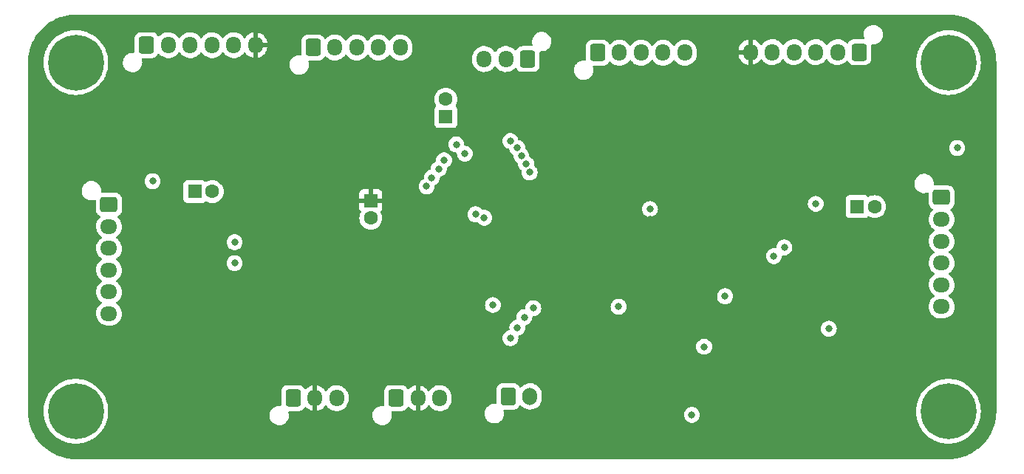
<source format=gbr>
%TF.GenerationSoftware,KiCad,Pcbnew,(6.0.7-1)-1*%
%TF.CreationDate,2022-10-27T13:07:22+02:00*%
%TF.ProjectId,Beerator,42656572-6174-46f7-922e-6b696361645f,rev?*%
%TF.SameCoordinates,Original*%
%TF.FileFunction,Copper,L3,Inr*%
%TF.FilePolarity,Positive*%
%FSLAX46Y46*%
G04 Gerber Fmt 4.6, Leading zero omitted, Abs format (unit mm)*
G04 Created by KiCad (PCBNEW (6.0.7-1)-1) date 2022-10-27 13:07:22*
%MOMM*%
%LPD*%
G01*
G04 APERTURE LIST*
G04 Aperture macros list*
%AMRoundRect*
0 Rectangle with rounded corners*
0 $1 Rounding radius*
0 $2 $3 $4 $5 $6 $7 $8 $9 X,Y pos of 4 corners*
0 Add a 4 corners polygon primitive as box body*
4,1,4,$2,$3,$4,$5,$6,$7,$8,$9,$2,$3,0*
0 Add four circle primitives for the rounded corners*
1,1,$1+$1,$2,$3*
1,1,$1+$1,$4,$5*
1,1,$1+$1,$6,$7*
1,1,$1+$1,$8,$9*
0 Add four rect primitives between the rounded corners*
20,1,$1+$1,$2,$3,$4,$5,0*
20,1,$1+$1,$4,$5,$6,$7,0*
20,1,$1+$1,$6,$7,$8,$9,0*
20,1,$1+$1,$8,$9,$2,$3,0*%
G04 Aperture macros list end*
%TA.AperFunction,ComponentPad*%
%ADD10RoundRect,0.250000X-0.725000X0.600000X-0.725000X-0.600000X0.725000X-0.600000X0.725000X0.600000X0*%
%TD*%
%TA.AperFunction,ComponentPad*%
%ADD11O,1.950000X1.700000*%
%TD*%
%TA.AperFunction,ComponentPad*%
%ADD12RoundRect,0.250000X0.600000X0.725000X-0.600000X0.725000X-0.600000X-0.725000X0.600000X-0.725000X0*%
%TD*%
%TA.AperFunction,ComponentPad*%
%ADD13O,1.700000X1.950000*%
%TD*%
%TA.AperFunction,ComponentPad*%
%ADD14R,1.600000X1.600000*%
%TD*%
%TA.AperFunction,ComponentPad*%
%ADD15C,1.600000*%
%TD*%
%TA.AperFunction,ComponentPad*%
%ADD16RoundRect,0.250000X-0.600000X-0.725000X0.600000X-0.725000X0.600000X0.725000X-0.600000X0.725000X0*%
%TD*%
%TA.AperFunction,ComponentPad*%
%ADD17C,0.800000*%
%TD*%
%TA.AperFunction,ComponentPad*%
%ADD18C,6.400000*%
%TD*%
%TA.AperFunction,ComponentPad*%
%ADD19RoundRect,0.250000X-0.600000X-0.750000X0.600000X-0.750000X0.600000X0.750000X-0.600000X0.750000X0*%
%TD*%
%TA.AperFunction,ComponentPad*%
%ADD20O,1.700000X2.000000*%
%TD*%
%TA.AperFunction,ViaPad*%
%ADD21C,0.800000*%
%TD*%
G04 APERTURE END LIST*
D10*
%TO.N,O1_D1*%
%TO.C,JMCC0_501*%
X53800000Y-66300000D03*
D11*
%TO.N,+5V*%
X53800000Y-68800000D03*
%TO.N,PHASE_B_M1*%
X53800000Y-71300000D03*
%TO.N,PHASE_A_M1*%
X53800000Y-73800000D03*
%TO.N,GND*%
X53800000Y-76300000D03*
%TO.N,O2_D1*%
X53800000Y-78800000D03*
%TD*%
D12*
%TO.N,SERVO_DATA*%
%TO.C,JSERVO501*%
X101800000Y-49600000D03*
D13*
%TO.N,+BATT*%
X99300000Y-49600000D03*
%TO.N,GND*%
X96800000Y-49600000D03*
%TD*%
D14*
%TO.N,+BATT*%
%TO.C,C503*%
X63644888Y-64800000D03*
D15*
%TO.N,GND*%
X65644888Y-64800000D03*
%TD*%
D12*
%TO.N,TOF-EXTI*%
%TO.C,JTOF0_401*%
X139800000Y-48800000D03*
D13*
%TO.N,TOF-XSHUT*%
X137300000Y-48800000D03*
%TO.N,TOF-SCL*%
X134800000Y-48800000D03*
%TO.N,TOF-SDA*%
X132300000Y-48800000D03*
%TO.N,GND*%
X129800000Y-48800000D03*
%TO.N,+3.3V*%
X127300000Y-48800000D03*
%TD*%
D16*
%TO.N,TCS-S0*%
%TO.C,JCOLOR_404*%
X109800000Y-48875000D03*
D13*
%TO.N,TCS-S1*%
X112300000Y-48875000D03*
%TO.N,TCS-S2*%
X114800000Y-48875000D03*
%TO.N,TCS-S3*%
X117300000Y-48875000D03*
%TO.N,TCS-OUT*%
X119800000Y-48875000D03*
%TD*%
D17*
%TO.N,GND*%
%TO.C,H102*%
X150000000Y-52400000D03*
X150000000Y-47600000D03*
D18*
X150000000Y-50000000D03*
D17*
X151697056Y-51697056D03*
X148302944Y-48302944D03*
X152400000Y-50000000D03*
X147600000Y-50000000D03*
X151697056Y-48302944D03*
X148302944Y-51697056D03*
%TD*%
D14*
%TO.N,+3.3V*%
%TO.C,C301*%
X83800000Y-65844888D03*
D15*
%TO.N,GND*%
X83800000Y-67844888D03*
%TD*%
D17*
%TO.N,GND*%
%TO.C,H101*%
X50000000Y-47600000D03*
X51697056Y-51697056D03*
X48302944Y-51697056D03*
X47600000Y-50000000D03*
X51697056Y-48302944D03*
X50000000Y-52400000D03*
X52400000Y-50000000D03*
D18*
X50000000Y-50000000D03*
D17*
X48302944Y-48302944D03*
%TD*%
D16*
%TO.N,GND*%
%TO.C,JDistance0_401*%
X74900000Y-88475000D03*
D13*
%TO.N,+3.3V*%
X77400000Y-88475000D03*
%TO.N,IR2-OUT*%
X79900000Y-88475000D03*
%TD*%
D16*
%TO.N,+5V*%
%TO.C,JCOLOR_401*%
X77200000Y-48275000D03*
D13*
%TO.N,GND*%
X79700000Y-48275000D03*
%TO.N,TCS-OE*%
X82200000Y-48275000D03*
%TO.N,TCS-LED*%
X84700000Y-48275000D03*
%TO.N,GND*%
X87200000Y-48275000D03*
%TD*%
D18*
%TO.N,GND*%
%TO.C,H104*%
X150000000Y-90000000D03*
D17*
X147600000Y-90000000D03*
X151697056Y-91697056D03*
X148302944Y-88302944D03*
X152400000Y-90000000D03*
X151697056Y-88302944D03*
X150000000Y-92400000D03*
X148302944Y-91697056D03*
X150000000Y-87600000D03*
%TD*%
D14*
%TO.N,+BATT*%
%TO.C,C505*%
X92400000Y-56200000D03*
D15*
%TO.N,GND*%
X92400000Y-54200000D03*
%TD*%
D14*
%TO.N,+BATT*%
%TO.C,C504*%
X139539888Y-66525000D03*
D15*
%TO.N,GND*%
X141539888Y-66525000D03*
%TD*%
D17*
%TO.N,GND*%
%TO.C,H103*%
X48302944Y-88302944D03*
X48302944Y-91697056D03*
X50000000Y-92400000D03*
X52400000Y-90000000D03*
X50000000Y-87600000D03*
D18*
X50000000Y-90000000D03*
D17*
X47600000Y-90000000D03*
X51697056Y-88302944D03*
X51697056Y-91697056D03*
%TD*%
D19*
%TO.N,GND*%
%TO.C,JBat201*%
X99550000Y-88275000D03*
D20*
%TO.N,Net-(JBat201-Pad2)*%
X102050000Y-88275000D03*
%TD*%
D16*
%TO.N,TOF2_EXTI*%
%TO.C,JTOF1_401*%
X58100000Y-48000000D03*
D13*
%TO.N,TOF2_XSHUT*%
X60600000Y-48000000D03*
%TO.N,TOF2_SCL*%
X63100000Y-48000000D03*
%TO.N,TOF2_SDA*%
X65600000Y-48000000D03*
%TO.N,GND*%
X68100000Y-48000000D03*
%TO.N,+3.3V*%
X70600000Y-48000000D03*
%TD*%
D16*
%TO.N,GND*%
%TO.C,JDistance0_402*%
X86700000Y-88475000D03*
D13*
%TO.N,+3.3V*%
X89200000Y-88475000D03*
%TO.N,IR1-OUT*%
X91700000Y-88475000D03*
%TD*%
D10*
%TO.N,O1_D2*%
%TO.C,JMCC1_501*%
X149220000Y-65475000D03*
D11*
%TO.N,+5V*%
X149220000Y-67975000D03*
%TO.N,PHASE_B_M2*%
X149220000Y-70475000D03*
%TO.N,PHASE_A_M2*%
X149220000Y-72975000D03*
%TO.N,GND*%
X149220000Y-75475000D03*
%TO.N,O2_D2*%
X149220000Y-77975000D03*
%TD*%
D21*
%TO.N,GND*%
X120600000Y-90400000D03*
%TO.N,+5V*%
X151000000Y-59800000D03*
%TO.N,GND*%
X58800000Y-63600000D03*
%TO.N,+3.3V*%
X105200000Y-52800000D03*
%TO.N,SERVO_DATA*%
X97800000Y-77800000D03*
%TO.N,TCS-OUT*%
X102000000Y-62600000D03*
%TO.N,TCS-S3*%
X101600000Y-61600000D03*
%TO.N,TCS-S2*%
X101046991Y-60693982D03*
%TO.N,TCS-S1*%
X100600000Y-59800000D03*
%TO.N,TCS-S0*%
X99800000Y-59000000D03*
%TO.N,TCS-OE*%
X94585011Y-60444966D03*
%TO.N,TCS-LED*%
X93600000Y-59400000D03*
%TO.N,PHASE_B_M1*%
X95800000Y-67400000D03*
%TO.N,PHASE_A_M1*%
X96800000Y-67800000D03*
%TO.N,TOF2_EXTI*%
X90200000Y-64200000D03*
%TO.N,TOF2_XSHUT*%
X90800000Y-63200000D03*
%TO.N,TOF2_SCL*%
X91600000Y-62200000D03*
%TO.N,TOF2_SDA*%
X92200000Y-61200000D03*
%TO.N,TOF-SDA*%
X102425904Y-78174097D03*
%TO.N,TOF-SCL*%
X101400000Y-79200000D03*
%TO.N,TOF-XSHUT*%
X100600000Y-80400000D03*
%TO.N,TOF-EXTI*%
X99800000Y-81600000D03*
%TO.N,PHASE_A_M2*%
X130000000Y-72200000D03*
%TO.N,PHASE_B_M2*%
X131200000Y-71200000D03*
%TO.N,+3.3V*%
X115800000Y-68000000D03*
%TO.N,GND*%
X115800000Y-66800000D03*
X68200000Y-70600000D03*
X68200000Y-73000000D03*
X136295000Y-80525000D03*
X134800000Y-66200000D03*
X124400000Y-76800000D03*
X122000000Y-82600000D03*
%TO.N,+3.3V*%
X121200000Y-75600000D03*
%TO.N,GND*%
X112200000Y-78000000D03*
%TD*%
%TA.AperFunction,Conductor*%
%TO.N,+3.3V*%
G36*
X149970018Y-44510000D02*
G01*
X149984851Y-44512310D01*
X149984855Y-44512310D01*
X149993724Y-44513691D01*
X150014664Y-44510953D01*
X150036202Y-44509997D01*
X150224026Y-44517766D01*
X150448278Y-44527041D01*
X150458656Y-44527901D01*
X150734674Y-44562307D01*
X150898702Y-44582753D01*
X150908967Y-44584465D01*
X151072054Y-44618661D01*
X151342976Y-44675467D01*
X151353072Y-44678023D01*
X151778101Y-44804561D01*
X151787938Y-44807938D01*
X152201081Y-44969147D01*
X152210581Y-44973314D01*
X152608983Y-45168081D01*
X152618141Y-45173037D01*
X152999085Y-45400030D01*
X153007804Y-45405726D01*
X153368705Y-45663405D01*
X153376923Y-45669801D01*
X153715326Y-45956413D01*
X153722987Y-45963467D01*
X154036533Y-46277013D01*
X154043587Y-46284674D01*
X154330199Y-46623077D01*
X154336595Y-46631295D01*
X154594274Y-46992196D01*
X154599970Y-47000915D01*
X154609632Y-47017130D01*
X154824518Y-47377755D01*
X154826963Y-47381859D01*
X154831918Y-47391015D01*
X155021095Y-47777982D01*
X155026682Y-47789411D01*
X155030853Y-47798919D01*
X155192062Y-48212062D01*
X155195439Y-48221899D01*
X155321977Y-48646928D01*
X155324533Y-48657024D01*
X155412283Y-49075523D01*
X155415534Y-49091030D01*
X155417247Y-49101298D01*
X155429339Y-49198303D01*
X155472099Y-49541344D01*
X155472959Y-49551722D01*
X155478786Y-49692610D01*
X155489454Y-49950523D01*
X155489694Y-49956335D01*
X155488302Y-49980920D01*
X155486309Y-49993724D01*
X155487473Y-50002626D01*
X155487473Y-50002628D01*
X155490436Y-50025283D01*
X155491500Y-50041621D01*
X155491500Y-89950633D01*
X155490000Y-89970018D01*
X155487690Y-89984851D01*
X155487690Y-89984855D01*
X155486309Y-89993724D01*
X155489047Y-90014659D01*
X155490003Y-90036202D01*
X155486368Y-90124091D01*
X155472959Y-90448278D01*
X155472099Y-90458656D01*
X155417248Y-90898698D01*
X155415535Y-90908967D01*
X155378603Y-91085102D01*
X155324533Y-91342976D01*
X155321977Y-91353072D01*
X155195439Y-91778101D01*
X155192062Y-91787938D01*
X155030853Y-92201081D01*
X155026682Y-92210589D01*
X154831919Y-92608983D01*
X154826963Y-92618141D01*
X154599970Y-92999085D01*
X154594274Y-93007804D01*
X154336595Y-93368705D01*
X154330199Y-93376923D01*
X154043587Y-93715326D01*
X154036533Y-93722987D01*
X153722987Y-94036533D01*
X153715326Y-94043587D01*
X153376923Y-94330199D01*
X153368705Y-94336595D01*
X153007804Y-94594274D01*
X152999085Y-94599970D01*
X152618141Y-94826963D01*
X152608985Y-94831918D01*
X152210581Y-95026686D01*
X152201081Y-95030853D01*
X151787938Y-95192062D01*
X151778101Y-95195439D01*
X151353072Y-95321977D01*
X151342975Y-95324533D01*
X150908967Y-95415535D01*
X150898702Y-95417247D01*
X150734674Y-95437693D01*
X150458656Y-95472099D01*
X150448278Y-95472959D01*
X150270676Y-95480305D01*
X150043661Y-95489694D01*
X150019080Y-95488302D01*
X150006276Y-95486309D01*
X149997374Y-95487473D01*
X149997372Y-95487473D01*
X149982323Y-95489441D01*
X149974714Y-95490436D01*
X149958379Y-95491500D01*
X50049367Y-95491500D01*
X50029982Y-95490000D01*
X50015149Y-95487690D01*
X50015145Y-95487690D01*
X50006276Y-95486309D01*
X49985336Y-95489047D01*
X49963798Y-95490003D01*
X49775974Y-95482234D01*
X49551722Y-95472959D01*
X49541344Y-95472099D01*
X49265326Y-95437693D01*
X49101298Y-95417247D01*
X49091033Y-95415535D01*
X48657025Y-95324533D01*
X48646928Y-95321977D01*
X48221899Y-95195439D01*
X48212062Y-95192062D01*
X47798919Y-95030853D01*
X47789419Y-95026686D01*
X47391015Y-94831918D01*
X47381859Y-94826963D01*
X47000915Y-94599970D01*
X46992196Y-94594274D01*
X46631295Y-94336595D01*
X46623077Y-94330199D01*
X46284674Y-94043587D01*
X46277013Y-94036533D01*
X45963467Y-93722987D01*
X45956413Y-93715326D01*
X45669801Y-93376923D01*
X45663405Y-93368705D01*
X45405726Y-93007804D01*
X45400030Y-92999085D01*
X45173037Y-92618141D01*
X45168081Y-92608983D01*
X44973318Y-92210589D01*
X44969147Y-92201081D01*
X44807938Y-91787938D01*
X44804561Y-91778101D01*
X44678023Y-91353072D01*
X44675467Y-91342976D01*
X44621397Y-91085102D01*
X44584465Y-90908967D01*
X44582752Y-90898698D01*
X44527901Y-90458656D01*
X44527041Y-90448278D01*
X44510462Y-90047439D01*
X44512100Y-90021329D01*
X44512769Y-90017351D01*
X44512770Y-90017345D01*
X44513576Y-90012552D01*
X44513729Y-90000000D01*
X46286411Y-90000000D01*
X46306754Y-90388176D01*
X46307267Y-90391416D01*
X46307268Y-90391424D01*
X46310949Y-90414664D01*
X46367562Y-90772099D01*
X46468167Y-91147562D01*
X46607468Y-91510453D01*
X46608966Y-91513393D01*
X46743842Y-91778101D01*
X46783938Y-91856794D01*
X46995643Y-92182793D01*
X46997718Y-92185355D01*
X47154923Y-92379486D01*
X47240266Y-92484876D01*
X47515124Y-92759734D01*
X47817207Y-93004357D01*
X48143205Y-93216062D01*
X48146139Y-93217557D01*
X48146146Y-93217561D01*
X48442784Y-93368705D01*
X48489547Y-93392532D01*
X48852438Y-93531833D01*
X49227901Y-93632438D01*
X49431793Y-93664732D01*
X49608576Y-93692732D01*
X49608584Y-93692733D01*
X49611824Y-93693246D01*
X50000000Y-93713589D01*
X50388176Y-93693246D01*
X50391416Y-93692733D01*
X50391424Y-93692732D01*
X50568207Y-93664732D01*
X50772099Y-93632438D01*
X51147562Y-93531833D01*
X51510453Y-93392532D01*
X51557216Y-93368705D01*
X51853854Y-93217561D01*
X51853861Y-93217557D01*
X51856795Y-93216062D01*
X52182793Y-93004357D01*
X52484876Y-92759734D01*
X52759734Y-92484876D01*
X52845078Y-92379486D01*
X53002282Y-92185355D01*
X53004357Y-92182793D01*
X53216062Y-91856794D01*
X53256159Y-91778101D01*
X53391034Y-91513393D01*
X53392532Y-91510453D01*
X53531833Y-91147562D01*
X53632438Y-90772099D01*
X53688110Y-90420604D01*
X72187787Y-90420604D01*
X72197567Y-90631899D01*
X72198971Y-90637724D01*
X72198971Y-90637725D01*
X72244016Y-90824632D01*
X72247125Y-90837534D01*
X72249607Y-90842992D01*
X72249608Y-90842996D01*
X72292324Y-90936944D01*
X72334674Y-91030087D01*
X72457054Y-91202611D01*
X72469791Y-91214804D01*
X72603682Y-91342976D01*
X72609850Y-91348881D01*
X72787548Y-91463620D01*
X72793114Y-91465863D01*
X72978168Y-91540442D01*
X72978171Y-91540443D01*
X72983737Y-91542686D01*
X73191337Y-91583228D01*
X73196899Y-91583500D01*
X73352846Y-91583500D01*
X73510566Y-91568452D01*
X73713534Y-91508908D01*
X73797111Y-91465863D01*
X73896249Y-91414804D01*
X73896252Y-91414802D01*
X73901580Y-91412058D01*
X74067920Y-91281396D01*
X74071852Y-91276865D01*
X74071855Y-91276862D01*
X74202621Y-91126167D01*
X74206552Y-91121637D01*
X74209552Y-91116451D01*
X74209555Y-91116447D01*
X74309467Y-90943742D01*
X74312473Y-90938546D01*
X74381861Y-90738729D01*
X74397351Y-90631899D01*
X74411352Y-90535336D01*
X74411352Y-90535333D01*
X74412213Y-90529396D01*
X74407177Y-90420604D01*
X83987787Y-90420604D01*
X83997567Y-90631899D01*
X83998971Y-90637724D01*
X83998971Y-90637725D01*
X84044016Y-90824632D01*
X84047125Y-90837534D01*
X84049607Y-90842992D01*
X84049608Y-90842996D01*
X84092324Y-90936944D01*
X84134674Y-91030087D01*
X84257054Y-91202611D01*
X84269791Y-91214804D01*
X84403682Y-91342976D01*
X84409850Y-91348881D01*
X84587548Y-91463620D01*
X84593114Y-91465863D01*
X84778168Y-91540442D01*
X84778171Y-91540443D01*
X84783737Y-91542686D01*
X84991337Y-91583228D01*
X84996899Y-91583500D01*
X85152846Y-91583500D01*
X85310566Y-91568452D01*
X85513534Y-91508908D01*
X85597111Y-91465863D01*
X85696249Y-91414804D01*
X85696252Y-91414802D01*
X85701580Y-91412058D01*
X85867920Y-91281396D01*
X85871852Y-91276865D01*
X85871855Y-91276862D01*
X86002621Y-91126167D01*
X86006552Y-91121637D01*
X86009552Y-91116451D01*
X86009555Y-91116447D01*
X86109467Y-90943742D01*
X86112473Y-90938546D01*
X86181861Y-90738729D01*
X86197351Y-90631899D01*
X86211352Y-90535336D01*
X86211352Y-90535333D01*
X86212213Y-90529396D01*
X86202433Y-90318101D01*
X86178936Y-90220604D01*
X96837787Y-90220604D01*
X96847567Y-90431899D01*
X96897125Y-90637534D01*
X96899607Y-90642992D01*
X96899608Y-90642996D01*
X96943053Y-90738546D01*
X96984674Y-90830087D01*
X97107054Y-91002611D01*
X97259850Y-91148881D01*
X97437548Y-91263620D01*
X97453791Y-91270166D01*
X97628168Y-91340442D01*
X97628171Y-91340443D01*
X97633737Y-91342686D01*
X97841337Y-91383228D01*
X97846899Y-91383500D01*
X98002846Y-91383500D01*
X98160566Y-91368452D01*
X98363534Y-91308908D01*
X98368862Y-91306164D01*
X98546249Y-91214804D01*
X98546252Y-91214802D01*
X98551580Y-91212058D01*
X98717920Y-91081396D01*
X98721852Y-91076865D01*
X98721855Y-91076862D01*
X98852621Y-90926167D01*
X98856552Y-90921637D01*
X98859552Y-90916451D01*
X98859555Y-90916447D01*
X98959467Y-90743742D01*
X98962473Y-90738546D01*
X99031861Y-90538729D01*
X99048219Y-90425909D01*
X99051976Y-90400000D01*
X119686496Y-90400000D01*
X119687186Y-90406565D01*
X119699466Y-90523399D01*
X119706458Y-90589928D01*
X119765473Y-90771556D01*
X119768776Y-90777278D01*
X119768777Y-90777279D01*
X119799266Y-90830087D01*
X119860960Y-90936944D01*
X119865378Y-90941851D01*
X119865379Y-90941852D01*
X119984325Y-91073955D01*
X119988747Y-91078866D01*
X120143248Y-91191118D01*
X120149276Y-91193802D01*
X120149278Y-91193803D01*
X120311681Y-91266109D01*
X120317712Y-91268794D01*
X120394435Y-91285102D01*
X120498056Y-91307128D01*
X120498061Y-91307128D01*
X120504513Y-91308500D01*
X120695487Y-91308500D01*
X120701939Y-91307128D01*
X120701944Y-91307128D01*
X120805565Y-91285102D01*
X120882288Y-91268794D01*
X120888319Y-91266109D01*
X121050722Y-91193803D01*
X121050724Y-91193802D01*
X121056752Y-91191118D01*
X121211253Y-91078866D01*
X121215675Y-91073955D01*
X121334621Y-90941852D01*
X121334622Y-90941851D01*
X121339040Y-90936944D01*
X121400734Y-90830087D01*
X121431223Y-90777279D01*
X121431224Y-90777278D01*
X121434527Y-90771556D01*
X121493542Y-90589928D01*
X121500535Y-90523399D01*
X121512814Y-90406565D01*
X121513504Y-90400000D01*
X121493542Y-90210072D01*
X121434527Y-90028444D01*
X121428123Y-90017351D01*
X121418105Y-90000000D01*
X146286411Y-90000000D01*
X146306754Y-90388176D01*
X146307267Y-90391416D01*
X146307268Y-90391424D01*
X146310949Y-90414664D01*
X146367562Y-90772099D01*
X146468167Y-91147562D01*
X146607468Y-91510453D01*
X146608966Y-91513393D01*
X146743842Y-91778101D01*
X146783938Y-91856794D01*
X146995643Y-92182793D01*
X146997718Y-92185355D01*
X147154923Y-92379486D01*
X147240266Y-92484876D01*
X147515124Y-92759734D01*
X147817207Y-93004357D01*
X148143205Y-93216062D01*
X148146139Y-93217557D01*
X148146146Y-93217561D01*
X148442784Y-93368705D01*
X148489547Y-93392532D01*
X148852438Y-93531833D01*
X149227901Y-93632438D01*
X149431793Y-93664732D01*
X149608576Y-93692732D01*
X149608584Y-93692733D01*
X149611824Y-93693246D01*
X150000000Y-93713589D01*
X150388176Y-93693246D01*
X150391416Y-93692733D01*
X150391424Y-93692732D01*
X150568207Y-93664732D01*
X150772099Y-93632438D01*
X151147562Y-93531833D01*
X151510453Y-93392532D01*
X151557216Y-93368705D01*
X151853854Y-93217561D01*
X151853861Y-93217557D01*
X151856795Y-93216062D01*
X152182793Y-93004357D01*
X152484876Y-92759734D01*
X152759734Y-92484876D01*
X152845078Y-92379486D01*
X153002282Y-92185355D01*
X153004357Y-92182793D01*
X153216062Y-91856794D01*
X153256159Y-91778101D01*
X153391034Y-91513393D01*
X153392532Y-91510453D01*
X153531833Y-91147562D01*
X153632438Y-90772099D01*
X153689051Y-90414664D01*
X153692732Y-90391424D01*
X153692733Y-90391416D01*
X153693246Y-90388176D01*
X153713589Y-90000000D01*
X153693246Y-89611824D01*
X153688296Y-89580568D01*
X153657041Y-89383237D01*
X153632438Y-89227901D01*
X153531833Y-88852438D01*
X153392532Y-88489547D01*
X153216062Y-88143206D01*
X153168373Y-88069770D01*
X153006152Y-87819971D01*
X153006152Y-87819970D01*
X153004357Y-87817207D01*
X152824529Y-87595139D01*
X152761809Y-87517686D01*
X152761806Y-87517682D01*
X152759734Y-87515124D01*
X152484876Y-87240266D01*
X152436454Y-87201054D01*
X152293358Y-87085177D01*
X152182793Y-86995643D01*
X152171181Y-86988102D01*
X151859564Y-86785736D01*
X151859561Y-86785734D01*
X151856795Y-86783938D01*
X151853861Y-86782443D01*
X151853854Y-86782439D01*
X151513393Y-86608966D01*
X151510453Y-86607468D01*
X151147562Y-86468167D01*
X150772099Y-86367562D01*
X150568207Y-86335268D01*
X150391424Y-86307268D01*
X150391416Y-86307267D01*
X150388176Y-86306754D01*
X150000000Y-86286411D01*
X149611824Y-86306754D01*
X149608584Y-86307267D01*
X149608576Y-86307268D01*
X149431793Y-86335268D01*
X149227901Y-86367562D01*
X148852438Y-86468167D01*
X148489547Y-86607468D01*
X148486607Y-86608966D01*
X148146147Y-86782439D01*
X148146140Y-86782443D01*
X148143206Y-86783938D01*
X148140440Y-86785734D01*
X148140437Y-86785736D01*
X147916955Y-86930866D01*
X147817207Y-86995643D01*
X147706642Y-87085177D01*
X147563547Y-87201054D01*
X147515124Y-87240266D01*
X147240266Y-87515124D01*
X147238194Y-87517682D01*
X147238191Y-87517686D01*
X147175471Y-87595139D01*
X146995643Y-87817207D01*
X146993848Y-87819970D01*
X146993848Y-87819971D01*
X146831628Y-88069770D01*
X146783938Y-88143206D01*
X146607468Y-88489547D01*
X146468167Y-88852438D01*
X146367562Y-89227901D01*
X146342959Y-89383237D01*
X146311705Y-89580568D01*
X146306754Y-89611824D01*
X146286411Y-90000000D01*
X121418105Y-90000000D01*
X121391843Y-89954514D01*
X121339040Y-89863056D01*
X121312476Y-89833553D01*
X121215675Y-89726045D01*
X121215674Y-89726044D01*
X121211253Y-89721134D01*
X121056752Y-89608882D01*
X121050724Y-89606198D01*
X121050722Y-89606197D01*
X120888319Y-89533891D01*
X120888318Y-89533891D01*
X120882288Y-89531206D01*
X120788887Y-89511353D01*
X120701944Y-89492872D01*
X120701939Y-89492872D01*
X120695487Y-89491500D01*
X120504513Y-89491500D01*
X120498061Y-89492872D01*
X120498056Y-89492872D01*
X120411113Y-89511353D01*
X120317712Y-89531206D01*
X120311682Y-89533891D01*
X120311681Y-89533891D01*
X120149278Y-89606197D01*
X120149276Y-89606198D01*
X120143248Y-89608882D01*
X119988747Y-89721134D01*
X119984326Y-89726044D01*
X119984325Y-89726045D01*
X119887525Y-89833553D01*
X119860960Y-89863056D01*
X119808157Y-89954514D01*
X119771878Y-90017351D01*
X119765473Y-90028444D01*
X119706458Y-90210072D01*
X119686496Y-90400000D01*
X99051976Y-90400000D01*
X99061352Y-90335336D01*
X99061352Y-90335333D01*
X99062213Y-90329396D01*
X99052433Y-90118101D01*
X99014740Y-89961698D01*
X99009275Y-89939021D01*
X99012760Y-89868110D01*
X99054030Y-89810340D01*
X99119980Y-89784053D01*
X99131768Y-89783500D01*
X100200400Y-89783500D01*
X100203646Y-89783163D01*
X100203650Y-89783163D01*
X100299308Y-89773238D01*
X100299312Y-89773237D01*
X100306166Y-89772526D01*
X100312702Y-89770345D01*
X100312704Y-89770345D01*
X100466998Y-89718868D01*
X100473946Y-89716550D01*
X100624348Y-89623478D01*
X100749305Y-89498303D01*
X100753499Y-89491500D01*
X100783839Y-89442278D01*
X100839081Y-89352660D01*
X100891852Y-89305168D01*
X100961924Y-89293744D01*
X101027048Y-89322018D01*
X101037510Y-89331805D01*
X101076088Y-89372245D01*
X101146576Y-89446135D01*
X101150854Y-89449318D01*
X101157576Y-89454319D01*
X101331542Y-89583754D01*
X101336293Y-89586170D01*
X101336297Y-89586172D01*
X101434297Y-89635997D01*
X101537051Y-89688240D01*
X101542145Y-89689822D01*
X101542148Y-89689823D01*
X101742020Y-89751885D01*
X101757227Y-89756607D01*
X101762516Y-89757308D01*
X101980489Y-89786198D01*
X101980494Y-89786198D01*
X101985774Y-89786898D01*
X101991103Y-89786698D01*
X101991105Y-89786698D01*
X102100966Y-89782573D01*
X102216158Y-89778249D01*
X102299583Y-89760745D01*
X102436572Y-89732002D01*
X102441791Y-89730907D01*
X102446750Y-89728949D01*
X102446752Y-89728948D01*
X102651256Y-89648185D01*
X102651258Y-89648184D01*
X102656221Y-89646224D01*
X102677103Y-89633553D01*
X102820739Y-89546392D01*
X102853317Y-89526623D01*
X102932193Y-89458178D01*
X103023412Y-89379023D01*
X103023414Y-89379021D01*
X103027445Y-89375523D01*
X103094500Y-89293744D01*
X103170240Y-89201373D01*
X103170244Y-89201367D01*
X103173624Y-89197245D01*
X103182560Y-89181548D01*
X103285032Y-89001529D01*
X103287675Y-88996886D01*
X103366337Y-88780175D01*
X103376466Y-88724163D01*
X103406623Y-88557392D01*
X103406624Y-88557385D01*
X103407361Y-88553308D01*
X103408500Y-88529156D01*
X103408500Y-88067110D01*
X103402367Y-87994825D01*
X103394371Y-87900591D01*
X103394370Y-87900587D01*
X103393920Y-87895280D01*
X103392582Y-87890125D01*
X103392581Y-87890119D01*
X103337343Y-87677297D01*
X103337342Y-87677293D01*
X103336001Y-87672128D01*
X103241312Y-87461925D01*
X103112559Y-87270681D01*
X103095006Y-87252280D01*
X103034475Y-87188828D01*
X102953424Y-87103865D01*
X102768458Y-86966246D01*
X102763707Y-86963830D01*
X102763703Y-86963828D01*
X102641731Y-86901815D01*
X102562949Y-86861760D01*
X102557855Y-86860178D01*
X102557852Y-86860177D01*
X102347871Y-86794976D01*
X102342773Y-86793393D01*
X102285001Y-86785736D01*
X102119511Y-86763802D01*
X102119506Y-86763802D01*
X102114226Y-86763102D01*
X102108897Y-86763302D01*
X102108895Y-86763302D01*
X101999034Y-86767427D01*
X101883842Y-86771751D01*
X101878623Y-86772846D01*
X101856566Y-86777474D01*
X101658209Y-86819093D01*
X101653250Y-86821051D01*
X101653248Y-86821052D01*
X101448744Y-86901815D01*
X101448742Y-86901816D01*
X101443779Y-86903776D01*
X101439220Y-86906543D01*
X101439217Y-86906544D01*
X101340832Y-86966246D01*
X101246683Y-87023377D01*
X101242653Y-87026874D01*
X101093037Y-87156704D01*
X101072555Y-87174477D01*
X101043330Y-87210120D01*
X100984671Y-87250114D01*
X100913701Y-87252046D01*
X100852952Y-87215302D01*
X100838752Y-87196532D01*
X100752332Y-87056880D01*
X100748478Y-87050652D01*
X100741291Y-87043477D01*
X100628483Y-86930866D01*
X100623303Y-86925695D01*
X100617072Y-86921854D01*
X100478968Y-86836725D01*
X100478966Y-86836724D01*
X100472738Y-86832885D01*
X100392995Y-86806436D01*
X100311389Y-86779368D01*
X100311387Y-86779368D01*
X100304861Y-86777203D01*
X100298025Y-86776503D01*
X100298022Y-86776502D01*
X100254969Y-86772091D01*
X100200400Y-86766500D01*
X98899600Y-86766500D01*
X98896354Y-86766837D01*
X98896350Y-86766837D01*
X98800692Y-86776762D01*
X98800688Y-86776763D01*
X98793834Y-86777474D01*
X98787298Y-86779655D01*
X98787296Y-86779655D01*
X98748220Y-86792692D01*
X98626054Y-86833450D01*
X98475652Y-86926522D01*
X98350695Y-87051697D01*
X98346855Y-87057927D01*
X98346854Y-87057928D01*
X98262712Y-87194432D01*
X98257885Y-87202262D01*
X98241295Y-87252280D01*
X98214614Y-87332722D01*
X98202203Y-87370139D01*
X98201503Y-87376975D01*
X98201502Y-87376978D01*
X98199520Y-87396327D01*
X98191500Y-87474600D01*
X98191500Y-89041005D01*
X98171498Y-89109126D01*
X98117842Y-89155619D01*
X98058761Y-89164774D01*
X98058663Y-89166772D01*
X98054643Y-89166575D01*
X98054626Y-89166575D01*
X98053101Y-89166500D01*
X97897154Y-89166500D01*
X97739434Y-89181548D01*
X97536466Y-89241092D01*
X97531139Y-89243836D01*
X97531138Y-89243836D01*
X97353751Y-89335196D01*
X97353748Y-89335198D01*
X97348420Y-89337942D01*
X97182080Y-89468604D01*
X97178148Y-89473135D01*
X97178145Y-89473138D01*
X97062683Y-89606197D01*
X97043448Y-89628363D01*
X97040448Y-89633549D01*
X97040445Y-89633553D01*
X96957370Y-89777154D01*
X96937527Y-89811454D01*
X96868139Y-90011271D01*
X96867278Y-90017206D01*
X96867278Y-90017208D01*
X96863523Y-90043110D01*
X96837787Y-90220604D01*
X86178936Y-90220604D01*
X86153250Y-90114021D01*
X86156735Y-90043110D01*
X86198005Y-89985340D01*
X86263955Y-89959053D01*
X86275743Y-89958500D01*
X87350400Y-89958500D01*
X87353646Y-89958163D01*
X87353650Y-89958163D01*
X87449308Y-89948238D01*
X87449312Y-89948237D01*
X87456166Y-89947526D01*
X87462702Y-89945345D01*
X87462704Y-89945345D01*
X87616998Y-89893868D01*
X87623946Y-89891550D01*
X87774348Y-89798478D01*
X87786108Y-89786698D01*
X87894134Y-89678483D01*
X87899305Y-89673303D01*
X87989353Y-89527220D01*
X88042124Y-89479727D01*
X88112196Y-89468303D01*
X88177320Y-89496577D01*
X88187782Y-89506364D01*
X88293234Y-89616906D01*
X88301186Y-89623941D01*
X88477525Y-89755141D01*
X88486562Y-89760745D01*
X88682484Y-89860357D01*
X88692335Y-89864357D01*
X88902240Y-89929534D01*
X88912624Y-89931817D01*
X88928043Y-89933861D01*
X88942207Y-89931665D01*
X88946000Y-89918478D01*
X88946000Y-89916192D01*
X89454000Y-89916192D01*
X89457973Y-89929723D01*
X89468580Y-89931248D01*
X89586421Y-89906523D01*
X89596617Y-89903463D01*
X89801029Y-89822737D01*
X89810561Y-89818006D01*
X89998462Y-89703984D01*
X90007052Y-89697720D01*
X90173052Y-89553673D01*
X90180472Y-89546042D01*
X90319826Y-89376089D01*
X90325848Y-89367326D01*
X90341238Y-89340289D01*
X90392320Y-89290982D01*
X90461951Y-89277120D01*
X90528022Y-89303103D01*
X90555261Y-89332253D01*
X90584392Y-89375523D01*
X90637441Y-89454319D01*
X90796576Y-89621135D01*
X90981542Y-89758754D01*
X90986293Y-89761170D01*
X90986297Y-89761172D01*
X91083004Y-89810340D01*
X91187051Y-89863240D01*
X91192145Y-89864822D01*
X91192148Y-89864823D01*
X91345583Y-89912466D01*
X91407227Y-89931607D01*
X91412516Y-89932308D01*
X91630489Y-89961198D01*
X91630494Y-89961198D01*
X91635774Y-89961898D01*
X91641103Y-89961698D01*
X91641105Y-89961698D01*
X91750966Y-89957573D01*
X91866158Y-89953249D01*
X92091791Y-89905907D01*
X92096750Y-89903949D01*
X92096752Y-89903948D01*
X92301256Y-89823185D01*
X92301258Y-89823184D01*
X92306221Y-89821224D01*
X92311525Y-89818006D01*
X92498757Y-89704390D01*
X92498756Y-89704390D01*
X92503317Y-89701623D01*
X92588930Y-89627332D01*
X92673412Y-89554023D01*
X92673414Y-89554021D01*
X92677445Y-89550523D01*
X92740897Y-89473138D01*
X92820240Y-89376373D01*
X92820244Y-89376367D01*
X92823624Y-89372245D01*
X92826740Y-89366772D01*
X92932175Y-89181548D01*
X92937675Y-89171886D01*
X93016337Y-88955175D01*
X93048932Y-88774923D01*
X93056623Y-88732392D01*
X93056624Y-88732385D01*
X93057361Y-88728308D01*
X93058500Y-88704156D01*
X93058500Y-88292110D01*
X93046115Y-88146147D01*
X93044371Y-88125591D01*
X93044370Y-88125587D01*
X93043920Y-88120280D01*
X93042582Y-88115125D01*
X93042581Y-88115119D01*
X92987343Y-87902297D01*
X92987342Y-87902293D01*
X92986001Y-87897128D01*
X92950000Y-87817207D01*
X92893507Y-87691798D01*
X92891312Y-87686925D01*
X92762559Y-87495681D01*
X92745212Y-87477496D01*
X92667446Y-87395977D01*
X92603424Y-87328865D01*
X92418458Y-87191246D01*
X92413707Y-87188830D01*
X92413703Y-87188828D01*
X92295588Y-87128776D01*
X92212949Y-87086760D01*
X92207855Y-87085178D01*
X92207852Y-87085177D01*
X91997871Y-87019976D01*
X91992773Y-87018393D01*
X91987484Y-87017692D01*
X91769511Y-86988802D01*
X91769506Y-86988802D01*
X91764226Y-86988102D01*
X91758897Y-86988302D01*
X91758895Y-86988302D01*
X91649034Y-86992426D01*
X91533842Y-86996751D01*
X91528623Y-86997846D01*
X91506566Y-87002474D01*
X91308209Y-87044093D01*
X91303250Y-87046051D01*
X91303248Y-87046052D01*
X91098744Y-87126815D01*
X91098742Y-87126816D01*
X91093779Y-87128776D01*
X91089220Y-87131543D01*
X91089217Y-87131544D01*
X90994113Y-87189255D01*
X90896683Y-87248377D01*
X90892653Y-87251874D01*
X90776398Y-87352755D01*
X90722555Y-87399477D01*
X90704881Y-87421032D01*
X90579760Y-87573627D01*
X90579756Y-87573633D01*
X90576376Y-87577755D01*
X90573733Y-87582398D01*
X90558171Y-87609735D01*
X90507088Y-87659041D01*
X90437458Y-87672902D01*
X90371387Y-87646918D01*
X90344149Y-87617768D01*
X90265148Y-87500422D01*
X90258481Y-87492130D01*
X90106772Y-87333100D01*
X90098814Y-87326059D01*
X89922475Y-87194859D01*
X89913438Y-87189255D01*
X89717516Y-87089643D01*
X89707665Y-87085643D01*
X89497760Y-87020466D01*
X89487376Y-87018183D01*
X89471957Y-87016139D01*
X89457793Y-87018335D01*
X89454000Y-87031522D01*
X89454000Y-89916192D01*
X88946000Y-89916192D01*
X88946000Y-87033808D01*
X88942027Y-87020277D01*
X88931420Y-87018752D01*
X88813579Y-87043477D01*
X88803383Y-87046537D01*
X88598971Y-87127263D01*
X88589439Y-87131994D01*
X88401538Y-87246016D01*
X88392948Y-87252280D01*
X88226948Y-87396327D01*
X88219530Y-87403956D01*
X88193609Y-87435569D01*
X88134949Y-87475564D01*
X88063979Y-87477496D01*
X88003230Y-87440752D01*
X87989030Y-87421982D01*
X87975104Y-87399477D01*
X87898478Y-87275652D01*
X87773303Y-87150695D01*
X87742965Y-87131994D01*
X87628968Y-87061725D01*
X87628966Y-87061724D01*
X87622738Y-87057885D01*
X87509353Y-87020277D01*
X87461389Y-87004368D01*
X87461387Y-87004368D01*
X87454861Y-87002203D01*
X87448025Y-87001503D01*
X87448022Y-87001502D01*
X87404969Y-86997091D01*
X87350400Y-86991500D01*
X86049600Y-86991500D01*
X86046354Y-86991837D01*
X86046350Y-86991837D01*
X85950692Y-87001762D01*
X85950688Y-87001763D01*
X85943834Y-87002474D01*
X85937298Y-87004655D01*
X85937296Y-87004655D01*
X85805194Y-87048728D01*
X85776054Y-87058450D01*
X85625652Y-87151522D01*
X85500695Y-87276697D01*
X85496855Y-87282927D01*
X85496854Y-87282928D01*
X85422466Y-87403608D01*
X85407885Y-87427262D01*
X85352203Y-87595139D01*
X85351503Y-87601975D01*
X85351502Y-87601978D01*
X85349884Y-87617768D01*
X85341500Y-87699600D01*
X85341500Y-89241005D01*
X85321498Y-89309126D01*
X85267842Y-89355619D01*
X85208761Y-89364774D01*
X85208663Y-89366772D01*
X85204643Y-89366575D01*
X85204626Y-89366575D01*
X85203101Y-89366500D01*
X85047154Y-89366500D01*
X84889434Y-89381548D01*
X84686466Y-89441092D01*
X84681139Y-89443836D01*
X84681138Y-89443836D01*
X84503751Y-89535196D01*
X84503748Y-89535198D01*
X84498420Y-89537942D01*
X84332080Y-89668604D01*
X84328148Y-89673135D01*
X84328145Y-89673138D01*
X84223878Y-89793296D01*
X84193448Y-89828363D01*
X84190448Y-89833549D01*
X84190445Y-89833553D01*
X84121084Y-89953449D01*
X84087527Y-90011454D01*
X84018139Y-90211271D01*
X84017278Y-90217206D01*
X84017278Y-90217208D01*
X83989823Y-90406565D01*
X83987787Y-90420604D01*
X74407177Y-90420604D01*
X74402433Y-90318101D01*
X74353250Y-90114021D01*
X74356735Y-90043110D01*
X74398005Y-89985340D01*
X74463955Y-89959053D01*
X74475743Y-89958500D01*
X75550400Y-89958500D01*
X75553646Y-89958163D01*
X75553650Y-89958163D01*
X75649308Y-89948238D01*
X75649312Y-89948237D01*
X75656166Y-89947526D01*
X75662702Y-89945345D01*
X75662704Y-89945345D01*
X75816998Y-89893868D01*
X75823946Y-89891550D01*
X75974348Y-89798478D01*
X75986108Y-89786698D01*
X76094134Y-89678483D01*
X76099305Y-89673303D01*
X76189353Y-89527220D01*
X76242124Y-89479727D01*
X76312196Y-89468303D01*
X76377320Y-89496577D01*
X76387782Y-89506364D01*
X76493234Y-89616906D01*
X76501186Y-89623941D01*
X76677525Y-89755141D01*
X76686562Y-89760745D01*
X76882484Y-89860357D01*
X76892335Y-89864357D01*
X77102240Y-89929534D01*
X77112624Y-89931817D01*
X77128043Y-89933861D01*
X77142207Y-89931665D01*
X77146000Y-89918478D01*
X77146000Y-89916192D01*
X77654000Y-89916192D01*
X77657973Y-89929723D01*
X77668580Y-89931248D01*
X77786421Y-89906523D01*
X77796617Y-89903463D01*
X78001029Y-89822737D01*
X78010561Y-89818006D01*
X78198462Y-89703984D01*
X78207052Y-89697720D01*
X78373052Y-89553673D01*
X78380472Y-89546042D01*
X78519826Y-89376089D01*
X78525848Y-89367326D01*
X78541238Y-89340289D01*
X78592320Y-89290982D01*
X78661951Y-89277120D01*
X78728022Y-89303103D01*
X78755261Y-89332253D01*
X78784392Y-89375523D01*
X78837441Y-89454319D01*
X78996576Y-89621135D01*
X79181542Y-89758754D01*
X79186293Y-89761170D01*
X79186297Y-89761172D01*
X79283004Y-89810340D01*
X79387051Y-89863240D01*
X79392145Y-89864822D01*
X79392148Y-89864823D01*
X79545583Y-89912466D01*
X79607227Y-89931607D01*
X79612516Y-89932308D01*
X79830489Y-89961198D01*
X79830494Y-89961198D01*
X79835774Y-89961898D01*
X79841103Y-89961698D01*
X79841105Y-89961698D01*
X79950966Y-89957573D01*
X80066158Y-89953249D01*
X80291791Y-89905907D01*
X80296750Y-89903949D01*
X80296752Y-89903948D01*
X80501256Y-89823185D01*
X80501258Y-89823184D01*
X80506221Y-89821224D01*
X80511525Y-89818006D01*
X80698757Y-89704390D01*
X80698756Y-89704390D01*
X80703317Y-89701623D01*
X80788930Y-89627332D01*
X80873412Y-89554023D01*
X80873414Y-89554021D01*
X80877445Y-89550523D01*
X80940897Y-89473138D01*
X81020240Y-89376373D01*
X81020244Y-89376367D01*
X81023624Y-89372245D01*
X81026740Y-89366772D01*
X81132175Y-89181548D01*
X81137675Y-89171886D01*
X81216337Y-88955175D01*
X81248932Y-88774923D01*
X81256623Y-88732392D01*
X81256624Y-88732385D01*
X81257361Y-88728308D01*
X81258500Y-88704156D01*
X81258500Y-88292110D01*
X81246115Y-88146147D01*
X81244371Y-88125591D01*
X81244370Y-88125587D01*
X81243920Y-88120280D01*
X81242582Y-88115125D01*
X81242581Y-88115119D01*
X81187343Y-87902297D01*
X81187342Y-87902293D01*
X81186001Y-87897128D01*
X81150000Y-87817207D01*
X81093507Y-87691798D01*
X81091312Y-87686925D01*
X80962559Y-87495681D01*
X80945212Y-87477496D01*
X80867446Y-87395977D01*
X80803424Y-87328865D01*
X80618458Y-87191246D01*
X80613707Y-87188830D01*
X80613703Y-87188828D01*
X80495588Y-87128776D01*
X80412949Y-87086760D01*
X80407855Y-87085178D01*
X80407852Y-87085177D01*
X80197871Y-87019976D01*
X80192773Y-87018393D01*
X80187484Y-87017692D01*
X79969511Y-86988802D01*
X79969506Y-86988802D01*
X79964226Y-86988102D01*
X79958897Y-86988302D01*
X79958895Y-86988302D01*
X79849034Y-86992426D01*
X79733842Y-86996751D01*
X79728623Y-86997846D01*
X79706566Y-87002474D01*
X79508209Y-87044093D01*
X79503250Y-87046051D01*
X79503248Y-87046052D01*
X79298744Y-87126815D01*
X79298742Y-87126816D01*
X79293779Y-87128776D01*
X79289220Y-87131543D01*
X79289217Y-87131544D01*
X79194113Y-87189255D01*
X79096683Y-87248377D01*
X79092653Y-87251874D01*
X78976398Y-87352755D01*
X78922555Y-87399477D01*
X78904881Y-87421032D01*
X78779760Y-87573627D01*
X78779756Y-87573633D01*
X78776376Y-87577755D01*
X78773733Y-87582398D01*
X78758171Y-87609735D01*
X78707088Y-87659041D01*
X78637458Y-87672902D01*
X78571387Y-87646918D01*
X78544149Y-87617768D01*
X78465148Y-87500422D01*
X78458481Y-87492130D01*
X78306772Y-87333100D01*
X78298814Y-87326059D01*
X78122475Y-87194859D01*
X78113438Y-87189255D01*
X77917516Y-87089643D01*
X77907665Y-87085643D01*
X77697760Y-87020466D01*
X77687376Y-87018183D01*
X77671957Y-87016139D01*
X77657793Y-87018335D01*
X77654000Y-87031522D01*
X77654000Y-89916192D01*
X77146000Y-89916192D01*
X77146000Y-87033808D01*
X77142027Y-87020277D01*
X77131420Y-87018752D01*
X77013579Y-87043477D01*
X77003383Y-87046537D01*
X76798971Y-87127263D01*
X76789439Y-87131994D01*
X76601538Y-87246016D01*
X76592948Y-87252280D01*
X76426948Y-87396327D01*
X76419530Y-87403956D01*
X76393609Y-87435569D01*
X76334949Y-87475564D01*
X76263979Y-87477496D01*
X76203230Y-87440752D01*
X76189030Y-87421982D01*
X76175104Y-87399477D01*
X76098478Y-87275652D01*
X75973303Y-87150695D01*
X75942965Y-87131994D01*
X75828968Y-87061725D01*
X75828966Y-87061724D01*
X75822738Y-87057885D01*
X75709353Y-87020277D01*
X75661389Y-87004368D01*
X75661387Y-87004368D01*
X75654861Y-87002203D01*
X75648025Y-87001503D01*
X75648022Y-87001502D01*
X75604969Y-86997091D01*
X75550400Y-86991500D01*
X74249600Y-86991500D01*
X74246354Y-86991837D01*
X74246350Y-86991837D01*
X74150692Y-87001762D01*
X74150688Y-87001763D01*
X74143834Y-87002474D01*
X74137298Y-87004655D01*
X74137296Y-87004655D01*
X74005194Y-87048728D01*
X73976054Y-87058450D01*
X73825652Y-87151522D01*
X73700695Y-87276697D01*
X73696855Y-87282927D01*
X73696854Y-87282928D01*
X73622466Y-87403608D01*
X73607885Y-87427262D01*
X73552203Y-87595139D01*
X73551503Y-87601975D01*
X73551502Y-87601978D01*
X73549884Y-87617768D01*
X73541500Y-87699600D01*
X73541500Y-89241005D01*
X73521498Y-89309126D01*
X73467842Y-89355619D01*
X73408761Y-89364774D01*
X73408663Y-89366772D01*
X73404643Y-89366575D01*
X73404626Y-89366575D01*
X73403101Y-89366500D01*
X73247154Y-89366500D01*
X73089434Y-89381548D01*
X72886466Y-89441092D01*
X72881139Y-89443836D01*
X72881138Y-89443836D01*
X72703751Y-89535196D01*
X72703748Y-89535198D01*
X72698420Y-89537942D01*
X72532080Y-89668604D01*
X72528148Y-89673135D01*
X72528145Y-89673138D01*
X72423878Y-89793296D01*
X72393448Y-89828363D01*
X72390448Y-89833549D01*
X72390445Y-89833553D01*
X72321084Y-89953449D01*
X72287527Y-90011454D01*
X72218139Y-90211271D01*
X72217278Y-90217206D01*
X72217278Y-90217208D01*
X72189823Y-90406565D01*
X72187787Y-90420604D01*
X53688110Y-90420604D01*
X53689051Y-90414664D01*
X53692732Y-90391424D01*
X53692733Y-90391416D01*
X53693246Y-90388176D01*
X53713589Y-90000000D01*
X53693246Y-89611824D01*
X53688296Y-89580568D01*
X53657041Y-89383237D01*
X53632438Y-89227901D01*
X53531833Y-88852438D01*
X53392532Y-88489547D01*
X53216062Y-88143206D01*
X53168373Y-88069770D01*
X53006152Y-87819971D01*
X53006152Y-87819970D01*
X53004357Y-87817207D01*
X52824529Y-87595139D01*
X52761809Y-87517686D01*
X52761806Y-87517682D01*
X52759734Y-87515124D01*
X52484876Y-87240266D01*
X52436454Y-87201054D01*
X52293358Y-87085177D01*
X52182793Y-86995643D01*
X52171181Y-86988102D01*
X51859564Y-86785736D01*
X51859561Y-86785734D01*
X51856795Y-86783938D01*
X51853861Y-86782443D01*
X51853854Y-86782439D01*
X51513393Y-86608966D01*
X51510453Y-86607468D01*
X51147562Y-86468167D01*
X50772099Y-86367562D01*
X50568207Y-86335268D01*
X50391424Y-86307268D01*
X50391416Y-86307267D01*
X50388176Y-86306754D01*
X50000000Y-86286411D01*
X49611824Y-86306754D01*
X49608584Y-86307267D01*
X49608576Y-86307268D01*
X49431793Y-86335268D01*
X49227901Y-86367562D01*
X48852438Y-86468167D01*
X48489547Y-86607468D01*
X48486607Y-86608966D01*
X48146147Y-86782439D01*
X48146140Y-86782443D01*
X48143206Y-86783938D01*
X48140440Y-86785734D01*
X48140437Y-86785736D01*
X47916955Y-86930866D01*
X47817207Y-86995643D01*
X47706642Y-87085177D01*
X47563547Y-87201054D01*
X47515124Y-87240266D01*
X47240266Y-87515124D01*
X47238194Y-87517682D01*
X47238191Y-87517686D01*
X47175471Y-87595139D01*
X46995643Y-87817207D01*
X46993848Y-87819970D01*
X46993848Y-87819971D01*
X46831628Y-88069770D01*
X46783938Y-88143206D01*
X46607468Y-88489547D01*
X46468167Y-88852438D01*
X46367562Y-89227901D01*
X46342959Y-89383237D01*
X46311705Y-89580568D01*
X46306754Y-89611824D01*
X46286411Y-90000000D01*
X44513729Y-90000000D01*
X44509773Y-89972376D01*
X44508500Y-89954514D01*
X44508500Y-82600000D01*
X121086496Y-82600000D01*
X121106458Y-82789928D01*
X121165473Y-82971556D01*
X121260960Y-83136944D01*
X121388747Y-83278866D01*
X121543248Y-83391118D01*
X121549276Y-83393802D01*
X121549278Y-83393803D01*
X121711681Y-83466109D01*
X121717712Y-83468794D01*
X121811112Y-83488647D01*
X121898056Y-83507128D01*
X121898061Y-83507128D01*
X121904513Y-83508500D01*
X122095487Y-83508500D01*
X122101939Y-83507128D01*
X122101944Y-83507128D01*
X122188888Y-83488647D01*
X122282288Y-83468794D01*
X122288319Y-83466109D01*
X122450722Y-83393803D01*
X122450724Y-83393802D01*
X122456752Y-83391118D01*
X122611253Y-83278866D01*
X122739040Y-83136944D01*
X122834527Y-82971556D01*
X122893542Y-82789928D01*
X122913504Y-82600000D01*
X122893542Y-82410072D01*
X122834527Y-82228444D01*
X122739040Y-82063056D01*
X122611253Y-81921134D01*
X122456752Y-81808882D01*
X122450724Y-81806198D01*
X122450722Y-81806197D01*
X122288319Y-81733891D01*
X122288318Y-81733891D01*
X122282288Y-81731206D01*
X122188888Y-81711353D01*
X122101944Y-81692872D01*
X122101939Y-81692872D01*
X122095487Y-81691500D01*
X121904513Y-81691500D01*
X121898061Y-81692872D01*
X121898056Y-81692872D01*
X121811112Y-81711353D01*
X121717712Y-81731206D01*
X121711682Y-81733891D01*
X121711681Y-81733891D01*
X121549278Y-81806197D01*
X121549276Y-81806198D01*
X121543248Y-81808882D01*
X121388747Y-81921134D01*
X121260960Y-82063056D01*
X121165473Y-82228444D01*
X121106458Y-82410072D01*
X121086496Y-82600000D01*
X44508500Y-82600000D01*
X44508500Y-81600000D01*
X98886496Y-81600000D01*
X98906458Y-81789928D01*
X98965473Y-81971556D01*
X99060960Y-82136944D01*
X99188747Y-82278866D01*
X99343248Y-82391118D01*
X99349276Y-82393802D01*
X99349278Y-82393803D01*
X99400560Y-82416635D01*
X99517712Y-82468794D01*
X99611112Y-82488647D01*
X99698056Y-82507128D01*
X99698061Y-82507128D01*
X99704513Y-82508500D01*
X99895487Y-82508500D01*
X99901939Y-82507128D01*
X99901944Y-82507128D01*
X99988888Y-82488647D01*
X100082288Y-82468794D01*
X100199440Y-82416635D01*
X100250722Y-82393803D01*
X100250724Y-82393802D01*
X100256752Y-82391118D01*
X100411253Y-82278866D01*
X100539040Y-82136944D01*
X100634527Y-81971556D01*
X100693542Y-81789928D01*
X100713504Y-81600000D01*
X100695001Y-81423953D01*
X100707773Y-81354115D01*
X100756275Y-81302268D01*
X100794114Y-81287536D01*
X100882288Y-81268794D01*
X100958800Y-81234729D01*
X101050722Y-81193803D01*
X101050724Y-81193802D01*
X101056752Y-81191118D01*
X101211253Y-81078866D01*
X101220340Y-81068774D01*
X101334621Y-80941852D01*
X101334622Y-80941851D01*
X101339040Y-80936944D01*
X101434527Y-80771556D01*
X101493542Y-80589928D01*
X101500366Y-80525000D01*
X135381496Y-80525000D01*
X135382186Y-80531565D01*
X135399651Y-80697732D01*
X135401458Y-80714928D01*
X135460473Y-80896556D01*
X135463776Y-80902278D01*
X135463777Y-80902279D01*
X135480490Y-80931226D01*
X135555960Y-81061944D01*
X135560378Y-81066851D01*
X135560379Y-81066852D01*
X135574693Y-81082749D01*
X135683747Y-81203866D01*
X135838248Y-81316118D01*
X135844276Y-81318802D01*
X135844278Y-81318803D01*
X135923591Y-81354115D01*
X136012712Y-81393794D01*
X136089294Y-81410072D01*
X136193056Y-81432128D01*
X136193061Y-81432128D01*
X136199513Y-81433500D01*
X136390487Y-81433500D01*
X136396939Y-81432128D01*
X136396944Y-81432128D01*
X136500706Y-81410072D01*
X136577288Y-81393794D01*
X136666409Y-81354115D01*
X136745722Y-81318803D01*
X136745724Y-81318802D01*
X136751752Y-81316118D01*
X136906253Y-81203866D01*
X137015307Y-81082749D01*
X137029621Y-81066852D01*
X137029622Y-81066851D01*
X137034040Y-81061944D01*
X137109510Y-80931226D01*
X137126223Y-80902279D01*
X137126224Y-80902278D01*
X137129527Y-80896556D01*
X137188542Y-80714928D01*
X137190350Y-80697732D01*
X137207814Y-80531565D01*
X137208504Y-80525000D01*
X137188542Y-80335072D01*
X137129527Y-80153444D01*
X137099981Y-80102268D01*
X137079104Y-80066109D01*
X137034040Y-79988056D01*
X136917071Y-79858148D01*
X136910675Y-79851045D01*
X136910674Y-79851044D01*
X136906253Y-79846134D01*
X136751752Y-79733882D01*
X136745724Y-79731198D01*
X136745722Y-79731197D01*
X136583319Y-79658891D01*
X136583318Y-79658891D01*
X136577288Y-79656206D01*
X136483887Y-79636353D01*
X136396944Y-79617872D01*
X136396939Y-79617872D01*
X136390487Y-79616500D01*
X136199513Y-79616500D01*
X136193061Y-79617872D01*
X136193056Y-79617872D01*
X136106113Y-79636353D01*
X136012712Y-79656206D01*
X136006682Y-79658891D01*
X136006681Y-79658891D01*
X135844278Y-79731197D01*
X135844276Y-79731198D01*
X135838248Y-79733882D01*
X135683747Y-79846134D01*
X135679326Y-79851044D01*
X135679325Y-79851045D01*
X135672930Y-79858148D01*
X135555960Y-79988056D01*
X135510896Y-80066109D01*
X135490020Y-80102268D01*
X135460473Y-80153444D01*
X135401458Y-80335072D01*
X135381496Y-80525000D01*
X101500366Y-80525000D01*
X101513504Y-80400000D01*
X101495001Y-80223953D01*
X101507773Y-80154115D01*
X101556275Y-80102268D01*
X101594114Y-80087536D01*
X101595022Y-80087343D01*
X101682288Y-80068794D01*
X101688319Y-80066109D01*
X101850722Y-79993803D01*
X101850724Y-79993802D01*
X101856752Y-79991118D01*
X102011253Y-79878866D01*
X102139040Y-79736944D01*
X102216190Y-79603317D01*
X102231223Y-79577279D01*
X102231224Y-79577278D01*
X102234527Y-79571556D01*
X102293542Y-79389928D01*
X102299497Y-79333275D01*
X102313504Y-79200000D01*
X102315283Y-79200187D01*
X102332816Y-79140476D01*
X102386472Y-79093983D01*
X102438814Y-79082597D01*
X102521391Y-79082597D01*
X102527843Y-79081225D01*
X102527848Y-79081225D01*
X102614791Y-79062744D01*
X102708192Y-79042891D01*
X102728436Y-79033878D01*
X102876626Y-78967900D01*
X102876628Y-78967899D01*
X102882656Y-78965215D01*
X102900233Y-78952445D01*
X102960717Y-78908500D01*
X103037157Y-78852963D01*
X103090425Y-78793803D01*
X103160525Y-78715949D01*
X103160526Y-78715948D01*
X103164944Y-78711041D01*
X103260431Y-78545653D01*
X103319446Y-78364025D01*
X103321777Y-78341852D01*
X103338718Y-78180662D01*
X103339408Y-78174097D01*
X103325233Y-78039226D01*
X103321110Y-78000000D01*
X111286496Y-78000000D01*
X111287186Y-78006565D01*
X111305129Y-78177279D01*
X111306458Y-78189928D01*
X111365473Y-78371556D01*
X111460960Y-78536944D01*
X111465378Y-78541851D01*
X111465379Y-78541852D01*
X111579660Y-78668774D01*
X111588747Y-78678866D01*
X111743248Y-78791118D01*
X111749276Y-78793802D01*
X111749278Y-78793803D01*
X111890876Y-78856846D01*
X111917712Y-78868794D01*
X111980326Y-78882103D01*
X112098056Y-78907128D01*
X112098061Y-78907128D01*
X112104513Y-78908500D01*
X112295487Y-78908500D01*
X112301939Y-78907128D01*
X112301944Y-78907128D01*
X112419674Y-78882103D01*
X112482288Y-78868794D01*
X112509124Y-78856846D01*
X112650722Y-78793803D01*
X112650724Y-78793802D01*
X112656752Y-78791118D01*
X112811253Y-78678866D01*
X112820340Y-78668774D01*
X112934621Y-78541852D01*
X112934622Y-78541851D01*
X112939040Y-78536944D01*
X113034527Y-78371556D01*
X113093542Y-78189928D01*
X113094872Y-78177279D01*
X113112814Y-78006565D01*
X113113504Y-78000000D01*
X113103571Y-77905489D01*
X113094232Y-77816635D01*
X113094232Y-77816633D01*
X113093542Y-77810072D01*
X113034527Y-77628444D01*
X112939040Y-77463056D01*
X112922267Y-77444427D01*
X112815675Y-77326045D01*
X112815674Y-77326044D01*
X112811253Y-77321134D01*
X112656752Y-77208882D01*
X112650724Y-77206198D01*
X112650722Y-77206197D01*
X112488319Y-77133891D01*
X112488318Y-77133891D01*
X112482288Y-77131206D01*
X112370041Y-77107347D01*
X112301944Y-77092872D01*
X112301939Y-77092872D01*
X112295487Y-77091500D01*
X112104513Y-77091500D01*
X112098061Y-77092872D01*
X112098056Y-77092872D01*
X112029959Y-77107347D01*
X111917712Y-77131206D01*
X111911682Y-77133891D01*
X111911681Y-77133891D01*
X111749278Y-77206197D01*
X111749276Y-77206198D01*
X111743248Y-77208882D01*
X111588747Y-77321134D01*
X111584326Y-77326044D01*
X111584325Y-77326045D01*
X111477734Y-77444427D01*
X111460960Y-77463056D01*
X111365473Y-77628444D01*
X111306458Y-77810072D01*
X111305768Y-77816633D01*
X111305768Y-77816635D01*
X111296429Y-77905489D01*
X111286496Y-78000000D01*
X103321110Y-78000000D01*
X103320136Y-77990732D01*
X103320136Y-77990730D01*
X103319446Y-77984169D01*
X103260431Y-77802541D01*
X103164944Y-77637153D01*
X103157103Y-77628444D01*
X103041579Y-77500142D01*
X103041578Y-77500141D01*
X103037157Y-77495231D01*
X102882656Y-77382979D01*
X102876628Y-77380295D01*
X102876626Y-77380294D01*
X102714223Y-77307988D01*
X102714222Y-77307988D01*
X102708192Y-77305303D01*
X102593066Y-77280832D01*
X102527848Y-77266969D01*
X102527843Y-77266969D01*
X102521391Y-77265597D01*
X102330417Y-77265597D01*
X102323965Y-77266969D01*
X102323960Y-77266969D01*
X102258742Y-77280832D01*
X102143616Y-77305303D01*
X102137586Y-77307988D01*
X102137585Y-77307988D01*
X101975182Y-77380294D01*
X101975180Y-77380295D01*
X101969152Y-77382979D01*
X101814651Y-77495231D01*
X101810230Y-77500141D01*
X101810229Y-77500142D01*
X101694706Y-77628444D01*
X101686864Y-77637153D01*
X101591377Y-77802541D01*
X101532362Y-77984169D01*
X101531672Y-77990730D01*
X101531672Y-77990732D01*
X101526575Y-78039226D01*
X101512400Y-78174097D01*
X101510621Y-78173910D01*
X101493088Y-78233621D01*
X101439432Y-78280114D01*
X101387090Y-78291500D01*
X101304513Y-78291500D01*
X101298061Y-78292872D01*
X101298056Y-78292872D01*
X101211113Y-78311353D01*
X101117712Y-78331206D01*
X101111682Y-78333891D01*
X101111681Y-78333891D01*
X100949278Y-78406197D01*
X100949276Y-78406198D01*
X100943248Y-78408882D01*
X100788747Y-78521134D01*
X100784326Y-78526044D01*
X100784325Y-78526045D01*
X100691964Y-78628623D01*
X100660960Y-78663056D01*
X100565473Y-78828444D01*
X100506458Y-79010072D01*
X100505768Y-79016633D01*
X100505768Y-79016635D01*
X100497230Y-79097871D01*
X100486496Y-79200000D01*
X100487186Y-79206565D01*
X100504999Y-79376047D01*
X100492227Y-79445885D01*
X100443725Y-79497732D01*
X100405886Y-79512464D01*
X100317712Y-79531206D01*
X100311682Y-79533891D01*
X100311681Y-79533891D01*
X100149278Y-79606197D01*
X100149276Y-79606198D01*
X100143248Y-79608882D01*
X99988747Y-79721134D01*
X99984326Y-79726044D01*
X99984325Y-79726045D01*
X99876197Y-79846134D01*
X99860960Y-79863056D01*
X99765473Y-80028444D01*
X99706458Y-80210072D01*
X99686496Y-80400000D01*
X99687186Y-80406565D01*
X99704999Y-80576047D01*
X99692227Y-80645885D01*
X99643725Y-80697732D01*
X99605886Y-80712464D01*
X99517712Y-80731206D01*
X99511682Y-80733891D01*
X99511681Y-80733891D01*
X99349278Y-80806197D01*
X99349276Y-80806198D01*
X99343248Y-80808882D01*
X99188747Y-80921134D01*
X99060960Y-81063056D01*
X99051832Y-81078866D01*
X98982499Y-81198955D01*
X98965473Y-81228444D01*
X98906458Y-81410072D01*
X98905768Y-81416633D01*
X98905768Y-81416635D01*
X98887186Y-81593435D01*
X98886496Y-81600000D01*
X44508500Y-81600000D01*
X44508500Y-64645604D01*
X50687787Y-64645604D01*
X50697567Y-64856899D01*
X50698971Y-64862724D01*
X50698971Y-64862725D01*
X50743376Y-65046976D01*
X50747125Y-65062534D01*
X50749607Y-65067992D01*
X50749608Y-65067996D01*
X50801916Y-65183041D01*
X50834674Y-65255087D01*
X50887696Y-65329834D01*
X50947391Y-65413988D01*
X50957054Y-65427611D01*
X51109850Y-65573881D01*
X51287548Y-65688620D01*
X51293114Y-65690863D01*
X51478168Y-65765442D01*
X51478171Y-65765443D01*
X51483737Y-65767686D01*
X51691337Y-65808228D01*
X51696899Y-65808500D01*
X51852846Y-65808500D01*
X52010566Y-65793452D01*
X52016322Y-65791763D01*
X52016324Y-65791763D01*
X52155031Y-65751071D01*
X52226027Y-65751088D01*
X52285744Y-65789486D01*
X52315222Y-65854074D01*
X52316500Y-65871976D01*
X52316500Y-66950400D01*
X52316837Y-66953646D01*
X52316837Y-66953650D01*
X52326433Y-67046129D01*
X52327474Y-67056166D01*
X52329655Y-67062702D01*
X52329655Y-67062704D01*
X52354396Y-67136861D01*
X52383450Y-67223946D01*
X52476522Y-67374348D01*
X52601697Y-67499305D01*
X52747340Y-67589081D01*
X52794832Y-67641852D01*
X52806256Y-67711924D01*
X52777982Y-67777048D01*
X52768195Y-67787510D01*
X52745834Y-67808842D01*
X52653865Y-67896576D01*
X52650682Y-67900854D01*
X52643301Y-67910774D01*
X52516246Y-68081542D01*
X52411760Y-68287051D01*
X52410178Y-68292145D01*
X52410177Y-68292148D01*
X52353724Y-68473955D01*
X52343393Y-68507227D01*
X52342692Y-68512516D01*
X52316717Y-68708500D01*
X52313102Y-68735774D01*
X52321751Y-68966158D01*
X52369093Y-69191791D01*
X52371051Y-69196750D01*
X52371052Y-69196752D01*
X52432117Y-69351376D01*
X52453776Y-69406221D01*
X52573377Y-69603317D01*
X52576874Y-69607347D01*
X52710465Y-69761297D01*
X52724477Y-69777445D01*
X52728608Y-69780832D01*
X52898627Y-69920240D01*
X52898633Y-69920244D01*
X52902755Y-69923624D01*
X52934250Y-69941552D01*
X52983555Y-69992632D01*
X52997417Y-70062262D01*
X52971434Y-70128333D01*
X52942284Y-70155573D01*
X52820681Y-70237441D01*
X52816824Y-70241120D01*
X52816822Y-70241122D01*
X52751305Y-70303623D01*
X52653865Y-70396576D01*
X52650682Y-70400854D01*
X52646707Y-70406197D01*
X52516246Y-70581542D01*
X52513830Y-70586293D01*
X52513828Y-70586297D01*
X52474802Y-70663056D01*
X52411760Y-70787051D01*
X52410178Y-70792145D01*
X52410177Y-70792148D01*
X52356421Y-70965271D01*
X52343393Y-71007227D01*
X52342692Y-71012516D01*
X52319341Y-71188703D01*
X52313102Y-71235774D01*
X52313302Y-71241103D01*
X52313302Y-71241105D01*
X52315375Y-71296329D01*
X52321751Y-71466158D01*
X52369093Y-71691791D01*
X52371051Y-71696750D01*
X52371052Y-71696752D01*
X52432117Y-71851376D01*
X52453776Y-71906221D01*
X52573377Y-72103317D01*
X52576874Y-72107347D01*
X52710465Y-72261297D01*
X52724477Y-72277445D01*
X52728608Y-72280832D01*
X52898627Y-72420240D01*
X52898633Y-72420244D01*
X52902755Y-72423624D01*
X52934250Y-72441552D01*
X52983555Y-72492632D01*
X52997417Y-72562262D01*
X52971434Y-72628333D01*
X52942284Y-72655573D01*
X52820681Y-72737441D01*
X52653865Y-72896576D01*
X52650682Y-72900854D01*
X52643301Y-72910774D01*
X52516246Y-73081542D01*
X52411760Y-73287051D01*
X52410178Y-73292145D01*
X52410177Y-73292148D01*
X52350962Y-73482852D01*
X52343393Y-73507227D01*
X52342692Y-73512516D01*
X52319341Y-73688703D01*
X52313102Y-73735774D01*
X52313302Y-73741103D01*
X52313302Y-73741105D01*
X52317426Y-73850966D01*
X52321751Y-73966158D01*
X52369093Y-74191791D01*
X52371051Y-74196750D01*
X52371052Y-74196752D01*
X52432117Y-74351376D01*
X52453776Y-74406221D01*
X52573377Y-74603317D01*
X52576874Y-74607347D01*
X52710465Y-74761297D01*
X52724477Y-74777445D01*
X52728608Y-74780832D01*
X52898627Y-74920240D01*
X52898633Y-74920244D01*
X52902755Y-74923624D01*
X52934250Y-74941552D01*
X52983555Y-74992632D01*
X52997417Y-75062262D01*
X52971434Y-75128333D01*
X52942284Y-75155573D01*
X52820681Y-75237441D01*
X52653865Y-75396576D01*
X52650682Y-75400854D01*
X52643301Y-75410774D01*
X52516246Y-75581542D01*
X52411760Y-75787051D01*
X52410178Y-75792145D01*
X52410177Y-75792148D01*
X52367424Y-75929834D01*
X52343393Y-76007227D01*
X52342692Y-76012516D01*
X52319341Y-76188703D01*
X52313102Y-76235774D01*
X52321751Y-76466158D01*
X52369093Y-76691791D01*
X52371051Y-76696750D01*
X52371052Y-76696752D01*
X52432117Y-76851376D01*
X52453776Y-76906221D01*
X52456543Y-76910780D01*
X52456544Y-76910783D01*
X52500588Y-76983365D01*
X52573377Y-77103317D01*
X52576874Y-77107347D01*
X52716953Y-77268774D01*
X52724477Y-77277445D01*
X52728608Y-77280832D01*
X52898627Y-77420240D01*
X52898633Y-77420244D01*
X52902755Y-77423624D01*
X52934250Y-77441552D01*
X52983555Y-77492632D01*
X52997417Y-77562262D01*
X52971434Y-77628333D01*
X52942284Y-77655573D01*
X52820681Y-77737441D01*
X52653865Y-77896576D01*
X52650682Y-77900854D01*
X52643301Y-77910774D01*
X52516246Y-78081542D01*
X52411760Y-78287051D01*
X52410178Y-78292145D01*
X52410177Y-78292148D01*
X52353724Y-78473955D01*
X52343393Y-78507227D01*
X52342692Y-78512516D01*
X52315730Y-78715949D01*
X52313102Y-78735774D01*
X52313302Y-78741103D01*
X52313302Y-78741105D01*
X52316366Y-78822721D01*
X52321751Y-78966158D01*
X52369093Y-79191791D01*
X52371051Y-79196750D01*
X52371052Y-79196752D01*
X52447342Y-79389928D01*
X52453776Y-79406221D01*
X52573377Y-79603317D01*
X52576874Y-79607347D01*
X52679875Y-79726045D01*
X52724477Y-79777445D01*
X52728608Y-79780832D01*
X52898627Y-79920240D01*
X52898633Y-79920244D01*
X52902755Y-79923624D01*
X52907391Y-79926263D01*
X52907394Y-79926265D01*
X53007324Y-79983148D01*
X53103114Y-80037675D01*
X53319825Y-80116337D01*
X53325074Y-80117286D01*
X53325077Y-80117287D01*
X53542608Y-80156623D01*
X53542615Y-80156624D01*
X53546692Y-80157361D01*
X53564414Y-80158197D01*
X53569356Y-80158430D01*
X53569363Y-80158430D01*
X53570844Y-80158500D01*
X53982890Y-80158500D01*
X54049809Y-80152822D01*
X54149409Y-80144371D01*
X54149413Y-80144370D01*
X54154720Y-80143920D01*
X54159875Y-80142582D01*
X54159881Y-80142581D01*
X54372703Y-80087343D01*
X54372707Y-80087342D01*
X54377872Y-80086001D01*
X54382738Y-80083809D01*
X54382741Y-80083808D01*
X54582545Y-79993803D01*
X54588075Y-79991312D01*
X54779319Y-79862559D01*
X54946135Y-79703424D01*
X55083754Y-79518458D01*
X55188240Y-79312949D01*
X55204371Y-79261001D01*
X55255024Y-79097871D01*
X55256607Y-79092773D01*
X55268400Y-79003794D01*
X55286198Y-78869511D01*
X55286198Y-78869506D01*
X55286898Y-78864226D01*
X55278249Y-78633842D01*
X55230907Y-78408209D01*
X55218692Y-78377279D01*
X55148185Y-78198744D01*
X55148184Y-78198742D01*
X55146224Y-78193779D01*
X55138265Y-78180662D01*
X55049204Y-78033895D01*
X55026623Y-77996683D01*
X54939755Y-77896576D01*
X54879023Y-77826588D01*
X54879021Y-77826586D01*
X54875523Y-77822555D01*
X54848015Y-77800000D01*
X96886496Y-77800000D01*
X96906458Y-77989928D01*
X96965473Y-78171556D01*
X96968776Y-78177278D01*
X96968777Y-78177279D01*
X96976080Y-78189928D01*
X97060960Y-78336944D01*
X97065378Y-78341851D01*
X97065379Y-78341852D01*
X97125127Y-78408209D01*
X97188747Y-78478866D01*
X97343248Y-78591118D01*
X97349276Y-78593802D01*
X97349278Y-78593803D01*
X97504824Y-78663056D01*
X97517712Y-78668794D01*
X97583365Y-78682749D01*
X97698056Y-78707128D01*
X97698061Y-78707128D01*
X97704513Y-78708500D01*
X97895487Y-78708500D01*
X97901939Y-78707128D01*
X97901944Y-78707128D01*
X98016635Y-78682749D01*
X98082288Y-78668794D01*
X98095176Y-78663056D01*
X98250722Y-78593803D01*
X98250724Y-78593802D01*
X98256752Y-78591118D01*
X98411253Y-78478866D01*
X98474873Y-78408209D01*
X98534621Y-78341852D01*
X98534622Y-78341851D01*
X98539040Y-78336944D01*
X98623920Y-78189928D01*
X98631223Y-78177279D01*
X98631224Y-78177278D01*
X98634527Y-78171556D01*
X98693542Y-77989928D01*
X98713504Y-77800000D01*
X98701126Y-77682227D01*
X98694232Y-77616635D01*
X98694232Y-77616633D01*
X98693542Y-77610072D01*
X98634527Y-77428444D01*
X98629791Y-77420240D01*
X98572571Y-77321134D01*
X98539040Y-77263056D01*
X98456768Y-77171683D01*
X98415675Y-77126045D01*
X98415674Y-77126044D01*
X98411253Y-77121134D01*
X98256752Y-77008882D01*
X98250724Y-77006198D01*
X98250722Y-77006197D01*
X98088319Y-76933891D01*
X98088318Y-76933891D01*
X98082288Y-76931206D01*
X97986206Y-76910783D01*
X97901944Y-76892872D01*
X97901939Y-76892872D01*
X97895487Y-76891500D01*
X97704513Y-76891500D01*
X97698061Y-76892872D01*
X97698056Y-76892872D01*
X97613794Y-76910783D01*
X97517712Y-76931206D01*
X97511682Y-76933891D01*
X97511681Y-76933891D01*
X97349278Y-77006197D01*
X97349276Y-77006198D01*
X97343248Y-77008882D01*
X97188747Y-77121134D01*
X97184326Y-77126044D01*
X97184325Y-77126045D01*
X97143233Y-77171683D01*
X97060960Y-77263056D01*
X97027429Y-77321134D01*
X96970210Y-77420240D01*
X96965473Y-77428444D01*
X96906458Y-77610072D01*
X96905768Y-77616633D01*
X96905768Y-77616635D01*
X96898874Y-77682227D01*
X96886496Y-77800000D01*
X54848015Y-77800000D01*
X54833970Y-77788484D01*
X54701373Y-77679760D01*
X54701367Y-77679756D01*
X54697245Y-77676376D01*
X54665750Y-77658448D01*
X54616445Y-77607368D01*
X54602583Y-77537738D01*
X54628566Y-77471667D01*
X54657716Y-77444427D01*
X54762705Y-77373744D01*
X54779319Y-77362559D01*
X54801026Y-77341852D01*
X54883625Y-77263056D01*
X54946135Y-77203424D01*
X54965588Y-77177279D01*
X55080568Y-77022740D01*
X55083754Y-77018458D01*
X55086650Y-77012763D01*
X55166982Y-76854760D01*
X55188240Y-76812949D01*
X55190223Y-76806565D01*
X55192261Y-76800000D01*
X123486496Y-76800000D01*
X123487186Y-76806565D01*
X123491619Y-76848738D01*
X123506458Y-76989928D01*
X123565473Y-77171556D01*
X123660960Y-77336944D01*
X123665378Y-77341851D01*
X123665379Y-77341852D01*
X123757738Y-77444427D01*
X123788747Y-77478866D01*
X123943248Y-77591118D01*
X123949276Y-77593802D01*
X123949278Y-77593803D01*
X124111681Y-77666109D01*
X124117712Y-77668794D01*
X124205792Y-77687516D01*
X124298056Y-77707128D01*
X124298061Y-77707128D01*
X124304513Y-77708500D01*
X124495487Y-77708500D01*
X124501939Y-77707128D01*
X124501944Y-77707128D01*
X124594208Y-77687516D01*
X124682288Y-77668794D01*
X124688319Y-77666109D01*
X124850722Y-77593803D01*
X124850724Y-77593802D01*
X124856752Y-77591118D01*
X125011253Y-77478866D01*
X125042262Y-77444427D01*
X125134621Y-77341852D01*
X125134622Y-77341851D01*
X125139040Y-77336944D01*
X125234527Y-77171556D01*
X125293542Y-76989928D01*
X125308382Y-76848738D01*
X125312814Y-76806565D01*
X125313504Y-76800000D01*
X125302131Y-76691791D01*
X125294232Y-76616635D01*
X125294232Y-76616633D01*
X125293542Y-76610072D01*
X125234527Y-76428444D01*
X125139040Y-76263056D01*
X125011253Y-76121134D01*
X124856752Y-76008882D01*
X124850724Y-76006198D01*
X124850722Y-76006197D01*
X124688319Y-75933891D01*
X124688318Y-75933891D01*
X124682288Y-75931206D01*
X124588887Y-75911353D01*
X124501944Y-75892872D01*
X124501939Y-75892872D01*
X124495487Y-75891500D01*
X124304513Y-75891500D01*
X124298061Y-75892872D01*
X124298056Y-75892872D01*
X124211113Y-75911353D01*
X124117712Y-75931206D01*
X124111682Y-75933891D01*
X124111681Y-75933891D01*
X123949278Y-76006197D01*
X123949276Y-76006198D01*
X123943248Y-76008882D01*
X123788747Y-76121134D01*
X123660960Y-76263056D01*
X123565473Y-76428444D01*
X123506458Y-76610072D01*
X123505768Y-76616633D01*
X123505768Y-76616635D01*
X123497869Y-76691791D01*
X123486496Y-76800000D01*
X55192261Y-76800000D01*
X55255024Y-76597871D01*
X55256607Y-76592773D01*
X55264413Y-76533878D01*
X55286198Y-76369511D01*
X55286198Y-76369506D01*
X55286898Y-76364226D01*
X55278249Y-76133842D01*
X55230907Y-75908209D01*
X55224308Y-75891500D01*
X55148185Y-75698744D01*
X55148184Y-75698742D01*
X55146224Y-75693779D01*
X55026623Y-75496683D01*
X54939755Y-75396576D01*
X54879023Y-75326588D01*
X54879021Y-75326586D01*
X54875523Y-75322555D01*
X54833970Y-75288484D01*
X54701373Y-75179760D01*
X54701367Y-75179756D01*
X54697245Y-75176376D01*
X54665750Y-75158448D01*
X54616445Y-75107368D01*
X54602583Y-75037738D01*
X54628566Y-74971667D01*
X54657716Y-74944427D01*
X54762705Y-74873744D01*
X54779319Y-74862559D01*
X54946135Y-74703424D01*
X55083754Y-74518458D01*
X55092332Y-74501588D01*
X55166982Y-74354760D01*
X55188240Y-74312949D01*
X55215229Y-74226033D01*
X55255024Y-74097871D01*
X55256607Y-74092773D01*
X55264413Y-74033878D01*
X55286198Y-73869511D01*
X55286198Y-73869506D01*
X55286898Y-73864226D01*
X55278249Y-73633842D01*
X55230907Y-73408209D01*
X55218692Y-73377279D01*
X55148185Y-73198744D01*
X55148184Y-73198742D01*
X55146224Y-73193779D01*
X55028636Y-73000000D01*
X67286496Y-73000000D01*
X67287186Y-73006565D01*
X67301881Y-73146377D01*
X67306458Y-73189928D01*
X67365473Y-73371556D01*
X67460960Y-73536944D01*
X67465378Y-73541851D01*
X67465379Y-73541852D01*
X67500827Y-73581221D01*
X67588747Y-73678866D01*
X67743248Y-73791118D01*
X67749276Y-73793802D01*
X67749278Y-73793803D01*
X67895478Y-73858895D01*
X67917712Y-73868794D01*
X67980326Y-73882103D01*
X68098056Y-73907128D01*
X68098061Y-73907128D01*
X68104513Y-73908500D01*
X68295487Y-73908500D01*
X68301939Y-73907128D01*
X68301944Y-73907128D01*
X68419674Y-73882103D01*
X68482288Y-73868794D01*
X68504522Y-73858895D01*
X68650722Y-73793803D01*
X68650724Y-73793802D01*
X68656752Y-73791118D01*
X68811253Y-73678866D01*
X68899173Y-73581221D01*
X68934621Y-73541852D01*
X68934622Y-73541851D01*
X68939040Y-73536944D01*
X69034527Y-73371556D01*
X69093542Y-73189928D01*
X69098120Y-73146377D01*
X69112814Y-73006565D01*
X69113504Y-73000000D01*
X69103571Y-72905489D01*
X69094232Y-72816635D01*
X69094232Y-72816633D01*
X69093542Y-72810072D01*
X69034527Y-72628444D01*
X68939040Y-72463056D01*
X68922267Y-72444427D01*
X68815675Y-72326045D01*
X68815674Y-72326044D01*
X68811253Y-72321134D01*
X68656752Y-72208882D01*
X68650724Y-72206198D01*
X68650722Y-72206197D01*
X68636803Y-72200000D01*
X129086496Y-72200000D01*
X129087186Y-72206565D01*
X129103895Y-72365539D01*
X129106458Y-72389928D01*
X129165473Y-72571556D01*
X129168776Y-72577278D01*
X129168777Y-72577279D01*
X129172201Y-72583209D01*
X129260960Y-72736944D01*
X129388747Y-72878866D01*
X129543248Y-72991118D01*
X129549276Y-72993802D01*
X129549278Y-72993803D01*
X129663171Y-73044511D01*
X129717712Y-73068794D01*
X129800057Y-73086297D01*
X129898056Y-73107128D01*
X129898061Y-73107128D01*
X129904513Y-73108500D01*
X130095487Y-73108500D01*
X130101939Y-73107128D01*
X130101944Y-73107128D01*
X130199943Y-73086297D01*
X130282288Y-73068794D01*
X130336829Y-73044511D01*
X130450722Y-72993803D01*
X130450724Y-72993802D01*
X130456752Y-72991118D01*
X130611253Y-72878866D01*
X130739040Y-72736944D01*
X130827799Y-72583209D01*
X130831223Y-72577279D01*
X130831224Y-72577278D01*
X130834527Y-72571556D01*
X130893542Y-72389928D01*
X130896106Y-72365539D01*
X130905788Y-72273412D01*
X130912458Y-72209957D01*
X130939470Y-72144301D01*
X130997691Y-72103671D01*
X131063964Y-72099881D01*
X131098056Y-72107128D01*
X131098061Y-72107128D01*
X131104513Y-72108500D01*
X131295487Y-72108500D01*
X131301939Y-72107128D01*
X131301944Y-72107128D01*
X131388887Y-72088647D01*
X131482288Y-72068794D01*
X131501171Y-72060387D01*
X131650722Y-71993803D01*
X131650724Y-71993802D01*
X131656752Y-71991118D01*
X131811253Y-71878866D01*
X131861806Y-71822721D01*
X131934621Y-71741852D01*
X131934622Y-71741851D01*
X131939040Y-71736944D01*
X132034527Y-71571556D01*
X132093542Y-71389928D01*
X132094365Y-71382103D01*
X132112814Y-71206565D01*
X132113504Y-71200000D01*
X132112317Y-71188703D01*
X132094232Y-71016635D01*
X132094232Y-71016633D01*
X132093542Y-71010072D01*
X132034527Y-70828444D01*
X132013572Y-70792148D01*
X131996445Y-70762484D01*
X131939040Y-70663056D01*
X131811253Y-70521134D01*
X131656752Y-70408882D01*
X131650724Y-70406198D01*
X131650722Y-70406197D01*
X131488319Y-70333891D01*
X131488318Y-70333891D01*
X131482288Y-70331206D01*
X131388887Y-70311353D01*
X131301944Y-70292872D01*
X131301939Y-70292872D01*
X131295487Y-70291500D01*
X131104513Y-70291500D01*
X131098061Y-70292872D01*
X131098056Y-70292872D01*
X131011113Y-70311353D01*
X130917712Y-70331206D01*
X130911682Y-70333891D01*
X130911681Y-70333891D01*
X130749278Y-70406197D01*
X130749276Y-70406198D01*
X130743248Y-70408882D01*
X130588747Y-70521134D01*
X130460960Y-70663056D01*
X130403555Y-70762484D01*
X130386429Y-70792148D01*
X130365473Y-70828444D01*
X130306458Y-71010072D01*
X130287684Y-71188703D01*
X130287543Y-71190042D01*
X130260530Y-71255699D01*
X130202309Y-71296329D01*
X130136036Y-71300119D01*
X130101944Y-71292872D01*
X130101939Y-71292872D01*
X130095487Y-71291500D01*
X129904513Y-71291500D01*
X129898061Y-71292872D01*
X129898056Y-71292872D01*
X129811113Y-71311353D01*
X129717712Y-71331206D01*
X129711682Y-71333891D01*
X129711681Y-71333891D01*
X129549278Y-71406197D01*
X129549276Y-71406198D01*
X129543248Y-71408882D01*
X129388747Y-71521134D01*
X129384326Y-71526044D01*
X129384325Y-71526045D01*
X129316600Y-71601262D01*
X129260960Y-71663056D01*
X129165473Y-71828444D01*
X129106458Y-72010072D01*
X129105768Y-72016633D01*
X129105768Y-72016635D01*
X129101170Y-72060387D01*
X129086496Y-72200000D01*
X68636803Y-72200000D01*
X68488319Y-72133891D01*
X68488318Y-72133891D01*
X68482288Y-72131206D01*
X68388888Y-72111353D01*
X68301944Y-72092872D01*
X68301939Y-72092872D01*
X68295487Y-72091500D01*
X68104513Y-72091500D01*
X68098061Y-72092872D01*
X68098056Y-72092872D01*
X68011112Y-72111353D01*
X67917712Y-72131206D01*
X67911682Y-72133891D01*
X67911681Y-72133891D01*
X67749278Y-72206197D01*
X67749276Y-72206198D01*
X67743248Y-72208882D01*
X67588747Y-72321134D01*
X67584326Y-72326044D01*
X67584325Y-72326045D01*
X67477734Y-72444427D01*
X67460960Y-72463056D01*
X67365473Y-72628444D01*
X67306458Y-72810072D01*
X67305768Y-72816633D01*
X67305768Y-72816635D01*
X67296429Y-72905489D01*
X67286496Y-73000000D01*
X55028636Y-73000000D01*
X55026623Y-72996683D01*
X54939755Y-72896576D01*
X54879023Y-72826588D01*
X54879021Y-72826586D01*
X54875523Y-72822555D01*
X54777099Y-72741852D01*
X54701373Y-72679760D01*
X54701367Y-72679756D01*
X54697245Y-72676376D01*
X54665750Y-72658448D01*
X54616445Y-72607368D01*
X54602583Y-72537738D01*
X54628566Y-72471667D01*
X54657716Y-72444427D01*
X54738666Y-72389928D01*
X54779319Y-72362559D01*
X54817596Y-72326045D01*
X54872769Y-72273412D01*
X54946135Y-72203424D01*
X55083754Y-72018458D01*
X55092332Y-72001588D01*
X55166982Y-71854760D01*
X55188240Y-71812949D01*
X55210317Y-71741852D01*
X55255024Y-71597871D01*
X55256607Y-71592773D01*
X55266102Y-71521134D01*
X55286198Y-71369511D01*
X55286198Y-71369506D01*
X55286898Y-71364226D01*
X55278249Y-71133842D01*
X55230907Y-70908209D01*
X55228948Y-70903248D01*
X55148185Y-70698744D01*
X55148184Y-70698742D01*
X55146224Y-70693779D01*
X55089318Y-70600000D01*
X67286496Y-70600000D01*
X67287186Y-70606565D01*
X67303574Y-70762484D01*
X67306458Y-70789928D01*
X67365473Y-70971556D01*
X67368776Y-70977278D01*
X67368777Y-70977279D01*
X67377683Y-70992704D01*
X67460960Y-71136944D01*
X67465378Y-71141851D01*
X67465379Y-71141852D01*
X67511825Y-71193435D01*
X67588747Y-71278866D01*
X67658898Y-71329834D01*
X67713509Y-71369511D01*
X67743248Y-71391118D01*
X67749276Y-71393802D01*
X67749278Y-71393803D01*
X67911681Y-71466109D01*
X67917712Y-71468794D01*
X68011112Y-71488647D01*
X68098056Y-71507128D01*
X68098061Y-71507128D01*
X68104513Y-71508500D01*
X68295487Y-71508500D01*
X68301939Y-71507128D01*
X68301944Y-71507128D01*
X68388888Y-71488647D01*
X68482288Y-71468794D01*
X68488319Y-71466109D01*
X68650722Y-71393803D01*
X68650724Y-71393802D01*
X68656752Y-71391118D01*
X68686492Y-71369511D01*
X68741102Y-71329834D01*
X68811253Y-71278866D01*
X68888175Y-71193435D01*
X68934621Y-71141852D01*
X68934622Y-71141851D01*
X68939040Y-71136944D01*
X69022317Y-70992704D01*
X69031223Y-70977279D01*
X69031224Y-70977278D01*
X69034527Y-70971556D01*
X69093542Y-70789928D01*
X69096427Y-70762484D01*
X69112814Y-70606565D01*
X69113504Y-70600000D01*
X69107672Y-70544511D01*
X69094232Y-70416635D01*
X69094232Y-70416633D01*
X69093542Y-70410072D01*
X69034527Y-70228444D01*
X69004466Y-70176376D01*
X68965386Y-70108688D01*
X68939040Y-70063056D01*
X68928215Y-70051033D01*
X68815675Y-69926045D01*
X68815674Y-69926044D01*
X68811253Y-69921134D01*
X68656752Y-69808882D01*
X68650724Y-69806198D01*
X68650722Y-69806197D01*
X68488319Y-69733891D01*
X68488318Y-69733891D01*
X68482288Y-69731206D01*
X68368893Y-69707103D01*
X68301944Y-69692872D01*
X68301939Y-69692872D01*
X68295487Y-69691500D01*
X68104513Y-69691500D01*
X68098061Y-69692872D01*
X68098056Y-69692872D01*
X68031107Y-69707103D01*
X67917712Y-69731206D01*
X67911682Y-69733891D01*
X67911681Y-69733891D01*
X67749278Y-69806197D01*
X67749276Y-69806198D01*
X67743248Y-69808882D01*
X67588747Y-69921134D01*
X67584326Y-69926044D01*
X67584325Y-69926045D01*
X67471786Y-70051033D01*
X67460960Y-70063056D01*
X67434614Y-70108688D01*
X67395535Y-70176376D01*
X67365473Y-70228444D01*
X67306458Y-70410072D01*
X67305768Y-70416633D01*
X67305768Y-70416635D01*
X67292328Y-70544511D01*
X67286496Y-70600000D01*
X55089318Y-70600000D01*
X55029390Y-70501243D01*
X55026623Y-70496683D01*
X54951466Y-70410072D01*
X54879023Y-70326588D01*
X54879021Y-70326586D01*
X54875523Y-70322555D01*
X54833970Y-70288484D01*
X54701373Y-70179760D01*
X54701367Y-70179756D01*
X54697245Y-70176376D01*
X54665750Y-70158448D01*
X54616445Y-70107368D01*
X54602583Y-70037738D01*
X54628566Y-69971667D01*
X54657716Y-69944427D01*
X54762705Y-69873744D01*
X54779319Y-69862559D01*
X54838402Y-69806197D01*
X54872769Y-69773412D01*
X54946135Y-69703424D01*
X55083754Y-69518458D01*
X55092332Y-69501588D01*
X55166982Y-69354760D01*
X55188240Y-69312949D01*
X55215229Y-69226033D01*
X55255024Y-69097871D01*
X55256607Y-69092773D01*
X55271653Y-68979254D01*
X55286198Y-68869511D01*
X55286198Y-68869506D01*
X55286898Y-68864226D01*
X55286259Y-68847189D01*
X55280327Y-68689188D01*
X55278249Y-68633842D01*
X55230907Y-68408209D01*
X55228948Y-68403248D01*
X55148185Y-68198744D01*
X55148184Y-68198742D01*
X55146224Y-68193779D01*
X55142255Y-68187237D01*
X55029390Y-68001243D01*
X55026623Y-67996683D01*
X54939755Y-67896576D01*
X54894903Y-67844888D01*
X82486502Y-67844888D01*
X82506457Y-68072975D01*
X82507881Y-68078288D01*
X82507881Y-68078290D01*
X82559295Y-68270166D01*
X82565716Y-68294131D01*
X82568039Y-68299112D01*
X82568039Y-68299113D01*
X82660151Y-68496650D01*
X82660154Y-68496655D01*
X82662477Y-68501637D01*
X82727013Y-68593803D01*
X82780483Y-68670166D01*
X82793802Y-68689188D01*
X82955700Y-68851086D01*
X82960208Y-68854243D01*
X82960211Y-68854245D01*
X83038389Y-68908986D01*
X83143251Y-68982411D01*
X83148233Y-68984734D01*
X83148238Y-68984737D01*
X83345775Y-69076849D01*
X83350757Y-69079172D01*
X83356065Y-69080594D01*
X83356067Y-69080595D01*
X83566598Y-69137007D01*
X83566600Y-69137007D01*
X83571913Y-69138431D01*
X83800000Y-69158386D01*
X84028087Y-69138431D01*
X84033400Y-69137007D01*
X84033402Y-69137007D01*
X84243933Y-69080595D01*
X84243935Y-69080594D01*
X84249243Y-69079172D01*
X84254225Y-69076849D01*
X84451762Y-68984737D01*
X84451767Y-68984734D01*
X84456749Y-68982411D01*
X84561611Y-68908986D01*
X84639789Y-68854245D01*
X84639792Y-68854243D01*
X84644300Y-68851086D01*
X84806198Y-68689188D01*
X84819518Y-68670166D01*
X84872987Y-68593803D01*
X84937523Y-68501637D01*
X84939846Y-68496655D01*
X84939849Y-68496650D01*
X85031961Y-68299113D01*
X85031961Y-68299112D01*
X85034284Y-68294131D01*
X85040706Y-68270166D01*
X85092119Y-68078290D01*
X85092119Y-68078288D01*
X85093543Y-68072975D01*
X85113498Y-67844888D01*
X85093543Y-67616801D01*
X85087381Y-67593803D01*
X85035707Y-67400955D01*
X85035706Y-67400953D01*
X85035451Y-67400000D01*
X94886496Y-67400000D01*
X94906458Y-67589928D01*
X94965473Y-67771556D01*
X95060960Y-67936944D01*
X95065378Y-67941851D01*
X95065379Y-67941852D01*
X95183443Y-68072975D01*
X95188747Y-68078866D01*
X95343248Y-68191118D01*
X95349276Y-68193802D01*
X95349278Y-68193803D01*
X95360376Y-68198744D01*
X95517712Y-68268794D01*
X95581234Y-68282296D01*
X95698056Y-68307128D01*
X95698061Y-68307128D01*
X95704513Y-68308500D01*
X95895487Y-68308500D01*
X95916310Y-68304074D01*
X95941726Y-68298672D01*
X96012516Y-68304074D01*
X96061558Y-68337608D01*
X96188747Y-68478866D01*
X96343248Y-68591118D01*
X96349276Y-68593802D01*
X96349278Y-68593803D01*
X96511681Y-68666109D01*
X96517712Y-68668794D01*
X96611112Y-68688647D01*
X96698056Y-68707128D01*
X96698061Y-68707128D01*
X96704513Y-68708500D01*
X96895487Y-68708500D01*
X96901939Y-68707128D01*
X96901944Y-68707128D01*
X96988888Y-68688647D01*
X97082288Y-68668794D01*
X97088319Y-68666109D01*
X97250722Y-68593803D01*
X97250724Y-68593802D01*
X97256752Y-68591118D01*
X97411253Y-68478866D01*
X97539040Y-68336944D01*
X97623233Y-68191118D01*
X97631223Y-68177279D01*
X97631224Y-68177278D01*
X97634527Y-68171556D01*
X97693542Y-67989928D01*
X97713504Y-67800000D01*
X97709225Y-67759284D01*
X97694232Y-67616635D01*
X97694232Y-67616633D01*
X97693542Y-67610072D01*
X97634527Y-67428444D01*
X97615591Y-67395645D01*
X97542341Y-67268774D01*
X97539040Y-67263056D01*
X97497243Y-67216635D01*
X97415675Y-67126045D01*
X97415674Y-67126044D01*
X97411253Y-67121134D01*
X97274507Y-67021782D01*
X97262094Y-67012763D01*
X97262093Y-67012762D01*
X97256752Y-67008882D01*
X97250724Y-67006198D01*
X97250722Y-67006197D01*
X97088319Y-66933891D01*
X97088318Y-66933891D01*
X97082288Y-66931206D01*
X96988888Y-66911353D01*
X96901944Y-66892872D01*
X96901939Y-66892872D01*
X96895487Y-66891500D01*
X96704513Y-66891500D01*
X96698053Y-66892873D01*
X96698054Y-66892873D01*
X96658274Y-66901328D01*
X96587484Y-66895926D01*
X96538442Y-66862392D01*
X96528523Y-66851376D01*
X96482264Y-66800000D01*
X114886496Y-66800000D01*
X114887186Y-66806565D01*
X114902640Y-66953598D01*
X114906458Y-66989928D01*
X114965473Y-67171556D01*
X114968776Y-67177278D01*
X114968777Y-67177279D01*
X114975047Y-67188139D01*
X115060960Y-67336944D01*
X115065378Y-67341851D01*
X115065379Y-67341852D01*
X115169325Y-67457296D01*
X115188747Y-67478866D01*
X115343248Y-67591118D01*
X115349276Y-67593802D01*
X115349278Y-67593803D01*
X115503627Y-67662523D01*
X115517712Y-67668794D01*
X115605792Y-67687516D01*
X115698056Y-67707128D01*
X115698061Y-67707128D01*
X115704513Y-67708500D01*
X115895487Y-67708500D01*
X115901939Y-67707128D01*
X115901944Y-67707128D01*
X115994208Y-67687516D01*
X116082288Y-67668794D01*
X116096373Y-67662523D01*
X116250722Y-67593803D01*
X116250724Y-67593802D01*
X116256752Y-67591118D01*
X116411253Y-67478866D01*
X116430675Y-67457296D01*
X116506455Y-67373134D01*
X138231388Y-67373134D01*
X138238143Y-67435316D01*
X138289273Y-67571705D01*
X138376627Y-67688261D01*
X138493183Y-67775615D01*
X138629572Y-67826745D01*
X138691754Y-67833500D01*
X140388022Y-67833500D01*
X140450204Y-67826745D01*
X140586593Y-67775615D01*
X140703149Y-67688261D01*
X140708530Y-67681081D01*
X140714880Y-67674731D01*
X140717120Y-67676971D01*
X140761453Y-67643829D01*
X140832272Y-67638810D01*
X140873678Y-67656949D01*
X140873869Y-67656617D01*
X140876852Y-67658339D01*
X140877685Y-67658704D01*
X140883139Y-67662523D01*
X140888121Y-67664846D01*
X140888126Y-67664849D01*
X141043802Y-67737441D01*
X141090645Y-67759284D01*
X141095953Y-67760706D01*
X141095955Y-67760707D01*
X141306486Y-67817119D01*
X141306488Y-67817119D01*
X141311801Y-67818543D01*
X141539888Y-67838498D01*
X141767975Y-67818543D01*
X141773288Y-67817119D01*
X141773290Y-67817119D01*
X141983821Y-67760707D01*
X141983823Y-67760706D01*
X141989131Y-67759284D01*
X142035974Y-67737441D01*
X142191650Y-67664849D01*
X142191655Y-67664846D01*
X142196637Y-67662523D01*
X142338346Y-67563297D01*
X142379677Y-67534357D01*
X142379680Y-67534355D01*
X142384188Y-67531198D01*
X142546086Y-67369300D01*
X142549646Y-67364217D01*
X142625040Y-67256542D01*
X142677411Y-67181749D01*
X142679734Y-67176767D01*
X142679737Y-67176762D01*
X142771849Y-66979225D01*
X142771849Y-66979224D01*
X142774172Y-66974243D01*
X142784985Y-66933891D01*
X142832007Y-66758402D01*
X142832007Y-66758400D01*
X142833431Y-66753087D01*
X142853386Y-66525000D01*
X142833431Y-66296913D01*
X142815814Y-66231166D01*
X142775595Y-66081067D01*
X142775594Y-66081065D01*
X142774172Y-66075757D01*
X142741736Y-66006197D01*
X142679737Y-65873238D01*
X142679734Y-65873233D01*
X142677411Y-65868251D01*
X142595372Y-65751088D01*
X142549245Y-65685211D01*
X142549243Y-65685208D01*
X142546086Y-65680700D01*
X142384188Y-65518802D01*
X142379680Y-65515645D01*
X142379677Y-65515643D01*
X142288445Y-65451762D01*
X142196637Y-65387477D01*
X142191655Y-65385154D01*
X142191650Y-65385151D01*
X141994113Y-65293039D01*
X141994112Y-65293039D01*
X141989131Y-65290716D01*
X141983823Y-65289294D01*
X141983821Y-65289293D01*
X141773290Y-65232881D01*
X141773288Y-65232881D01*
X141767975Y-65231457D01*
X141539888Y-65211502D01*
X141311801Y-65231457D01*
X141306488Y-65232881D01*
X141306486Y-65232881D01*
X141095955Y-65289293D01*
X141095953Y-65289294D01*
X141090645Y-65290716D01*
X141085664Y-65293039D01*
X141085663Y-65293039D01*
X140888126Y-65385151D01*
X140888121Y-65385154D01*
X140883139Y-65387477D01*
X140877686Y-65391295D01*
X140877202Y-65391459D01*
X140873869Y-65393383D01*
X140873482Y-65392713D01*
X140810414Y-65413988D01*
X140741553Y-65396707D01*
X140716151Y-65373998D01*
X140714880Y-65375269D01*
X140708530Y-65368919D01*
X140703149Y-65361739D01*
X140586593Y-65274385D01*
X140450204Y-65223255D01*
X140388022Y-65216500D01*
X138691754Y-65216500D01*
X138629572Y-65223255D01*
X138493183Y-65274385D01*
X138376627Y-65361739D01*
X138289273Y-65478295D01*
X138238143Y-65614684D01*
X138231388Y-65676866D01*
X138231388Y-67373134D01*
X116506455Y-67373134D01*
X116534621Y-67341852D01*
X116534622Y-67341851D01*
X116539040Y-67336944D01*
X116624953Y-67188139D01*
X116631223Y-67177279D01*
X116631224Y-67177278D01*
X116634527Y-67171556D01*
X116693542Y-66989928D01*
X116697361Y-66953598D01*
X116712814Y-66806565D01*
X116713504Y-66800000D01*
X116707959Y-66747239D01*
X116694232Y-66616635D01*
X116694232Y-66616633D01*
X116693542Y-66610072D01*
X116634527Y-66428444D01*
X116539040Y-66263056D01*
X116482264Y-66200000D01*
X133886496Y-66200000D01*
X133887186Y-66206565D01*
X133892608Y-66258148D01*
X133906458Y-66389928D01*
X133965473Y-66571556D01*
X134060960Y-66736944D01*
X134065378Y-66741851D01*
X134065379Y-66741852D01*
X134070561Y-66747607D01*
X134188747Y-66878866D01*
X134234959Y-66912441D01*
X134320022Y-66974243D01*
X134343248Y-66991118D01*
X134349276Y-66993802D01*
X134349278Y-66993803D01*
X134511531Y-67066042D01*
X134517712Y-67068794D01*
X134611113Y-67088647D01*
X134698056Y-67107128D01*
X134698061Y-67107128D01*
X134704513Y-67108500D01*
X134895487Y-67108500D01*
X134901939Y-67107128D01*
X134901944Y-67107128D01*
X134988887Y-67088647D01*
X135082288Y-67068794D01*
X135088469Y-67066042D01*
X135250722Y-66993803D01*
X135250724Y-66993802D01*
X135256752Y-66991118D01*
X135279979Y-66974243D01*
X135365041Y-66912441D01*
X135411253Y-66878866D01*
X135529439Y-66747607D01*
X135534621Y-66741852D01*
X135534622Y-66741851D01*
X135539040Y-66736944D01*
X135634527Y-66571556D01*
X135693542Y-66389928D01*
X135707393Y-66258148D01*
X135712814Y-66206565D01*
X135713504Y-66200000D01*
X135706005Y-66128650D01*
X135694232Y-66016635D01*
X135694232Y-66016633D01*
X135693542Y-66010072D01*
X135634527Y-65828444D01*
X135622353Y-65807357D01*
X135589856Y-65751071D01*
X135539040Y-65663056D01*
X135470031Y-65586413D01*
X135415675Y-65526045D01*
X135415674Y-65526044D01*
X135411253Y-65521134D01*
X135256752Y-65408882D01*
X135250724Y-65406198D01*
X135250722Y-65406197D01*
X135088319Y-65333891D01*
X135088318Y-65333891D01*
X135082288Y-65331206D01*
X134988887Y-65311353D01*
X134901944Y-65292872D01*
X134901939Y-65292872D01*
X134895487Y-65291500D01*
X134704513Y-65291500D01*
X134698061Y-65292872D01*
X134698056Y-65292872D01*
X134611113Y-65311353D01*
X134517712Y-65331206D01*
X134511682Y-65333891D01*
X134511681Y-65333891D01*
X134349278Y-65406197D01*
X134349276Y-65406198D01*
X134343248Y-65408882D01*
X134188747Y-65521134D01*
X134184326Y-65526044D01*
X134184325Y-65526045D01*
X134129970Y-65586413D01*
X134060960Y-65663056D01*
X134010144Y-65751071D01*
X133977648Y-65807357D01*
X133965473Y-65828444D01*
X133906458Y-66010072D01*
X133905768Y-66016633D01*
X133905768Y-66016635D01*
X133893995Y-66128650D01*
X133886496Y-66200000D01*
X116482264Y-66200000D01*
X116418021Y-66128650D01*
X116415675Y-66126045D01*
X116415674Y-66126044D01*
X116411253Y-66121134D01*
X116291715Y-66034284D01*
X116262094Y-66012763D01*
X116262093Y-66012762D01*
X116256752Y-66008882D01*
X116250724Y-66006198D01*
X116250722Y-66006197D01*
X116088319Y-65933891D01*
X116088318Y-65933891D01*
X116082288Y-65931206D01*
X115988888Y-65911353D01*
X115901944Y-65892872D01*
X115901939Y-65892872D01*
X115895487Y-65891500D01*
X115704513Y-65891500D01*
X115698061Y-65892872D01*
X115698056Y-65892872D01*
X115611112Y-65911353D01*
X115517712Y-65931206D01*
X115511682Y-65933891D01*
X115511681Y-65933891D01*
X115349278Y-66006197D01*
X115349276Y-66006198D01*
X115343248Y-66008882D01*
X115337907Y-66012762D01*
X115337906Y-66012763D01*
X115308285Y-66034284D01*
X115188747Y-66121134D01*
X115184326Y-66126044D01*
X115184325Y-66126045D01*
X115181980Y-66128650D01*
X115060960Y-66263056D01*
X114965473Y-66428444D01*
X114906458Y-66610072D01*
X114905768Y-66616633D01*
X114905768Y-66616635D01*
X114892041Y-66747239D01*
X114886496Y-66800000D01*
X96482264Y-66800000D01*
X96411253Y-66721134D01*
X96256752Y-66608882D01*
X96250724Y-66606198D01*
X96250722Y-66606197D01*
X96088319Y-66533891D01*
X96088318Y-66533891D01*
X96082288Y-66531206D01*
X95988887Y-66511353D01*
X95901944Y-66492872D01*
X95901939Y-66492872D01*
X95895487Y-66491500D01*
X95704513Y-66491500D01*
X95698061Y-66492872D01*
X95698056Y-66492872D01*
X95611113Y-66511353D01*
X95517712Y-66531206D01*
X95511682Y-66533891D01*
X95511681Y-66533891D01*
X95349278Y-66606197D01*
X95349276Y-66606198D01*
X95343248Y-66608882D01*
X95188747Y-66721134D01*
X95184329Y-66726041D01*
X95184325Y-66726045D01*
X95147346Y-66767115D01*
X95060960Y-66863056D01*
X94965473Y-67028444D01*
X94906458Y-67210072D01*
X94905768Y-67216633D01*
X94905768Y-67216635D01*
X94888648Y-67379521D01*
X94886496Y-67400000D01*
X85035451Y-67400000D01*
X85034284Y-67395645D01*
X85024353Y-67374348D01*
X84939849Y-67193126D01*
X84939846Y-67193121D01*
X84937523Y-67188139D01*
X84934363Y-67183626D01*
X84933410Y-67182264D01*
X84933175Y-67181568D01*
X84931617Y-67178869D01*
X84932160Y-67178556D01*
X84910726Y-67114988D01*
X84928015Y-67046129D01*
X84950656Y-67020807D01*
X84949373Y-67019524D01*
X84968285Y-67000612D01*
X85044786Y-66898537D01*
X85053324Y-66882942D01*
X85098478Y-66762494D01*
X85102105Y-66747239D01*
X85107631Y-66696374D01*
X85108000Y-66689560D01*
X85108000Y-66117003D01*
X85103525Y-66101764D01*
X85102135Y-66100559D01*
X85094452Y-66098888D01*
X82510116Y-66098888D01*
X82494877Y-66103363D01*
X82493672Y-66104753D01*
X82492001Y-66112436D01*
X82492001Y-66689557D01*
X82492371Y-66696378D01*
X82497895Y-66747240D01*
X82501521Y-66762492D01*
X82546676Y-66882942D01*
X82555214Y-66898537D01*
X82631715Y-67000612D01*
X82650627Y-67019524D01*
X82648369Y-67021782D01*
X82681457Y-67066042D01*
X82686476Y-67136861D01*
X82668139Y-67178728D01*
X82668383Y-67178869D01*
X82667115Y-67181065D01*
X82666590Y-67182264D01*
X82665637Y-67183626D01*
X82662477Y-67188139D01*
X82660154Y-67193121D01*
X82660151Y-67193126D01*
X82575647Y-67374348D01*
X82565716Y-67395645D01*
X82564294Y-67400953D01*
X82564293Y-67400955D01*
X82512619Y-67593803D01*
X82506457Y-67616801D01*
X82486502Y-67844888D01*
X54894903Y-67844888D01*
X54879023Y-67826588D01*
X54879021Y-67826586D01*
X54875523Y-67822555D01*
X54839880Y-67793330D01*
X54799886Y-67734671D01*
X54797954Y-67663701D01*
X54834698Y-67602952D01*
X54853468Y-67588752D01*
X54993120Y-67502332D01*
X54999348Y-67498478D01*
X55124305Y-67373303D01*
X55196278Y-67256542D01*
X55213275Y-67228968D01*
X55213276Y-67228966D01*
X55217115Y-67222738D01*
X55245599Y-67136861D01*
X55270632Y-67061389D01*
X55270632Y-67061387D01*
X55272797Y-67054861D01*
X55283500Y-66950400D01*
X55283500Y-65649600D01*
X55283348Y-65648134D01*
X62336388Y-65648134D01*
X62343143Y-65710316D01*
X62394273Y-65846705D01*
X62481627Y-65963261D01*
X62598183Y-66050615D01*
X62734572Y-66101745D01*
X62796754Y-66108500D01*
X64493022Y-66108500D01*
X64555204Y-66101745D01*
X64691593Y-66050615D01*
X64808149Y-65963261D01*
X64813530Y-65956081D01*
X64819880Y-65949731D01*
X64822120Y-65951971D01*
X64866453Y-65918829D01*
X64937272Y-65913810D01*
X64978678Y-65931949D01*
X64978869Y-65931617D01*
X64981852Y-65933339D01*
X64982685Y-65933704D01*
X64988139Y-65937523D01*
X64993121Y-65939846D01*
X64993126Y-65939849D01*
X65157796Y-66016635D01*
X65195645Y-66034284D01*
X65200953Y-66035706D01*
X65200955Y-66035707D01*
X65411486Y-66092119D01*
X65411488Y-66092119D01*
X65416801Y-66093543D01*
X65644888Y-66113498D01*
X65872975Y-66093543D01*
X65878288Y-66092119D01*
X65878290Y-66092119D01*
X66088821Y-66035707D01*
X66088823Y-66035706D01*
X66094131Y-66034284D01*
X66131980Y-66016635D01*
X66296650Y-65939849D01*
X66296655Y-65939846D01*
X66301637Y-65937523D01*
X66465591Y-65822721D01*
X66484677Y-65809357D01*
X66484680Y-65809355D01*
X66489188Y-65806198D01*
X66651086Y-65644300D01*
X66671824Y-65614684D01*
X66701170Y-65572773D01*
X82492000Y-65572773D01*
X82496475Y-65588012D01*
X82497865Y-65589217D01*
X82505548Y-65590888D01*
X83527885Y-65590888D01*
X83543124Y-65586413D01*
X83544329Y-65585023D01*
X83546000Y-65577340D01*
X83546000Y-65572773D01*
X84054000Y-65572773D01*
X84058475Y-65588012D01*
X84059865Y-65589217D01*
X84067548Y-65590888D01*
X85089884Y-65590888D01*
X85105123Y-65586413D01*
X85106328Y-65585023D01*
X85107999Y-65577340D01*
X85107999Y-65000219D01*
X85107629Y-64993398D01*
X85102105Y-64942536D01*
X85098479Y-64927284D01*
X85053324Y-64806834D01*
X85044786Y-64791239D01*
X84968285Y-64689164D01*
X84955724Y-64676603D01*
X84853649Y-64600102D01*
X84838054Y-64591564D01*
X84717606Y-64546410D01*
X84702351Y-64542783D01*
X84651486Y-64537257D01*
X84644672Y-64536888D01*
X84072115Y-64536888D01*
X84056876Y-64541363D01*
X84055671Y-64542753D01*
X84054000Y-64550436D01*
X84054000Y-65572773D01*
X83546000Y-65572773D01*
X83546000Y-64555004D01*
X83541525Y-64539765D01*
X83540135Y-64538560D01*
X83532452Y-64536889D01*
X82955331Y-64536889D01*
X82948510Y-64537259D01*
X82897648Y-64542783D01*
X82882396Y-64546409D01*
X82761946Y-64591564D01*
X82746351Y-64600102D01*
X82644276Y-64676603D01*
X82631715Y-64689164D01*
X82555214Y-64791239D01*
X82546676Y-64806834D01*
X82501522Y-64927282D01*
X82497895Y-64942537D01*
X82492369Y-64993402D01*
X82492000Y-65000216D01*
X82492000Y-65572773D01*
X66701170Y-65572773D01*
X66772356Y-65471109D01*
X66782411Y-65456749D01*
X66784734Y-65451767D01*
X66784737Y-65451762D01*
X66876849Y-65254225D01*
X66876849Y-65254224D01*
X66879172Y-65249243D01*
X66883825Y-65231880D01*
X66937007Y-65033402D01*
X66937007Y-65033400D01*
X66938431Y-65028087D01*
X66958386Y-64800000D01*
X66938431Y-64571913D01*
X66932316Y-64549091D01*
X66880595Y-64356067D01*
X66880594Y-64356065D01*
X66879172Y-64350757D01*
X66872974Y-64337466D01*
X66808874Y-64200000D01*
X89286496Y-64200000D01*
X89306458Y-64389928D01*
X89365473Y-64571556D01*
X89460960Y-64736944D01*
X89465378Y-64741851D01*
X89465379Y-64741852D01*
X89575019Y-64863620D01*
X89588747Y-64878866D01*
X89673499Y-64940442D01*
X89731190Y-64982357D01*
X89743248Y-64991118D01*
X89749276Y-64993802D01*
X89749278Y-64993803D01*
X89911681Y-65066109D01*
X89917712Y-65068794D01*
X90011113Y-65088647D01*
X90098056Y-65107128D01*
X90098061Y-65107128D01*
X90104513Y-65108500D01*
X90295487Y-65108500D01*
X90301939Y-65107128D01*
X90301944Y-65107128D01*
X90388887Y-65088647D01*
X90482288Y-65068794D01*
X90488319Y-65066109D01*
X90650722Y-64993803D01*
X90650724Y-64993802D01*
X90656752Y-64991118D01*
X90668811Y-64982357D01*
X90726501Y-64940442D01*
X90811253Y-64878866D01*
X90824981Y-64863620D01*
X90934621Y-64741852D01*
X90934622Y-64741851D01*
X90939040Y-64736944D01*
X91034527Y-64571556D01*
X91093542Y-64389928D01*
X91113504Y-64200000D01*
X91108504Y-64152425D01*
X91121277Y-64082586D01*
X91169779Y-64030740D01*
X91182565Y-64024148D01*
X91228281Y-64003794D01*
X91256752Y-63991118D01*
X91282488Y-63972420D01*
X91384727Y-63898138D01*
X91411253Y-63878866D01*
X91450994Y-63834729D01*
X91463712Y-63820604D01*
X146107787Y-63820604D01*
X146117567Y-64031899D01*
X146118971Y-64037724D01*
X146118971Y-64037725D01*
X146153955Y-64182885D01*
X146167125Y-64237534D01*
X146169607Y-64242992D01*
X146169608Y-64242996D01*
X146215214Y-64343299D01*
X146254674Y-64430087D01*
X146377054Y-64602611D01*
X146529850Y-64748881D01*
X146707548Y-64863620D01*
X146755013Y-64882749D01*
X146898168Y-64940442D01*
X146898171Y-64940443D01*
X146903737Y-64942686D01*
X147111337Y-64983228D01*
X147116899Y-64983500D01*
X147272846Y-64983500D01*
X147430566Y-64968452D01*
X147436322Y-64966763D01*
X147436324Y-64966763D01*
X147575031Y-64926071D01*
X147646027Y-64926088D01*
X147705744Y-64964486D01*
X147735222Y-65029074D01*
X147736500Y-65046976D01*
X147736500Y-66125400D01*
X147747474Y-66231166D01*
X147803450Y-66398946D01*
X147896522Y-66549348D01*
X148021697Y-66674305D01*
X148167340Y-66764081D01*
X148214832Y-66816852D01*
X148226256Y-66886924D01*
X148197982Y-66952048D01*
X148188195Y-66962510D01*
X148166334Y-66983365D01*
X148073865Y-67071576D01*
X147936246Y-67256542D01*
X147933830Y-67261293D01*
X147933828Y-67261297D01*
X147892872Y-67341852D01*
X147831760Y-67462051D01*
X147830178Y-67467145D01*
X147830177Y-67467148D01*
X147790103Y-67596206D01*
X147763393Y-67682227D01*
X147762692Y-67687516D01*
X147734417Y-67900854D01*
X147733102Y-67910774D01*
X147741751Y-68141158D01*
X147789093Y-68366791D01*
X147791051Y-68371750D01*
X147791052Y-68371752D01*
X147842347Y-68501637D01*
X147873776Y-68581221D01*
X147876543Y-68585780D01*
X147876544Y-68585783D01*
X147881411Y-68593803D01*
X147993377Y-68778317D01*
X147996874Y-68782347D01*
X148083438Y-68882103D01*
X148144477Y-68952445D01*
X148148608Y-68955832D01*
X148318627Y-69095240D01*
X148318633Y-69095244D01*
X148322755Y-69098624D01*
X148354250Y-69116552D01*
X148403555Y-69167632D01*
X148417417Y-69237262D01*
X148391434Y-69303333D01*
X148362284Y-69330573D01*
X148240681Y-69412441D01*
X148073865Y-69571576D01*
X147936246Y-69756542D01*
X147933830Y-69761293D01*
X147933828Y-69761297D01*
X147925618Y-69777445D01*
X147831760Y-69962051D01*
X147830178Y-69967145D01*
X147830177Y-69967148D01*
X147786228Y-70108688D01*
X147763393Y-70182227D01*
X147762692Y-70187516D01*
X147734417Y-70400854D01*
X147733102Y-70410774D01*
X147741751Y-70641158D01*
X147789093Y-70866791D01*
X147791051Y-70871750D01*
X147791052Y-70871752D01*
X147848270Y-71016635D01*
X147873776Y-71081221D01*
X147876543Y-71085780D01*
X147876544Y-71085783D01*
X147908942Y-71139173D01*
X147993377Y-71278317D01*
X147996874Y-71282347D01*
X148090228Y-71389928D01*
X148144477Y-71452445D01*
X148161201Y-71466158D01*
X148318627Y-71595240D01*
X148318633Y-71595244D01*
X148322755Y-71598624D01*
X148354250Y-71616552D01*
X148403555Y-71667632D01*
X148417417Y-71737262D01*
X148391434Y-71803333D01*
X148362284Y-71830573D01*
X148240681Y-71912441D01*
X148073865Y-72071576D01*
X147936246Y-72256542D01*
X147933830Y-72261293D01*
X147933828Y-72261297D01*
X147925618Y-72277445D01*
X147831760Y-72462051D01*
X147830178Y-72467145D01*
X147830177Y-72467148D01*
X147786228Y-72608688D01*
X147763393Y-72682227D01*
X147762692Y-72687516D01*
X147734417Y-72900854D01*
X147733102Y-72910774D01*
X147741751Y-73141158D01*
X147789093Y-73366791D01*
X147791051Y-73371750D01*
X147791052Y-73371752D01*
X147803491Y-73403248D01*
X147873776Y-73581221D01*
X147876543Y-73585780D01*
X147876544Y-73585783D01*
X147935385Y-73682749D01*
X147993377Y-73778317D01*
X147996874Y-73782347D01*
X148106344Y-73908500D01*
X148144477Y-73952445D01*
X148148608Y-73955832D01*
X148318627Y-74095240D01*
X148318633Y-74095244D01*
X148322755Y-74098624D01*
X148354250Y-74116552D01*
X148403555Y-74167632D01*
X148417417Y-74237262D01*
X148391434Y-74303333D01*
X148362284Y-74330573D01*
X148240681Y-74412441D01*
X148073865Y-74571576D01*
X147936246Y-74756542D01*
X147933830Y-74761293D01*
X147933828Y-74761297D01*
X147925618Y-74777445D01*
X147831760Y-74962051D01*
X147830178Y-74967145D01*
X147830177Y-74967148D01*
X147786228Y-75108688D01*
X147763393Y-75182227D01*
X147762692Y-75187516D01*
X147734417Y-75400854D01*
X147733102Y-75410774D01*
X147741751Y-75641158D01*
X147789093Y-75866791D01*
X147791051Y-75871750D01*
X147791052Y-75871752D01*
X147803491Y-75903248D01*
X147873776Y-76081221D01*
X147876543Y-76085780D01*
X147876544Y-76085783D01*
X147897996Y-76121134D01*
X147993377Y-76278317D01*
X147996874Y-76282347D01*
X148083438Y-76382103D01*
X148144477Y-76452445D01*
X148148608Y-76455832D01*
X148318627Y-76595240D01*
X148318633Y-76595244D01*
X148322755Y-76598624D01*
X148354250Y-76616552D01*
X148403555Y-76667632D01*
X148417417Y-76737262D01*
X148391434Y-76803333D01*
X148362284Y-76830573D01*
X148240681Y-76912441D01*
X148236824Y-76916120D01*
X148236822Y-76916122D01*
X148167464Y-76982287D01*
X148073865Y-77071576D01*
X147936246Y-77256542D01*
X147933830Y-77261293D01*
X147933828Y-77261297D01*
X147892872Y-77341852D01*
X147831760Y-77462051D01*
X147830178Y-77467145D01*
X147830177Y-77467148D01*
X147786228Y-77608688D01*
X147763393Y-77682227D01*
X147762692Y-77687516D01*
X147734417Y-77900854D01*
X147733102Y-77910774D01*
X147741751Y-78141158D01*
X147789093Y-78366791D01*
X147791051Y-78371750D01*
X147791052Y-78371752D01*
X147861990Y-78551376D01*
X147873776Y-78581221D01*
X147876543Y-78585780D01*
X147876544Y-78585783D01*
X147935385Y-78682749D01*
X147993377Y-78778317D01*
X147996874Y-78782347D01*
X148106344Y-78908500D01*
X148144477Y-78952445D01*
X148148608Y-78955832D01*
X148318627Y-79095240D01*
X148318633Y-79095244D01*
X148322755Y-79098624D01*
X148327391Y-79101263D01*
X148327394Y-79101265D01*
X148396278Y-79140476D01*
X148523114Y-79212675D01*
X148739825Y-79291337D01*
X148745074Y-79292286D01*
X148745077Y-79292287D01*
X148962608Y-79331623D01*
X148962615Y-79331624D01*
X148966692Y-79332361D01*
X148984414Y-79333197D01*
X148989356Y-79333430D01*
X148989363Y-79333430D01*
X148990844Y-79333500D01*
X149402890Y-79333500D01*
X149469809Y-79327822D01*
X149569409Y-79319371D01*
X149569413Y-79319370D01*
X149574720Y-79318920D01*
X149579875Y-79317582D01*
X149579881Y-79317581D01*
X149792703Y-79262343D01*
X149792707Y-79262342D01*
X149797872Y-79261001D01*
X149802738Y-79258809D01*
X149802741Y-79258808D01*
X150003202Y-79168507D01*
X150008075Y-79166312D01*
X150199319Y-79037559D01*
X150366135Y-78878424D01*
X150372767Y-78869511D01*
X150444010Y-78773757D01*
X150503754Y-78693458D01*
X150515597Y-78670166D01*
X150582097Y-78539368D01*
X150608240Y-78487949D01*
X150611061Y-78478866D01*
X150675024Y-78272871D01*
X150676607Y-78267773D01*
X150686414Y-78193779D01*
X150706198Y-78044511D01*
X150706198Y-78044506D01*
X150706898Y-78039226D01*
X150705078Y-77990732D01*
X150698637Y-77819168D01*
X150698249Y-77808842D01*
X150650907Y-77583209D01*
X150648948Y-77578248D01*
X150568185Y-77373744D01*
X150568184Y-77373742D01*
X150566224Y-77368779D01*
X150549885Y-77341852D01*
X150449390Y-77176243D01*
X150446623Y-77171683D01*
X150411499Y-77131206D01*
X150299023Y-77001588D01*
X150299021Y-77001586D01*
X150295523Y-76997555D01*
X150214605Y-76931206D01*
X150121373Y-76854760D01*
X150121367Y-76854756D01*
X150117245Y-76851376D01*
X150085750Y-76833448D01*
X150036445Y-76782368D01*
X150022583Y-76712738D01*
X150048566Y-76646667D01*
X150077716Y-76619427D01*
X150113642Y-76595240D01*
X150199319Y-76537559D01*
X150366135Y-76378424D01*
X150372767Y-76369511D01*
X150455623Y-76258148D01*
X150503754Y-76193458D01*
X150538029Y-76126045D01*
X150595624Y-76012763D01*
X150608240Y-75987949D01*
X150625860Y-75931206D01*
X150675024Y-75772871D01*
X150676607Y-75767773D01*
X150687019Y-75689217D01*
X150706198Y-75544511D01*
X150706198Y-75544506D01*
X150706898Y-75539226D01*
X150698249Y-75308842D01*
X150650907Y-75083209D01*
X150648948Y-75078248D01*
X150568185Y-74873744D01*
X150568184Y-74873742D01*
X150566224Y-74868779D01*
X150446623Y-74671683D01*
X150359755Y-74571576D01*
X150299023Y-74501588D01*
X150299021Y-74501586D01*
X150295523Y-74497555D01*
X150253970Y-74463484D01*
X150121373Y-74354760D01*
X150121367Y-74354756D01*
X150117245Y-74351376D01*
X150085750Y-74333448D01*
X150036445Y-74282368D01*
X150022583Y-74212738D01*
X150048566Y-74146667D01*
X150077716Y-74119427D01*
X150113642Y-74095240D01*
X150199319Y-74037559D01*
X150366135Y-73878424D01*
X150372767Y-73869511D01*
X150444010Y-73773757D01*
X150503754Y-73693458D01*
X150608240Y-73487949D01*
X150644321Y-73371752D01*
X150675024Y-73272871D01*
X150676607Y-73267773D01*
X150686414Y-73193779D01*
X150706198Y-73044511D01*
X150706198Y-73044506D01*
X150706898Y-73039226D01*
X150698249Y-72808842D01*
X150650907Y-72583209D01*
X150643823Y-72565271D01*
X150568185Y-72373744D01*
X150568184Y-72373742D01*
X150566224Y-72368779D01*
X150540293Y-72326045D01*
X150449390Y-72176243D01*
X150446623Y-72171683D01*
X150411499Y-72131206D01*
X150299023Y-72001588D01*
X150299021Y-72001586D01*
X150295523Y-71997555D01*
X150253970Y-71963484D01*
X150121373Y-71854760D01*
X150121367Y-71854756D01*
X150117245Y-71851376D01*
X150085750Y-71833448D01*
X150036445Y-71782368D01*
X150022583Y-71712738D01*
X150048566Y-71646667D01*
X150077716Y-71619427D01*
X150113642Y-71595240D01*
X150199319Y-71537559D01*
X150366135Y-71378424D01*
X150372767Y-71369511D01*
X150457445Y-71255699D01*
X150503754Y-71193458D01*
X150535395Y-71131226D01*
X150593655Y-71016635D01*
X150608240Y-70987949D01*
X150613331Y-70971556D01*
X150675024Y-70772871D01*
X150676607Y-70767773D01*
X150690486Y-70663056D01*
X150706198Y-70544511D01*
X150706198Y-70544506D01*
X150706898Y-70539226D01*
X150698249Y-70308842D01*
X150650907Y-70083209D01*
X150648948Y-70078248D01*
X150568185Y-69873744D01*
X150568184Y-69873742D01*
X150566224Y-69868779D01*
X150446623Y-69671683D01*
X150359755Y-69571576D01*
X150299023Y-69501588D01*
X150299021Y-69501586D01*
X150295523Y-69497555D01*
X150253970Y-69463484D01*
X150121373Y-69354760D01*
X150121367Y-69354756D01*
X150117245Y-69351376D01*
X150085750Y-69333448D01*
X150036445Y-69282368D01*
X150022583Y-69212738D01*
X150048566Y-69146667D01*
X150077716Y-69119427D01*
X150113642Y-69095240D01*
X150199319Y-69037559D01*
X150366135Y-68878424D01*
X150372767Y-68869511D01*
X150444010Y-68773757D01*
X150503754Y-68693458D01*
X150508219Y-68684677D01*
X150563342Y-68576256D01*
X150608240Y-68487949D01*
X150611061Y-68478866D01*
X150675024Y-68272871D01*
X150676607Y-68267773D01*
X150688601Y-68177279D01*
X150706198Y-68044511D01*
X150706198Y-68044506D01*
X150706898Y-68039226D01*
X150702844Y-67931226D01*
X150698449Y-67814173D01*
X150698249Y-67808842D01*
X150691627Y-67777279D01*
X150652002Y-67588428D01*
X150650907Y-67583209D01*
X150646364Y-67571705D01*
X150568185Y-67373744D01*
X150568184Y-67373742D01*
X150566224Y-67368779D01*
X150549885Y-67341852D01*
X150449390Y-67176243D01*
X150446623Y-67171683D01*
X150402759Y-67121134D01*
X150299023Y-67001588D01*
X150299021Y-67001586D01*
X150295523Y-66997555D01*
X150259880Y-66968330D01*
X150219886Y-66909671D01*
X150217954Y-66838701D01*
X150254698Y-66777952D01*
X150273468Y-66763752D01*
X150413120Y-66677332D01*
X150419348Y-66673478D01*
X150544305Y-66548303D01*
X150553189Y-66533891D01*
X150633275Y-66403968D01*
X150633276Y-66403966D01*
X150637115Y-66397738D01*
X150692797Y-66229861D01*
X150703500Y-66125400D01*
X150703500Y-64824600D01*
X150700680Y-64797420D01*
X150693238Y-64725692D01*
X150693237Y-64725688D01*
X150692526Y-64718834D01*
X150668095Y-64645604D01*
X150638868Y-64558002D01*
X150636550Y-64551054D01*
X150543478Y-64400652D01*
X150418303Y-64275695D01*
X150295504Y-64200000D01*
X150273968Y-64186725D01*
X150273966Y-64186724D01*
X150267738Y-64182885D01*
X150187995Y-64156436D01*
X150106389Y-64129368D01*
X150106387Y-64129368D01*
X150099861Y-64127203D01*
X150093025Y-64126503D01*
X150093022Y-64126502D01*
X150049969Y-64122091D01*
X149995400Y-64116500D01*
X148450671Y-64116500D01*
X148382550Y-64096498D01*
X148336057Y-64042842D01*
X148325975Y-63972420D01*
X148331352Y-63935337D01*
X148331352Y-63935333D01*
X148332213Y-63929396D01*
X148322433Y-63718101D01*
X148285365Y-63564293D01*
X148274281Y-63518299D01*
X148274280Y-63518297D01*
X148272875Y-63512466D01*
X148263343Y-63491500D01*
X148207763Y-63369260D01*
X148185326Y-63319913D01*
X148062946Y-63147389D01*
X147926358Y-63016635D01*
X147914480Y-63005264D01*
X147910150Y-63001119D01*
X147732452Y-62886380D01*
X147672354Y-62862160D01*
X147541832Y-62809558D01*
X147541829Y-62809557D01*
X147536263Y-62807314D01*
X147328663Y-62766772D01*
X147323101Y-62766500D01*
X147167154Y-62766500D01*
X147009434Y-62781548D01*
X146806466Y-62841092D01*
X146801139Y-62843836D01*
X146801138Y-62843836D01*
X146623751Y-62935196D01*
X146623748Y-62935198D01*
X146618420Y-62937942D01*
X146452080Y-63068604D01*
X146448148Y-63073135D01*
X146448145Y-63073138D01*
X146379474Y-63152275D01*
X146313448Y-63228363D01*
X146310448Y-63233549D01*
X146310445Y-63233553D01*
X146260485Y-63319913D01*
X146207527Y-63411454D01*
X146138139Y-63611271D01*
X146137278Y-63617206D01*
X146137278Y-63617208D01*
X146111325Y-63796206D01*
X146107787Y-63820604D01*
X91463712Y-63820604D01*
X91534621Y-63741852D01*
X91534622Y-63741851D01*
X91539040Y-63736944D01*
X91608170Y-63617208D01*
X91631223Y-63577279D01*
X91631224Y-63577278D01*
X91634527Y-63571556D01*
X91693542Y-63389928D01*
X91695022Y-63375852D01*
X91713504Y-63200000D01*
X91714785Y-63200135D01*
X91732816Y-63138728D01*
X91786472Y-63092235D01*
X91812606Y-63083606D01*
X91882288Y-63068794D01*
X91999440Y-63016635D01*
X92050722Y-62993803D01*
X92050724Y-62993802D01*
X92056752Y-62991118D01*
X92211253Y-62878866D01*
X92275679Y-62807314D01*
X92334621Y-62741852D01*
X92334622Y-62741851D01*
X92339040Y-62736944D01*
X92434527Y-62571556D01*
X92493542Y-62389928D01*
X92495310Y-62373113D01*
X92512814Y-62206565D01*
X92513504Y-62200000D01*
X92508504Y-62152425D01*
X92521277Y-62082586D01*
X92569779Y-62030740D01*
X92582565Y-62024148D01*
X92628281Y-62003794D01*
X92656752Y-61991118D01*
X92811253Y-61878866D01*
X92861806Y-61822721D01*
X92934621Y-61741852D01*
X92934622Y-61741851D01*
X92939040Y-61736944D01*
X93034527Y-61571556D01*
X93093542Y-61389928D01*
X93095022Y-61375852D01*
X93112814Y-61206565D01*
X93113504Y-61200000D01*
X93093542Y-61010072D01*
X93034527Y-60828444D01*
X93017528Y-60799000D01*
X92942341Y-60668774D01*
X92939040Y-60663056D01*
X92876685Y-60593803D01*
X92815675Y-60526045D01*
X92815674Y-60526044D01*
X92811253Y-60521134D01*
X92656752Y-60408882D01*
X92650724Y-60406198D01*
X92650722Y-60406197D01*
X92488319Y-60333891D01*
X92488318Y-60333891D01*
X92482288Y-60331206D01*
X92388887Y-60311353D01*
X92301944Y-60292872D01*
X92301939Y-60292872D01*
X92295487Y-60291500D01*
X92104513Y-60291500D01*
X92098061Y-60292872D01*
X92098056Y-60292872D01*
X92011113Y-60311353D01*
X91917712Y-60331206D01*
X91911682Y-60333891D01*
X91911681Y-60333891D01*
X91749278Y-60406197D01*
X91749276Y-60406198D01*
X91743248Y-60408882D01*
X91588747Y-60521134D01*
X91584326Y-60526044D01*
X91584325Y-60526045D01*
X91523316Y-60593803D01*
X91460960Y-60663056D01*
X91457659Y-60668774D01*
X91382473Y-60799000D01*
X91365473Y-60828444D01*
X91306458Y-61010072D01*
X91286496Y-61200000D01*
X91287186Y-61206565D01*
X91291496Y-61247575D01*
X91278723Y-61317414D01*
X91230221Y-61369260D01*
X91217435Y-61375852D01*
X91143248Y-61408882D01*
X90988747Y-61521134D01*
X90860960Y-61663056D01*
X90857659Y-61668774D01*
X90770979Y-61818908D01*
X90765473Y-61828444D01*
X90706458Y-62010072D01*
X90705768Y-62016633D01*
X90705768Y-62016635D01*
X90691496Y-62152425D01*
X90686496Y-62200000D01*
X90685215Y-62199865D01*
X90667184Y-62261272D01*
X90613528Y-62307765D01*
X90587394Y-62316394D01*
X90517712Y-62331206D01*
X90511683Y-62333890D01*
X90511684Y-62333890D01*
X90349278Y-62406197D01*
X90349276Y-62406198D01*
X90343248Y-62408882D01*
X90188747Y-62521134D01*
X90060960Y-62663056D01*
X89965473Y-62828444D01*
X89906458Y-63010072D01*
X89905768Y-63016633D01*
X89905768Y-63016635D01*
X89892461Y-63143247D01*
X89886496Y-63200000D01*
X89887186Y-63206565D01*
X89891496Y-63247575D01*
X89878723Y-63317414D01*
X89830221Y-63369260D01*
X89817435Y-63375852D01*
X89743248Y-63408882D01*
X89737907Y-63412762D01*
X89737906Y-63412763D01*
X89687843Y-63449136D01*
X89588747Y-63521134D01*
X89584326Y-63526044D01*
X89584325Y-63526045D01*
X89489676Y-63631164D01*
X89460960Y-63663056D01*
X89365473Y-63828444D01*
X89306458Y-64010072D01*
X89305768Y-64016633D01*
X89305768Y-64016635D01*
X89292460Y-64143251D01*
X89286496Y-64200000D01*
X66808874Y-64200000D01*
X66784737Y-64148238D01*
X66784734Y-64148233D01*
X66782411Y-64143251D01*
X66684762Y-64003794D01*
X66654245Y-63960211D01*
X66654243Y-63960208D01*
X66651086Y-63955700D01*
X66489188Y-63793802D01*
X66484680Y-63790645D01*
X66484677Y-63790643D01*
X66372753Y-63712273D01*
X66301637Y-63662477D01*
X66296655Y-63660154D01*
X66296650Y-63660151D01*
X66099113Y-63568039D01*
X66099112Y-63568039D01*
X66094131Y-63565716D01*
X66088823Y-63564294D01*
X66088821Y-63564293D01*
X65878290Y-63507881D01*
X65878288Y-63507881D01*
X65872975Y-63506457D01*
X65644888Y-63486502D01*
X65416801Y-63506457D01*
X65411488Y-63507881D01*
X65411486Y-63507881D01*
X65200955Y-63564293D01*
X65200953Y-63564294D01*
X65195645Y-63565716D01*
X65190664Y-63568039D01*
X65190663Y-63568039D01*
X64993126Y-63660151D01*
X64993121Y-63660154D01*
X64988139Y-63662477D01*
X64982686Y-63666295D01*
X64982202Y-63666459D01*
X64978869Y-63668383D01*
X64978482Y-63667713D01*
X64915414Y-63688988D01*
X64846553Y-63671707D01*
X64821151Y-63648998D01*
X64819880Y-63650269D01*
X64813530Y-63643919D01*
X64808149Y-63636739D01*
X64691593Y-63549385D01*
X64555204Y-63498255D01*
X64493022Y-63491500D01*
X62796754Y-63491500D01*
X62734572Y-63498255D01*
X62598183Y-63549385D01*
X62481627Y-63636739D01*
X62394273Y-63753295D01*
X62343143Y-63889684D01*
X62336388Y-63951866D01*
X62336388Y-65648134D01*
X55283348Y-65648134D01*
X55283163Y-65646350D01*
X55273238Y-65550692D01*
X55273237Y-65550688D01*
X55272526Y-65543834D01*
X55250661Y-65478295D01*
X55218868Y-65383002D01*
X55216550Y-65376054D01*
X55123478Y-65225652D01*
X54998303Y-65100695D01*
X54948776Y-65070166D01*
X54853968Y-65011725D01*
X54853966Y-65011724D01*
X54847738Y-65007885D01*
X54728851Y-64968452D01*
X54686389Y-64954368D01*
X54686387Y-64954368D01*
X54679861Y-64952203D01*
X54673025Y-64951503D01*
X54673022Y-64951502D01*
X54629969Y-64947091D01*
X54575400Y-64941500D01*
X53030671Y-64941500D01*
X52962550Y-64921498D01*
X52916057Y-64867842D01*
X52905975Y-64797420D01*
X52911352Y-64760337D01*
X52911352Y-64760333D01*
X52912213Y-64754396D01*
X52902433Y-64543101D01*
X52856078Y-64350757D01*
X52854281Y-64343299D01*
X52854280Y-64343297D01*
X52852875Y-64337466D01*
X52827141Y-64280866D01*
X52781543Y-64180581D01*
X52765326Y-64144913D01*
X52656231Y-63991118D01*
X52646412Y-63977275D01*
X52646411Y-63977274D01*
X52642946Y-63972389D01*
X52490150Y-63826119D01*
X52312452Y-63711380D01*
X52214010Y-63671707D01*
X52121832Y-63634558D01*
X52121829Y-63634557D01*
X52116263Y-63632314D01*
X51950795Y-63600000D01*
X57886496Y-63600000D01*
X57887186Y-63606565D01*
X57893063Y-63662477D01*
X57906458Y-63789928D01*
X57965473Y-63971556D01*
X58060960Y-64136944D01*
X58065378Y-64141851D01*
X58065379Y-64141852D01*
X58182433Y-64271854D01*
X58188747Y-64278866D01*
X58343248Y-64391118D01*
X58349276Y-64393802D01*
X58349278Y-64393803D01*
X58511681Y-64466109D01*
X58517712Y-64468794D01*
X58611112Y-64488647D01*
X58698056Y-64507128D01*
X58698061Y-64507128D01*
X58704513Y-64508500D01*
X58895487Y-64508500D01*
X58901939Y-64507128D01*
X58901944Y-64507128D01*
X58988888Y-64488647D01*
X59082288Y-64468794D01*
X59088319Y-64466109D01*
X59250722Y-64393803D01*
X59250724Y-64393802D01*
X59256752Y-64391118D01*
X59411253Y-64278866D01*
X59417567Y-64271854D01*
X59534621Y-64141852D01*
X59534622Y-64141851D01*
X59539040Y-64136944D01*
X59634527Y-63971556D01*
X59693542Y-63789928D01*
X59706938Y-63662477D01*
X59712814Y-63606565D01*
X59713504Y-63600000D01*
X59693542Y-63410072D01*
X59634527Y-63228444D01*
X59539040Y-63063056D01*
X59497243Y-63016635D01*
X59415675Y-62926045D01*
X59415674Y-62926044D01*
X59411253Y-62921134D01*
X59256752Y-62808882D01*
X59250724Y-62806198D01*
X59250722Y-62806197D01*
X59088319Y-62733891D01*
X59088318Y-62733891D01*
X59082288Y-62731206D01*
X58988888Y-62711353D01*
X58901944Y-62692872D01*
X58901939Y-62692872D01*
X58895487Y-62691500D01*
X58704513Y-62691500D01*
X58698061Y-62692872D01*
X58698056Y-62692872D01*
X58611112Y-62711353D01*
X58517712Y-62731206D01*
X58511682Y-62733891D01*
X58511681Y-62733891D01*
X58349278Y-62806197D01*
X58349276Y-62806198D01*
X58343248Y-62808882D01*
X58188747Y-62921134D01*
X58184326Y-62926044D01*
X58184325Y-62926045D01*
X58102758Y-63016635D01*
X58060960Y-63063056D01*
X57965473Y-63228444D01*
X57906458Y-63410072D01*
X57886496Y-63600000D01*
X51950795Y-63600000D01*
X51908663Y-63591772D01*
X51903101Y-63591500D01*
X51747154Y-63591500D01*
X51589434Y-63606548D01*
X51386466Y-63666092D01*
X51381139Y-63668836D01*
X51381138Y-63668836D01*
X51203751Y-63760196D01*
X51203748Y-63760198D01*
X51198420Y-63762942D01*
X51032080Y-63893604D01*
X51028148Y-63898135D01*
X51028145Y-63898138D01*
X50917271Y-64025909D01*
X50893448Y-64053363D01*
X50890448Y-64058549D01*
X50890445Y-64058553D01*
X50816296Y-64186725D01*
X50787527Y-64236454D01*
X50718139Y-64436271D01*
X50717278Y-64442206D01*
X50717278Y-64442208D01*
X50694021Y-64602611D01*
X50687787Y-64645604D01*
X44508500Y-64645604D01*
X44508500Y-59400000D01*
X92686496Y-59400000D01*
X92706458Y-59589928D01*
X92765473Y-59771556D01*
X92860960Y-59936944D01*
X92865378Y-59941851D01*
X92865379Y-59941852D01*
X92904476Y-59985274D01*
X92988747Y-60078866D01*
X93143248Y-60191118D01*
X93149276Y-60193802D01*
X93149278Y-60193803D01*
X93286815Y-60255038D01*
X93317712Y-60268794D01*
X93411113Y-60288647D01*
X93498056Y-60307128D01*
X93498061Y-60307128D01*
X93504513Y-60308500D01*
X93546197Y-60308500D01*
X93614318Y-60328502D01*
X93660811Y-60382158D01*
X93672197Y-60434500D01*
X93672197Y-60438401D01*
X93671507Y-60444966D01*
X93672197Y-60451531D01*
X93688358Y-60605291D01*
X93691469Y-60634894D01*
X93750484Y-60816522D01*
X93845971Y-60981910D01*
X93850389Y-60986817D01*
X93850390Y-60986818D01*
X93926423Y-61071261D01*
X93973758Y-61123832D01*
X94069558Y-61193435D01*
X94121160Y-61230926D01*
X94128259Y-61236084D01*
X94134287Y-61238768D01*
X94134289Y-61238769D01*
X94154068Y-61247575D01*
X94302723Y-61313760D01*
X94396124Y-61333613D01*
X94483067Y-61352094D01*
X94483072Y-61352094D01*
X94489524Y-61353466D01*
X94680498Y-61353466D01*
X94686950Y-61352094D01*
X94686955Y-61352094D01*
X94773898Y-61333613D01*
X94867299Y-61313760D01*
X95015954Y-61247575D01*
X95035733Y-61238769D01*
X95035735Y-61238768D01*
X95041763Y-61236084D01*
X95048863Y-61230926D01*
X95100464Y-61193435D01*
X95196264Y-61123832D01*
X95243599Y-61071261D01*
X95319632Y-60986818D01*
X95319633Y-60986817D01*
X95324051Y-60981910D01*
X95419538Y-60816522D01*
X95478553Y-60634894D01*
X95481665Y-60605291D01*
X95497825Y-60451531D01*
X95498515Y-60444966D01*
X95491914Y-60382158D01*
X95479243Y-60261601D01*
X95479243Y-60261599D01*
X95478553Y-60255038D01*
X95419538Y-60073410D01*
X95324051Y-59908022D01*
X95286313Y-59866109D01*
X95200686Y-59771011D01*
X95200685Y-59771010D01*
X95196264Y-59766100D01*
X95041763Y-59653848D01*
X95035735Y-59651164D01*
X95035733Y-59651163D01*
X94873330Y-59578857D01*
X94873329Y-59578857D01*
X94867299Y-59576172D01*
X94773898Y-59556319D01*
X94686955Y-59537838D01*
X94686950Y-59537838D01*
X94680498Y-59536466D01*
X94638814Y-59536466D01*
X94570693Y-59516464D01*
X94524200Y-59462808D01*
X94512814Y-59410466D01*
X94512814Y-59406565D01*
X94513504Y-59400000D01*
X94493542Y-59210072D01*
X94434527Y-59028444D01*
X94418105Y-59000000D01*
X98886496Y-59000000D01*
X98887186Y-59006565D01*
X98899228Y-59121134D01*
X98906458Y-59189928D01*
X98965473Y-59371556D01*
X99060960Y-59536944D01*
X99065378Y-59541851D01*
X99065379Y-59541852D01*
X99108667Y-59589928D01*
X99188747Y-59678866D01*
X99343248Y-59791118D01*
X99349276Y-59793802D01*
X99349278Y-59793803D01*
X99430145Y-59829807D01*
X99517712Y-59868794D01*
X99524167Y-59870166D01*
X99524170Y-59870167D01*
X99576181Y-59881222D01*
X99609125Y-59888224D01*
X99671598Y-59921952D01*
X99705920Y-59984807D01*
X99706458Y-59989928D01*
X99765473Y-60171556D01*
X99860960Y-60336944D01*
X99865378Y-60341851D01*
X99865379Y-60341852D01*
X99925733Y-60408882D01*
X99988747Y-60478866D01*
X100023415Y-60504054D01*
X100085371Y-60549068D01*
X100128725Y-60605291D01*
X100136620Y-60664174D01*
X100133487Y-60693982D01*
X100134177Y-60700547D01*
X100140721Y-60762805D01*
X100153449Y-60883910D01*
X100212464Y-61065538D01*
X100307951Y-61230926D01*
X100435738Y-61372848D01*
X100590239Y-61485100D01*
X100596272Y-61487786D01*
X100612434Y-61494982D01*
X100666530Y-61540961D01*
X100684242Y-61600237D01*
X100686496Y-61600000D01*
X100692608Y-61658148D01*
X100706458Y-61789928D01*
X100765473Y-61971556D01*
X100860960Y-62136944D01*
X100988747Y-62278866D01*
X100994089Y-62282747D01*
X100994091Y-62282749D01*
X101052066Y-62324870D01*
X101095420Y-62381092D01*
X101103315Y-62439976D01*
X101086496Y-62600000D01*
X101087186Y-62606565D01*
X101104026Y-62766785D01*
X101106458Y-62789928D01*
X101165473Y-62971556D01*
X101260960Y-63136944D01*
X101388747Y-63278866D01*
X101543248Y-63391118D01*
X101549276Y-63393802D01*
X101549278Y-63393803D01*
X101600560Y-63416635D01*
X101717712Y-63468794D01*
X101801021Y-63486502D01*
X101898056Y-63507128D01*
X101898061Y-63507128D01*
X101904513Y-63508500D01*
X102095487Y-63508500D01*
X102101939Y-63507128D01*
X102101944Y-63507128D01*
X102198979Y-63486502D01*
X102282288Y-63468794D01*
X102399440Y-63416635D01*
X102450722Y-63393803D01*
X102450724Y-63393802D01*
X102456752Y-63391118D01*
X102611253Y-63278866D01*
X102739040Y-63136944D01*
X102834527Y-62971556D01*
X102893542Y-62789928D01*
X102895975Y-62766785D01*
X102912814Y-62606565D01*
X102913504Y-62600000D01*
X102893542Y-62410072D01*
X102834527Y-62228444D01*
X102739040Y-62063056D01*
X102697243Y-62016635D01*
X102615675Y-61926045D01*
X102615674Y-61926044D01*
X102611253Y-61921134D01*
X102547934Y-61875130D01*
X102504580Y-61818908D01*
X102496685Y-61760024D01*
X102512814Y-61606565D01*
X102513504Y-61600000D01*
X102507299Y-61540961D01*
X102494232Y-61416635D01*
X102494232Y-61416633D01*
X102493542Y-61410072D01*
X102434527Y-61228444D01*
X102339040Y-61063056D01*
X102297243Y-61016635D01*
X102215675Y-60926045D01*
X102215674Y-60926044D01*
X102211253Y-60921134D01*
X102056752Y-60808882D01*
X102034557Y-60799000D01*
X101980461Y-60753021D01*
X101962749Y-60693745D01*
X101960495Y-60693982D01*
X101941223Y-60510617D01*
X101941223Y-60510615D01*
X101940533Y-60504054D01*
X101881518Y-60322426D01*
X101850554Y-60268794D01*
X101789332Y-60162756D01*
X101786031Y-60157038D01*
X101658244Y-60015116D01*
X101561620Y-59944914D01*
X101518266Y-59888691D01*
X101510371Y-59829807D01*
X101512814Y-59806564D01*
X101513504Y-59800000D01*
X150086496Y-59800000D01*
X150087186Y-59806564D01*
X150087186Y-59806565D01*
X150099314Y-59921952D01*
X150106458Y-59989928D01*
X150165473Y-60171556D01*
X150260960Y-60336944D01*
X150265378Y-60341851D01*
X150265379Y-60341852D01*
X150325733Y-60408882D01*
X150388747Y-60478866D01*
X150543248Y-60591118D01*
X150549276Y-60593802D01*
X150549278Y-60593803D01*
X150711681Y-60666109D01*
X150717712Y-60668794D01*
X150805331Y-60687418D01*
X150898056Y-60707128D01*
X150898061Y-60707128D01*
X150904513Y-60708500D01*
X151095487Y-60708500D01*
X151101939Y-60707128D01*
X151101944Y-60707128D01*
X151194669Y-60687418D01*
X151282288Y-60668794D01*
X151288319Y-60666109D01*
X151450722Y-60593803D01*
X151450724Y-60593802D01*
X151456752Y-60591118D01*
X151611253Y-60478866D01*
X151674267Y-60408882D01*
X151734621Y-60341852D01*
X151734622Y-60341851D01*
X151739040Y-60336944D01*
X151834527Y-60171556D01*
X151893542Y-59989928D01*
X151900687Y-59921952D01*
X151912814Y-59806565D01*
X151912814Y-59806564D01*
X151913504Y-59800000D01*
X151901181Y-59682749D01*
X151894232Y-59616635D01*
X151894232Y-59616633D01*
X151893542Y-59610072D01*
X151834527Y-59428444D01*
X151824148Y-59410466D01*
X151742341Y-59268774D01*
X151739040Y-59263056D01*
X151697243Y-59216635D01*
X151615675Y-59126045D01*
X151615674Y-59126044D01*
X151611253Y-59121134D01*
X151456752Y-59008882D01*
X151450724Y-59006198D01*
X151450722Y-59006197D01*
X151288319Y-58933891D01*
X151288318Y-58933891D01*
X151282288Y-58931206D01*
X151188888Y-58911353D01*
X151101944Y-58892872D01*
X151101939Y-58892872D01*
X151095487Y-58891500D01*
X150904513Y-58891500D01*
X150898061Y-58892872D01*
X150898056Y-58892872D01*
X150811112Y-58911353D01*
X150717712Y-58931206D01*
X150711682Y-58933891D01*
X150711681Y-58933891D01*
X150549278Y-59006197D01*
X150549276Y-59006198D01*
X150543248Y-59008882D01*
X150388747Y-59121134D01*
X150384326Y-59126044D01*
X150384325Y-59126045D01*
X150302758Y-59216635D01*
X150260960Y-59263056D01*
X150257659Y-59268774D01*
X150175853Y-59410466D01*
X150165473Y-59428444D01*
X150106458Y-59610072D01*
X150105768Y-59616633D01*
X150105768Y-59616635D01*
X150098819Y-59682749D01*
X150086496Y-59800000D01*
X101513504Y-59800000D01*
X101501181Y-59682749D01*
X101494232Y-59616635D01*
X101494232Y-59616633D01*
X101493542Y-59610072D01*
X101434527Y-59428444D01*
X101424148Y-59410466D01*
X101342341Y-59268774D01*
X101339040Y-59263056D01*
X101297243Y-59216635D01*
X101215675Y-59126045D01*
X101215674Y-59126044D01*
X101211253Y-59121134D01*
X101056752Y-59008882D01*
X101050724Y-59006198D01*
X101050722Y-59006197D01*
X100888319Y-58933891D01*
X100888318Y-58933891D01*
X100882288Y-58931206D01*
X100875833Y-58929834D01*
X100875830Y-58929833D01*
X100823819Y-58918778D01*
X100790875Y-58911776D01*
X100728402Y-58878048D01*
X100694080Y-58815193D01*
X100693542Y-58810072D01*
X100634527Y-58628444D01*
X100539040Y-58463056D01*
X100411253Y-58321134D01*
X100256752Y-58208882D01*
X100250724Y-58206198D01*
X100250722Y-58206197D01*
X100088319Y-58133891D01*
X100088318Y-58133891D01*
X100082288Y-58131206D01*
X99988888Y-58111353D01*
X99901944Y-58092872D01*
X99901939Y-58092872D01*
X99895487Y-58091500D01*
X99704513Y-58091500D01*
X99698061Y-58092872D01*
X99698056Y-58092872D01*
X99611112Y-58111353D01*
X99517712Y-58131206D01*
X99511682Y-58133891D01*
X99511681Y-58133891D01*
X99349278Y-58206197D01*
X99349276Y-58206198D01*
X99343248Y-58208882D01*
X99188747Y-58321134D01*
X99060960Y-58463056D01*
X98965473Y-58628444D01*
X98906458Y-58810072D01*
X98905768Y-58816633D01*
X98905768Y-58816635D01*
X98895769Y-58911776D01*
X98886496Y-59000000D01*
X94418105Y-59000000D01*
X94339040Y-58863056D01*
X94297243Y-58816635D01*
X94215675Y-58726045D01*
X94215674Y-58726044D01*
X94211253Y-58721134D01*
X94056752Y-58608882D01*
X94050724Y-58606198D01*
X94050722Y-58606197D01*
X93888319Y-58533891D01*
X93888318Y-58533891D01*
X93882288Y-58531206D01*
X93788887Y-58511353D01*
X93701944Y-58492872D01*
X93701939Y-58492872D01*
X93695487Y-58491500D01*
X93504513Y-58491500D01*
X93498061Y-58492872D01*
X93498056Y-58492872D01*
X93411113Y-58511353D01*
X93317712Y-58531206D01*
X93311682Y-58533891D01*
X93311681Y-58533891D01*
X93149278Y-58606197D01*
X93149276Y-58606198D01*
X93143248Y-58608882D01*
X92988747Y-58721134D01*
X92984326Y-58726044D01*
X92984325Y-58726045D01*
X92902758Y-58816635D01*
X92860960Y-58863056D01*
X92765473Y-59028444D01*
X92706458Y-59210072D01*
X92686496Y-59400000D01*
X44508500Y-59400000D01*
X44508500Y-54200000D01*
X91086502Y-54200000D01*
X91106457Y-54428087D01*
X91165716Y-54649243D01*
X91168039Y-54654224D01*
X91168039Y-54654225D01*
X91260151Y-54851762D01*
X91260154Y-54851767D01*
X91262477Y-54856749D01*
X91265631Y-54861254D01*
X91265632Y-54861255D01*
X91266295Y-54862201D01*
X91266459Y-54862686D01*
X91268383Y-54866019D01*
X91267713Y-54866406D01*
X91288988Y-54929474D01*
X91271707Y-54998335D01*
X91248998Y-55023737D01*
X91250269Y-55025008D01*
X91243919Y-55031358D01*
X91236739Y-55036739D01*
X91149385Y-55153295D01*
X91098255Y-55289684D01*
X91091500Y-55351866D01*
X91091500Y-57048134D01*
X91098255Y-57110316D01*
X91149385Y-57246705D01*
X91236739Y-57363261D01*
X91353295Y-57450615D01*
X91489684Y-57501745D01*
X91551866Y-57508500D01*
X93248134Y-57508500D01*
X93310316Y-57501745D01*
X93446705Y-57450615D01*
X93563261Y-57363261D01*
X93650615Y-57246705D01*
X93701745Y-57110316D01*
X93708500Y-57048134D01*
X93708500Y-55351866D01*
X93701745Y-55289684D01*
X93650615Y-55153295D01*
X93563261Y-55036739D01*
X93556081Y-55031358D01*
X93549731Y-55025008D01*
X93551971Y-55022768D01*
X93518829Y-54978435D01*
X93513810Y-54907616D01*
X93531949Y-54866210D01*
X93531617Y-54866019D01*
X93533339Y-54863036D01*
X93533705Y-54862201D01*
X93534368Y-54861255D01*
X93534369Y-54861254D01*
X93537523Y-54856749D01*
X93539846Y-54851767D01*
X93539849Y-54851762D01*
X93631961Y-54654225D01*
X93631961Y-54654224D01*
X93634284Y-54649243D01*
X93693543Y-54428087D01*
X93713498Y-54200000D01*
X93693543Y-53971913D01*
X93634284Y-53750757D01*
X93631961Y-53745775D01*
X93539849Y-53548238D01*
X93539846Y-53548233D01*
X93537523Y-53543251D01*
X93406198Y-53355700D01*
X93244300Y-53193802D01*
X93239792Y-53190645D01*
X93239789Y-53190643D01*
X93161611Y-53135902D01*
X93056749Y-53062477D01*
X93051767Y-53060154D01*
X93051762Y-53060151D01*
X92854225Y-52968039D01*
X92854224Y-52968039D01*
X92849243Y-52965716D01*
X92843935Y-52964294D01*
X92843933Y-52964293D01*
X92633402Y-52907881D01*
X92633400Y-52907881D01*
X92628087Y-52906457D01*
X92400000Y-52886502D01*
X92171913Y-52906457D01*
X92166600Y-52907881D01*
X92166598Y-52907881D01*
X91956067Y-52964293D01*
X91956065Y-52964294D01*
X91950757Y-52965716D01*
X91945776Y-52968039D01*
X91945775Y-52968039D01*
X91748238Y-53060151D01*
X91748233Y-53060154D01*
X91743251Y-53062477D01*
X91638389Y-53135902D01*
X91560211Y-53190643D01*
X91560208Y-53190645D01*
X91555700Y-53193802D01*
X91393802Y-53355700D01*
X91262477Y-53543251D01*
X91260154Y-53548233D01*
X91260151Y-53548238D01*
X91168039Y-53745775D01*
X91165716Y-53750757D01*
X91106457Y-53971913D01*
X91086502Y-54200000D01*
X44508500Y-54200000D01*
X44508500Y-50053250D01*
X44510246Y-50032345D01*
X44512770Y-50017344D01*
X44512770Y-50017341D01*
X44513576Y-50012552D01*
X44513729Y-50000000D01*
X46286411Y-50000000D01*
X46306754Y-50388176D01*
X46307267Y-50391416D01*
X46307268Y-50391424D01*
X46323295Y-50492610D01*
X46367562Y-50772099D01*
X46468167Y-51147562D01*
X46607468Y-51510453D01*
X46608966Y-51513393D01*
X46761144Y-51812058D01*
X46783938Y-51856794D01*
X46785734Y-51859560D01*
X46785736Y-51859563D01*
X46866221Y-51983500D01*
X46995643Y-52182793D01*
X47240266Y-52484876D01*
X47515124Y-52759734D01*
X47817207Y-53004357D01*
X47819970Y-53006152D01*
X47819971Y-53006152D01*
X48108928Y-53193802D01*
X48143205Y-53216062D01*
X48146139Y-53217557D01*
X48146146Y-53217561D01*
X48409612Y-53351803D01*
X48489547Y-53392532D01*
X48852438Y-53531833D01*
X49227901Y-53632438D01*
X49431793Y-53664732D01*
X49608576Y-53692732D01*
X49608584Y-53692733D01*
X49611824Y-53693246D01*
X50000000Y-53713589D01*
X50388176Y-53693246D01*
X50391416Y-53692733D01*
X50391424Y-53692732D01*
X50568207Y-53664732D01*
X50772099Y-53632438D01*
X51147562Y-53531833D01*
X51510453Y-53392532D01*
X51590388Y-53351803D01*
X51853854Y-53217561D01*
X51853861Y-53217557D01*
X51856795Y-53216062D01*
X51891073Y-53193802D01*
X52180029Y-53006152D01*
X52180030Y-53006152D01*
X52182793Y-53004357D01*
X52484876Y-52759734D01*
X52759734Y-52484876D01*
X53004357Y-52182793D01*
X53133779Y-51983500D01*
X53214264Y-51859563D01*
X53214266Y-51859560D01*
X53216062Y-51856794D01*
X53238857Y-51812058D01*
X53391034Y-51513393D01*
X53392532Y-51510453D01*
X53531833Y-51147562D01*
X53632438Y-50772099D01*
X53676705Y-50492610D01*
X53692732Y-50391424D01*
X53692733Y-50391416D01*
X53693246Y-50388176D01*
X53713589Y-50000000D01*
X53710738Y-49945604D01*
X55387787Y-49945604D01*
X55397567Y-50156899D01*
X55398971Y-50162724D01*
X55398971Y-50162725D01*
X55444936Y-50353449D01*
X55447125Y-50362534D01*
X55449607Y-50367992D01*
X55449608Y-50367996D01*
X55493053Y-50463546D01*
X55534674Y-50555087D01*
X55657054Y-50727611D01*
X55809850Y-50873881D01*
X55987548Y-50988620D01*
X55993114Y-50990863D01*
X56178168Y-51065442D01*
X56178171Y-51065443D01*
X56183737Y-51067686D01*
X56391337Y-51108228D01*
X56396899Y-51108500D01*
X56552846Y-51108500D01*
X56710566Y-51093452D01*
X56913534Y-51033908D01*
X56919361Y-51030907D01*
X57096249Y-50939804D01*
X57096252Y-50939802D01*
X57101580Y-50937058D01*
X57267920Y-50806396D01*
X57271852Y-50801865D01*
X57271855Y-50801862D01*
X57402621Y-50651167D01*
X57406552Y-50646637D01*
X57409552Y-50641451D01*
X57409555Y-50641447D01*
X57509467Y-50468742D01*
X57512473Y-50463546D01*
X57581861Y-50263729D01*
X57585129Y-50241192D01*
X57588114Y-50220604D01*
X74487787Y-50220604D01*
X74497567Y-50431899D01*
X74498971Y-50437724D01*
X74498971Y-50437725D01*
X74540796Y-50611271D01*
X74547125Y-50637534D01*
X74549607Y-50642992D01*
X74549608Y-50642996D01*
X74593053Y-50738546D01*
X74634674Y-50830087D01*
X74710554Y-50937058D01*
X74748721Y-50990863D01*
X74757054Y-51002611D01*
X74909850Y-51148881D01*
X75087548Y-51263620D01*
X75093114Y-51265863D01*
X75278168Y-51340442D01*
X75278171Y-51340443D01*
X75283737Y-51342686D01*
X75491337Y-51383228D01*
X75496899Y-51383500D01*
X75652846Y-51383500D01*
X75810566Y-51368452D01*
X76013534Y-51308908D01*
X76097111Y-51265863D01*
X76196249Y-51214804D01*
X76196252Y-51214802D01*
X76201580Y-51212058D01*
X76367920Y-51081396D01*
X76371852Y-51076865D01*
X76371855Y-51076862D01*
X76502621Y-50926167D01*
X76506552Y-50921637D01*
X76509552Y-50916451D01*
X76509555Y-50916447D01*
X76609467Y-50743742D01*
X76612473Y-50738546D01*
X76681861Y-50538729D01*
X76685669Y-50512466D01*
X76711352Y-50335336D01*
X76711352Y-50335333D01*
X76712213Y-50329396D01*
X76702433Y-50118101D01*
X76664302Y-49959881D01*
X76653250Y-49914021D01*
X76656735Y-49843110D01*
X76698005Y-49785340D01*
X76704152Y-49782890D01*
X95441500Y-49782890D01*
X95446295Y-49839406D01*
X95455622Y-49949318D01*
X95456080Y-49954720D01*
X95457418Y-49959875D01*
X95457419Y-49959881D01*
X95512657Y-50172703D01*
X95513999Y-50177872D01*
X95516191Y-50182738D01*
X95516192Y-50182741D01*
X95553167Y-50264823D01*
X95608688Y-50388075D01*
X95737441Y-50579319D01*
X95741120Y-50583176D01*
X95741122Y-50583178D01*
X95796708Y-50641447D01*
X95896576Y-50746135D01*
X96081542Y-50883754D01*
X96086293Y-50886170D01*
X96086297Y-50886172D01*
X96145844Y-50916447D01*
X96287051Y-50988240D01*
X96292145Y-50989822D01*
X96292148Y-50989823D01*
X96446417Y-51037725D01*
X96507227Y-51056607D01*
X96512516Y-51057308D01*
X96730489Y-51086198D01*
X96730494Y-51086198D01*
X96735774Y-51086898D01*
X96741103Y-51086698D01*
X96741105Y-51086698D01*
X96850966Y-51082573D01*
X96966158Y-51078249D01*
X96972769Y-51076862D01*
X97159296Y-51037725D01*
X97191791Y-51030907D01*
X97196750Y-51028949D01*
X97196752Y-51028948D01*
X97401256Y-50948185D01*
X97401258Y-50948184D01*
X97406221Y-50946224D01*
X97421327Y-50937058D01*
X97589555Y-50834974D01*
X97603317Y-50826623D01*
X97669909Y-50768838D01*
X97773412Y-50679023D01*
X97773414Y-50679021D01*
X97777445Y-50675523D01*
X97825260Y-50617208D01*
X97920240Y-50501373D01*
X97920244Y-50501367D01*
X97923624Y-50497245D01*
X97941552Y-50465750D01*
X97992632Y-50416445D01*
X98062262Y-50402583D01*
X98128333Y-50428566D01*
X98155573Y-50457716D01*
X98237441Y-50579319D01*
X98241120Y-50583176D01*
X98241122Y-50583178D01*
X98296708Y-50641447D01*
X98396576Y-50746135D01*
X98581542Y-50883754D01*
X98586293Y-50886170D01*
X98586297Y-50886172D01*
X98645844Y-50916447D01*
X98787051Y-50988240D01*
X98792145Y-50989822D01*
X98792148Y-50989823D01*
X98946417Y-51037725D01*
X99007227Y-51056607D01*
X99012516Y-51057308D01*
X99230489Y-51086198D01*
X99230494Y-51086198D01*
X99235774Y-51086898D01*
X99241103Y-51086698D01*
X99241105Y-51086698D01*
X99350966Y-51082573D01*
X99466158Y-51078249D01*
X99472769Y-51076862D01*
X99659296Y-51037725D01*
X99691791Y-51030907D01*
X99696750Y-51028949D01*
X99696752Y-51028948D01*
X99901256Y-50948185D01*
X99901258Y-50948184D01*
X99906221Y-50946224D01*
X99921327Y-50937058D01*
X100089555Y-50834974D01*
X100103317Y-50826623D01*
X100169909Y-50768838D01*
X100273412Y-50679023D01*
X100273414Y-50679021D01*
X100277445Y-50675523D01*
X100306670Y-50639880D01*
X100365329Y-50599886D01*
X100436299Y-50597954D01*
X100497048Y-50634698D01*
X100511248Y-50653468D01*
X100559693Y-50731753D01*
X100601522Y-50799348D01*
X100726697Y-50924305D01*
X100732927Y-50928145D01*
X100732928Y-50928146D01*
X100870090Y-51012694D01*
X100877262Y-51017115D01*
X100912938Y-51028948D01*
X101038611Y-51070632D01*
X101038613Y-51070632D01*
X101045139Y-51072797D01*
X101051975Y-51073497D01*
X101051978Y-51073498D01*
X101084813Y-51076862D01*
X101149600Y-51083500D01*
X102450400Y-51083500D01*
X102453646Y-51083163D01*
X102453650Y-51083163D01*
X102549308Y-51073238D01*
X102549312Y-51073237D01*
X102556166Y-51072526D01*
X102562702Y-51070345D01*
X102562704Y-51070345D01*
X102695894Y-51025909D01*
X102723946Y-51016550D01*
X102874348Y-50923478D01*
X102977043Y-50820604D01*
X107087787Y-50820604D01*
X107097567Y-51031899D01*
X107098971Y-51037724D01*
X107098971Y-51037725D01*
X107140093Y-51208354D01*
X107147125Y-51237534D01*
X107149607Y-51242992D01*
X107149608Y-51242996D01*
X107193053Y-51338546D01*
X107234674Y-51430087D01*
X107357054Y-51602611D01*
X107509850Y-51748881D01*
X107687548Y-51863620D01*
X107693114Y-51865863D01*
X107878168Y-51940442D01*
X107878171Y-51940443D01*
X107883737Y-51942686D01*
X108091337Y-51983228D01*
X108096899Y-51983500D01*
X108252846Y-51983500D01*
X108410566Y-51968452D01*
X108613534Y-51908908D01*
X108697111Y-51865863D01*
X108796249Y-51814804D01*
X108796252Y-51814802D01*
X108801580Y-51812058D01*
X108967920Y-51681396D01*
X108971852Y-51676865D01*
X108971855Y-51676862D01*
X109102621Y-51526167D01*
X109106552Y-51521637D01*
X109109552Y-51516451D01*
X109109555Y-51516447D01*
X109209467Y-51343742D01*
X109212473Y-51338546D01*
X109281861Y-51138729D01*
X109286254Y-51108434D01*
X109311352Y-50935336D01*
X109311352Y-50935333D01*
X109312213Y-50929396D01*
X109302433Y-50718101D01*
X109267920Y-50574892D01*
X109253250Y-50514021D01*
X109256735Y-50443110D01*
X109298005Y-50385340D01*
X109363955Y-50359053D01*
X109375743Y-50358500D01*
X110450400Y-50358500D01*
X110453646Y-50358163D01*
X110453650Y-50358163D01*
X110549308Y-50348238D01*
X110549312Y-50348237D01*
X110556166Y-50347526D01*
X110562702Y-50345345D01*
X110562704Y-50345345D01*
X110716998Y-50293868D01*
X110723946Y-50291550D01*
X110874348Y-50198478D01*
X110999305Y-50073303D01*
X111010960Y-50054396D01*
X111039748Y-50007693D01*
X111089081Y-49927660D01*
X111141852Y-49880168D01*
X111211924Y-49868744D01*
X111277048Y-49897018D01*
X111287510Y-49906805D01*
X111327706Y-49948941D01*
X111396576Y-50021135D01*
X111581542Y-50158754D01*
X111586293Y-50161170D01*
X111586297Y-50161172D01*
X111642650Y-50189823D01*
X111787051Y-50263240D01*
X111792145Y-50264822D01*
X111792148Y-50264823D01*
X111980793Y-50323399D01*
X112007227Y-50331607D01*
X112012516Y-50332308D01*
X112230489Y-50361198D01*
X112230494Y-50361198D01*
X112235774Y-50361898D01*
X112241103Y-50361698D01*
X112241105Y-50361698D01*
X112350966Y-50357574D01*
X112466158Y-50353249D01*
X112691791Y-50305907D01*
X112696750Y-50303949D01*
X112696752Y-50303948D01*
X112901256Y-50223185D01*
X112901258Y-50223184D01*
X112906221Y-50221224D01*
X112912993Y-50217115D01*
X113098757Y-50104390D01*
X113098756Y-50104390D01*
X113103317Y-50101623D01*
X113159062Y-50053250D01*
X113273412Y-49954023D01*
X113273414Y-49954021D01*
X113277445Y-49950523D01*
X113335133Y-49880168D01*
X113420240Y-49776373D01*
X113420244Y-49776367D01*
X113423624Y-49772245D01*
X113441552Y-49740750D01*
X113492632Y-49691445D01*
X113562262Y-49677583D01*
X113628333Y-49703566D01*
X113655573Y-49732716D01*
X113737441Y-49854319D01*
X113741120Y-49858176D01*
X113741122Y-49858178D01*
X113762100Y-49880168D01*
X113896576Y-50021135D01*
X114081542Y-50158754D01*
X114086293Y-50161170D01*
X114086297Y-50161172D01*
X114142650Y-50189823D01*
X114287051Y-50263240D01*
X114292145Y-50264822D01*
X114292148Y-50264823D01*
X114480793Y-50323399D01*
X114507227Y-50331607D01*
X114512516Y-50332308D01*
X114730489Y-50361198D01*
X114730494Y-50361198D01*
X114735774Y-50361898D01*
X114741103Y-50361698D01*
X114741105Y-50361698D01*
X114850966Y-50357574D01*
X114966158Y-50353249D01*
X115191791Y-50305907D01*
X115196750Y-50303949D01*
X115196752Y-50303948D01*
X115401256Y-50223185D01*
X115401258Y-50223184D01*
X115406221Y-50221224D01*
X115412993Y-50217115D01*
X115598757Y-50104390D01*
X115598756Y-50104390D01*
X115603317Y-50101623D01*
X115659062Y-50053250D01*
X115773412Y-49954023D01*
X115773414Y-49954021D01*
X115777445Y-49950523D01*
X115835133Y-49880168D01*
X115920240Y-49776373D01*
X115920244Y-49776367D01*
X115923624Y-49772245D01*
X115941552Y-49740750D01*
X115992632Y-49691445D01*
X116062262Y-49677583D01*
X116128333Y-49703566D01*
X116155573Y-49732716D01*
X116237441Y-49854319D01*
X116241120Y-49858176D01*
X116241122Y-49858178D01*
X116262100Y-49880168D01*
X116396576Y-50021135D01*
X116581542Y-50158754D01*
X116586293Y-50161170D01*
X116586297Y-50161172D01*
X116642650Y-50189823D01*
X116787051Y-50263240D01*
X116792145Y-50264822D01*
X116792148Y-50264823D01*
X116980793Y-50323399D01*
X117007227Y-50331607D01*
X117012516Y-50332308D01*
X117230489Y-50361198D01*
X117230494Y-50361198D01*
X117235774Y-50361898D01*
X117241103Y-50361698D01*
X117241105Y-50361698D01*
X117350966Y-50357574D01*
X117466158Y-50353249D01*
X117691791Y-50305907D01*
X117696750Y-50303949D01*
X117696752Y-50303948D01*
X117901256Y-50223185D01*
X117901258Y-50223184D01*
X117906221Y-50221224D01*
X117912993Y-50217115D01*
X118098757Y-50104390D01*
X118098756Y-50104390D01*
X118103317Y-50101623D01*
X118159062Y-50053250D01*
X118273412Y-49954023D01*
X118273414Y-49954021D01*
X118277445Y-49950523D01*
X118335133Y-49880168D01*
X118420240Y-49776373D01*
X118420244Y-49776367D01*
X118423624Y-49772245D01*
X118441552Y-49740750D01*
X118492632Y-49691445D01*
X118562262Y-49677583D01*
X118628333Y-49703566D01*
X118655573Y-49732716D01*
X118737441Y-49854319D01*
X118741120Y-49858176D01*
X118741122Y-49858178D01*
X118762100Y-49880168D01*
X118896576Y-50021135D01*
X119081542Y-50158754D01*
X119086293Y-50161170D01*
X119086297Y-50161172D01*
X119142650Y-50189823D01*
X119287051Y-50263240D01*
X119292145Y-50264822D01*
X119292148Y-50264823D01*
X119480793Y-50323399D01*
X119507227Y-50331607D01*
X119512516Y-50332308D01*
X119730489Y-50361198D01*
X119730494Y-50361198D01*
X119735774Y-50361898D01*
X119741103Y-50361698D01*
X119741105Y-50361698D01*
X119850966Y-50357574D01*
X119966158Y-50353249D01*
X120191791Y-50305907D01*
X120196750Y-50303949D01*
X120196752Y-50303948D01*
X120401256Y-50223185D01*
X120401258Y-50223184D01*
X120406221Y-50221224D01*
X120412993Y-50217115D01*
X120598757Y-50104390D01*
X120598756Y-50104390D01*
X120603317Y-50101623D01*
X120659062Y-50053250D01*
X120773412Y-49954023D01*
X120773414Y-49954021D01*
X120777445Y-49950523D01*
X120835133Y-49880168D01*
X120920240Y-49776373D01*
X120920244Y-49776367D01*
X120923624Y-49772245D01*
X120926740Y-49766772D01*
X121035032Y-49576529D01*
X121037675Y-49571886D01*
X121116337Y-49355175D01*
X121117871Y-49346692D01*
X121156623Y-49132392D01*
X121156624Y-49132385D01*
X121157361Y-49128308D01*
X121158500Y-49104156D01*
X121158500Y-49070193D01*
X125949410Y-49070193D01*
X125956124Y-49149325D01*
X125957914Y-49159797D01*
X126013130Y-49372535D01*
X126016665Y-49382575D01*
X126106937Y-49582970D01*
X126112106Y-49592256D01*
X126234850Y-49774575D01*
X126241519Y-49782870D01*
X126393228Y-49941900D01*
X126401186Y-49948941D01*
X126577525Y-50080141D01*
X126586562Y-50085745D01*
X126782484Y-50185357D01*
X126792335Y-50189357D01*
X127002240Y-50254534D01*
X127012624Y-50256817D01*
X127028043Y-50258861D01*
X127042207Y-50256665D01*
X127046000Y-50243478D01*
X127046000Y-50241192D01*
X127554000Y-50241192D01*
X127557973Y-50254723D01*
X127568580Y-50256248D01*
X127686421Y-50231523D01*
X127696617Y-50228463D01*
X127901029Y-50147737D01*
X127910561Y-50143006D01*
X128098462Y-50028984D01*
X128107052Y-50022720D01*
X128273052Y-49878673D01*
X128280472Y-49871042D01*
X128419826Y-49701089D01*
X128425848Y-49692326D01*
X128441238Y-49665289D01*
X128492320Y-49615982D01*
X128561951Y-49602120D01*
X128628022Y-49628103D01*
X128655261Y-49657253D01*
X128684773Y-49701089D01*
X128737441Y-49779319D01*
X128741120Y-49783176D01*
X128741122Y-49783178D01*
X128796370Y-49841092D01*
X128896576Y-49946135D01*
X128900854Y-49949318D01*
X128907178Y-49954023D01*
X129081542Y-50083754D01*
X129086293Y-50086170D01*
X129086297Y-50086172D01*
X129149481Y-50118296D01*
X129287051Y-50188240D01*
X129292145Y-50189822D01*
X129292148Y-50189823D01*
X129457583Y-50241192D01*
X129507227Y-50256607D01*
X129512516Y-50257308D01*
X129730489Y-50286198D01*
X129730494Y-50286198D01*
X129735774Y-50286898D01*
X129741103Y-50286698D01*
X129741105Y-50286698D01*
X129850966Y-50282574D01*
X129966158Y-50278249D01*
X129988802Y-50273498D01*
X130186572Y-50232002D01*
X130191791Y-50230907D01*
X130196750Y-50228949D01*
X130196752Y-50228948D01*
X130401256Y-50148185D01*
X130401258Y-50148184D01*
X130406221Y-50146224D01*
X130411525Y-50143006D01*
X130598757Y-50029390D01*
X130598756Y-50029390D01*
X130603317Y-50026623D01*
X130614167Y-50017208D01*
X130773412Y-49879023D01*
X130773414Y-49879021D01*
X130777445Y-49875523D01*
X130841048Y-49797954D01*
X130920240Y-49701373D01*
X130920244Y-49701367D01*
X130923624Y-49697245D01*
X130941552Y-49665750D01*
X130992632Y-49616445D01*
X131062262Y-49602583D01*
X131128333Y-49628566D01*
X131155573Y-49657716D01*
X131160983Y-49665752D01*
X131237441Y-49779319D01*
X131241120Y-49783176D01*
X131241122Y-49783178D01*
X131296370Y-49841092D01*
X131396576Y-49946135D01*
X131400854Y-49949318D01*
X131407178Y-49954023D01*
X131581542Y-50083754D01*
X131586293Y-50086170D01*
X131586297Y-50086172D01*
X131649481Y-50118296D01*
X131787051Y-50188240D01*
X131792145Y-50189822D01*
X131792148Y-50189823D01*
X131957583Y-50241192D01*
X132007227Y-50256607D01*
X132012516Y-50257308D01*
X132230489Y-50286198D01*
X132230494Y-50286198D01*
X132235774Y-50286898D01*
X132241103Y-50286698D01*
X132241105Y-50286698D01*
X132350966Y-50282574D01*
X132466158Y-50278249D01*
X132488802Y-50273498D01*
X132686572Y-50232002D01*
X132691791Y-50230907D01*
X132696750Y-50228949D01*
X132696752Y-50228948D01*
X132901256Y-50148185D01*
X132901258Y-50148184D01*
X132906221Y-50146224D01*
X132911525Y-50143006D01*
X133098757Y-50029390D01*
X133098756Y-50029390D01*
X133103317Y-50026623D01*
X133114167Y-50017208D01*
X133273412Y-49879023D01*
X133273414Y-49879021D01*
X133277445Y-49875523D01*
X133341048Y-49797954D01*
X133420240Y-49701373D01*
X133420244Y-49701367D01*
X133423624Y-49697245D01*
X133441552Y-49665750D01*
X133492632Y-49616445D01*
X133562262Y-49602583D01*
X133628333Y-49628566D01*
X133655573Y-49657716D01*
X133660983Y-49665752D01*
X133737441Y-49779319D01*
X133741120Y-49783176D01*
X133741122Y-49783178D01*
X133796370Y-49841092D01*
X133896576Y-49946135D01*
X133900854Y-49949318D01*
X133907178Y-49954023D01*
X134081542Y-50083754D01*
X134086293Y-50086170D01*
X134086297Y-50086172D01*
X134149481Y-50118296D01*
X134287051Y-50188240D01*
X134292145Y-50189822D01*
X134292148Y-50189823D01*
X134457583Y-50241192D01*
X134507227Y-50256607D01*
X134512516Y-50257308D01*
X134730489Y-50286198D01*
X134730494Y-50286198D01*
X134735774Y-50286898D01*
X134741103Y-50286698D01*
X134741105Y-50286698D01*
X134850966Y-50282574D01*
X134966158Y-50278249D01*
X134988802Y-50273498D01*
X135186572Y-50232002D01*
X135191791Y-50230907D01*
X135196750Y-50228949D01*
X135196752Y-50228948D01*
X135401256Y-50148185D01*
X135401258Y-50148184D01*
X135406221Y-50146224D01*
X135411525Y-50143006D01*
X135598757Y-50029390D01*
X135598756Y-50029390D01*
X135603317Y-50026623D01*
X135614167Y-50017208D01*
X135773412Y-49879023D01*
X135773414Y-49879021D01*
X135777445Y-49875523D01*
X135841048Y-49797954D01*
X135920240Y-49701373D01*
X135920244Y-49701367D01*
X135923624Y-49697245D01*
X135941552Y-49665750D01*
X135992632Y-49616445D01*
X136062262Y-49602583D01*
X136128333Y-49628566D01*
X136155573Y-49657716D01*
X136160983Y-49665752D01*
X136237441Y-49779319D01*
X136241120Y-49783176D01*
X136241122Y-49783178D01*
X136296370Y-49841092D01*
X136396576Y-49946135D01*
X136400854Y-49949318D01*
X136407178Y-49954023D01*
X136581542Y-50083754D01*
X136586293Y-50086170D01*
X136586297Y-50086172D01*
X136649481Y-50118296D01*
X136787051Y-50188240D01*
X136792145Y-50189822D01*
X136792148Y-50189823D01*
X136957583Y-50241192D01*
X137007227Y-50256607D01*
X137012516Y-50257308D01*
X137230489Y-50286198D01*
X137230494Y-50286198D01*
X137235774Y-50286898D01*
X137241103Y-50286698D01*
X137241105Y-50286698D01*
X137350966Y-50282574D01*
X137466158Y-50278249D01*
X137488802Y-50273498D01*
X137686572Y-50232002D01*
X137691791Y-50230907D01*
X137696750Y-50228949D01*
X137696752Y-50228948D01*
X137901256Y-50148185D01*
X137901258Y-50148184D01*
X137906221Y-50146224D01*
X137911525Y-50143006D01*
X138098757Y-50029390D01*
X138098756Y-50029390D01*
X138103317Y-50026623D01*
X138114167Y-50017208D01*
X138273412Y-49879023D01*
X138273414Y-49879021D01*
X138277445Y-49875523D01*
X138306670Y-49839880D01*
X138365329Y-49799886D01*
X138436299Y-49797954D01*
X138497048Y-49834698D01*
X138511248Y-49853468D01*
X138561823Y-49935196D01*
X138601522Y-49999348D01*
X138726697Y-50124305D01*
X138732927Y-50128145D01*
X138732928Y-50128146D01*
X138870090Y-50212694D01*
X138877262Y-50217115D01*
X138949852Y-50241192D01*
X139038611Y-50270632D01*
X139038613Y-50270632D01*
X139045139Y-50272797D01*
X139051975Y-50273497D01*
X139051978Y-50273498D01*
X139087663Y-50277154D01*
X139149600Y-50283500D01*
X140450400Y-50283500D01*
X140453646Y-50283163D01*
X140453650Y-50283163D01*
X140549308Y-50273238D01*
X140549312Y-50273237D01*
X140556166Y-50272526D01*
X140562702Y-50270345D01*
X140562704Y-50270345D01*
X140702116Y-50223833D01*
X140723946Y-50216550D01*
X140874348Y-50123478D01*
X140885534Y-50112273D01*
X140994134Y-50003483D01*
X140997611Y-50000000D01*
X146286411Y-50000000D01*
X146306754Y-50388176D01*
X146307267Y-50391416D01*
X146307268Y-50391424D01*
X146323295Y-50492610D01*
X146367562Y-50772099D01*
X146468167Y-51147562D01*
X146607468Y-51510453D01*
X146608966Y-51513393D01*
X146761144Y-51812058D01*
X146783938Y-51856794D01*
X146785734Y-51859560D01*
X146785736Y-51859563D01*
X146866221Y-51983500D01*
X146995643Y-52182793D01*
X147240266Y-52484876D01*
X147515124Y-52759734D01*
X147817207Y-53004357D01*
X147819970Y-53006152D01*
X147819971Y-53006152D01*
X148108928Y-53193802D01*
X148143205Y-53216062D01*
X148146139Y-53217557D01*
X148146146Y-53217561D01*
X148409612Y-53351803D01*
X148489547Y-53392532D01*
X148852438Y-53531833D01*
X149227901Y-53632438D01*
X149431793Y-53664732D01*
X149608576Y-53692732D01*
X149608584Y-53692733D01*
X149611824Y-53693246D01*
X150000000Y-53713589D01*
X150388176Y-53693246D01*
X150391416Y-53692733D01*
X150391424Y-53692732D01*
X150568207Y-53664732D01*
X150772099Y-53632438D01*
X151147562Y-53531833D01*
X151510453Y-53392532D01*
X151590388Y-53351803D01*
X151853854Y-53217561D01*
X151853861Y-53217557D01*
X151856795Y-53216062D01*
X151891073Y-53193802D01*
X152180029Y-53006152D01*
X152180030Y-53006152D01*
X152182793Y-53004357D01*
X152484876Y-52759734D01*
X152759734Y-52484876D01*
X153004357Y-52182793D01*
X153133779Y-51983500D01*
X153214264Y-51859563D01*
X153214266Y-51859560D01*
X153216062Y-51856794D01*
X153238857Y-51812058D01*
X153391034Y-51513393D01*
X153392532Y-51510453D01*
X153531833Y-51147562D01*
X153632438Y-50772099D01*
X153676705Y-50492610D01*
X153692732Y-50391424D01*
X153692733Y-50391416D01*
X153693246Y-50388176D01*
X153713589Y-50000000D01*
X153693246Y-49611824D01*
X153691783Y-49602583D01*
X153651909Y-49350837D01*
X153632438Y-49227901D01*
X153531833Y-48852438D01*
X153524754Y-48833995D01*
X153414202Y-48546000D01*
X153392532Y-48489547D01*
X153333340Y-48373377D01*
X153217561Y-48146147D01*
X153217557Y-48146140D01*
X153216062Y-48143206D01*
X153196513Y-48113102D01*
X153006152Y-47819971D01*
X153006152Y-47819970D01*
X153004357Y-47817207D01*
X152869507Y-47650682D01*
X152761809Y-47517686D01*
X152761806Y-47517682D01*
X152759734Y-47515124D01*
X152484876Y-47240266D01*
X152481419Y-47237466D01*
X152309967Y-47098627D01*
X152182793Y-46995643D01*
X152128091Y-46960119D01*
X151859564Y-46785736D01*
X151859561Y-46785734D01*
X151856795Y-46783938D01*
X151853861Y-46782443D01*
X151853854Y-46782439D01*
X151513393Y-46608966D01*
X151510453Y-46607468D01*
X151209055Y-46491772D01*
X151150652Y-46469353D01*
X151150650Y-46469352D01*
X151147562Y-46468167D01*
X150772099Y-46367562D01*
X150542887Y-46331258D01*
X150391424Y-46307268D01*
X150391416Y-46307267D01*
X150388176Y-46306754D01*
X150000000Y-46286411D01*
X149611824Y-46306754D01*
X149608584Y-46307267D01*
X149608576Y-46307268D01*
X149457113Y-46331258D01*
X149227901Y-46367562D01*
X148852438Y-46468167D01*
X148849350Y-46469352D01*
X148849348Y-46469353D01*
X148790945Y-46491772D01*
X148489547Y-46607468D01*
X148486607Y-46608966D01*
X148146147Y-46782439D01*
X148146140Y-46782443D01*
X148143206Y-46783938D01*
X148140440Y-46785734D01*
X148140437Y-46785736D01*
X147863928Y-46965302D01*
X147817207Y-46995643D01*
X147690033Y-47098627D01*
X147518582Y-47237466D01*
X147515124Y-47240266D01*
X147240266Y-47515124D01*
X147238194Y-47517682D01*
X147238191Y-47517686D01*
X147130493Y-47650682D01*
X146995643Y-47817207D01*
X146993848Y-47819970D01*
X146993848Y-47819971D01*
X146803488Y-48113102D01*
X146783938Y-48143206D01*
X146782443Y-48146140D01*
X146782439Y-48146147D01*
X146666660Y-48373377D01*
X146607468Y-48489547D01*
X146585798Y-48546000D01*
X146475247Y-48833995D01*
X146468167Y-48852438D01*
X146367562Y-49227901D01*
X146348091Y-49350837D01*
X146308218Y-49602583D01*
X146306754Y-49611824D01*
X146286411Y-50000000D01*
X140997611Y-50000000D01*
X140999305Y-49998303D01*
X141031789Y-49945604D01*
X141088275Y-49853968D01*
X141088276Y-49853966D01*
X141092115Y-49847738D01*
X141123819Y-49752154D01*
X141145632Y-49686389D01*
X141145632Y-49686387D01*
X141147797Y-49679861D01*
X141150114Y-49657253D01*
X141153805Y-49621224D01*
X141158500Y-49575400D01*
X141158500Y-48033995D01*
X141178502Y-47965874D01*
X141232158Y-47919381D01*
X141291239Y-47910226D01*
X141291337Y-47908228D01*
X141295357Y-47908425D01*
X141295374Y-47908425D01*
X141296899Y-47908500D01*
X141452846Y-47908500D01*
X141610566Y-47893452D01*
X141813534Y-47833908D01*
X141826438Y-47827262D01*
X141996249Y-47739804D01*
X141996252Y-47739802D01*
X142001580Y-47737058D01*
X142167920Y-47606396D01*
X142171852Y-47601865D01*
X142171855Y-47601862D01*
X142302621Y-47451167D01*
X142306552Y-47446637D01*
X142309552Y-47441451D01*
X142309555Y-47441447D01*
X142409467Y-47268742D01*
X142412473Y-47263546D01*
X142481861Y-47063729D01*
X142491432Y-46997718D01*
X142511352Y-46860336D01*
X142511352Y-46860333D01*
X142512213Y-46854396D01*
X142502433Y-46643101D01*
X142452875Y-46437466D01*
X142421092Y-46367562D01*
X142367806Y-46250368D01*
X142365326Y-46244913D01*
X142242946Y-46072389D01*
X142090150Y-45926119D01*
X141912452Y-45811380D01*
X141852354Y-45787160D01*
X141721832Y-45734558D01*
X141721829Y-45734557D01*
X141716263Y-45732314D01*
X141508663Y-45691772D01*
X141503101Y-45691500D01*
X141347154Y-45691500D01*
X141189434Y-45706548D01*
X140986466Y-45766092D01*
X140981139Y-45768836D01*
X140981138Y-45768836D01*
X140803751Y-45860196D01*
X140803748Y-45860198D01*
X140798420Y-45862942D01*
X140632080Y-45993604D01*
X140628148Y-45998135D01*
X140628145Y-45998138D01*
X140559474Y-46077275D01*
X140493448Y-46153363D01*
X140490448Y-46158549D01*
X140490445Y-46158553D01*
X140404808Y-46306582D01*
X140387527Y-46336454D01*
X140318139Y-46536271D01*
X140317278Y-46542206D01*
X140317278Y-46542208D01*
X140291084Y-46722868D01*
X140287787Y-46745604D01*
X140297567Y-46956899D01*
X140298971Y-46962724D01*
X140298971Y-46962725D01*
X140346750Y-47160979D01*
X140343265Y-47231890D01*
X140301995Y-47289660D01*
X140236045Y-47315947D01*
X140224257Y-47316500D01*
X139149600Y-47316500D01*
X139146354Y-47316837D01*
X139146350Y-47316837D01*
X139050692Y-47326762D01*
X139050688Y-47326763D01*
X139043834Y-47327474D01*
X139037298Y-47329655D01*
X139037296Y-47329655D01*
X138905497Y-47373627D01*
X138876054Y-47383450D01*
X138725652Y-47476522D01*
X138600695Y-47601697D01*
X138515565Y-47739804D01*
X138510920Y-47747339D01*
X138458148Y-47794832D01*
X138388076Y-47806256D01*
X138322952Y-47777982D01*
X138312490Y-47768195D01*
X138230149Y-47681880D01*
X138203424Y-47653865D01*
X138199137Y-47650675D01*
X138064759Y-47550695D01*
X138018458Y-47516246D01*
X138013707Y-47513830D01*
X138013703Y-47513828D01*
X137904988Y-47458555D01*
X137812949Y-47411760D01*
X137807855Y-47410178D01*
X137807852Y-47410177D01*
X137597871Y-47344976D01*
X137592773Y-47343393D01*
X137583832Y-47342208D01*
X137369511Y-47313802D01*
X137369506Y-47313802D01*
X137364226Y-47313102D01*
X137358897Y-47313302D01*
X137358895Y-47313302D01*
X137249034Y-47317427D01*
X137133842Y-47321751D01*
X136908209Y-47369093D01*
X136903250Y-47371051D01*
X136903248Y-47371052D01*
X136698744Y-47451815D01*
X136698742Y-47451816D01*
X136693779Y-47453776D01*
X136689220Y-47456543D01*
X136689217Y-47456544D01*
X136552240Y-47539664D01*
X136496683Y-47573377D01*
X136492653Y-47576874D01*
X136377617Y-47676697D01*
X136322555Y-47724477D01*
X136306277Y-47744329D01*
X136179760Y-47898627D01*
X136179756Y-47898633D01*
X136176376Y-47902755D01*
X136158448Y-47934250D01*
X136107368Y-47983555D01*
X136037738Y-47997417D01*
X135971667Y-47971434D01*
X135944427Y-47942284D01*
X135916032Y-47900108D01*
X135862559Y-47820681D01*
X135842332Y-47799477D01*
X135730149Y-47681880D01*
X135703424Y-47653865D01*
X135699137Y-47650675D01*
X135564759Y-47550695D01*
X135518458Y-47516246D01*
X135513707Y-47513830D01*
X135513703Y-47513828D01*
X135404988Y-47458555D01*
X135312949Y-47411760D01*
X135307855Y-47410178D01*
X135307852Y-47410177D01*
X135097871Y-47344976D01*
X135092773Y-47343393D01*
X135083832Y-47342208D01*
X134869511Y-47313802D01*
X134869506Y-47313802D01*
X134864226Y-47313102D01*
X134858897Y-47313302D01*
X134858895Y-47313302D01*
X134749034Y-47317427D01*
X134633842Y-47321751D01*
X134408209Y-47369093D01*
X134403250Y-47371051D01*
X134403248Y-47371052D01*
X134198744Y-47451815D01*
X134198742Y-47451816D01*
X134193779Y-47453776D01*
X134189220Y-47456543D01*
X134189217Y-47456544D01*
X134052240Y-47539664D01*
X133996683Y-47573377D01*
X133992653Y-47576874D01*
X133877617Y-47676697D01*
X133822555Y-47724477D01*
X133806277Y-47744329D01*
X133679760Y-47898627D01*
X133679756Y-47898633D01*
X133676376Y-47902755D01*
X133658448Y-47934250D01*
X133607368Y-47983555D01*
X133537738Y-47997417D01*
X133471667Y-47971434D01*
X133444427Y-47942284D01*
X133416032Y-47900108D01*
X133362559Y-47820681D01*
X133342332Y-47799477D01*
X133230149Y-47681880D01*
X133203424Y-47653865D01*
X133199137Y-47650675D01*
X133064759Y-47550695D01*
X133018458Y-47516246D01*
X133013707Y-47513830D01*
X133013703Y-47513828D01*
X132904988Y-47458555D01*
X132812949Y-47411760D01*
X132807855Y-47410178D01*
X132807852Y-47410177D01*
X132597871Y-47344976D01*
X132592773Y-47343393D01*
X132583832Y-47342208D01*
X132369511Y-47313802D01*
X132369506Y-47313802D01*
X132364226Y-47313102D01*
X132358897Y-47313302D01*
X132358895Y-47313302D01*
X132249034Y-47317427D01*
X132133842Y-47321751D01*
X131908209Y-47369093D01*
X131903250Y-47371051D01*
X131903248Y-47371052D01*
X131698744Y-47451815D01*
X131698742Y-47451816D01*
X131693779Y-47453776D01*
X131689220Y-47456543D01*
X131689217Y-47456544D01*
X131552240Y-47539664D01*
X131496683Y-47573377D01*
X131492653Y-47576874D01*
X131377617Y-47676697D01*
X131322555Y-47724477D01*
X131306277Y-47744329D01*
X131179760Y-47898627D01*
X131179756Y-47898633D01*
X131176376Y-47902755D01*
X131158448Y-47934250D01*
X131107368Y-47983555D01*
X131037738Y-47997417D01*
X130971667Y-47971434D01*
X130944427Y-47942284D01*
X130916032Y-47900108D01*
X130862559Y-47820681D01*
X130842332Y-47799477D01*
X130730149Y-47681880D01*
X130703424Y-47653865D01*
X130699137Y-47650675D01*
X130564759Y-47550695D01*
X130518458Y-47516246D01*
X130513707Y-47513830D01*
X130513703Y-47513828D01*
X130404988Y-47458555D01*
X130312949Y-47411760D01*
X130307855Y-47410178D01*
X130307852Y-47410177D01*
X130097871Y-47344976D01*
X130092773Y-47343393D01*
X130083832Y-47342208D01*
X129869511Y-47313802D01*
X129869506Y-47313802D01*
X129864226Y-47313102D01*
X129858897Y-47313302D01*
X129858895Y-47313302D01*
X129749034Y-47317427D01*
X129633842Y-47321751D01*
X129408209Y-47369093D01*
X129403250Y-47371051D01*
X129403248Y-47371052D01*
X129198744Y-47451815D01*
X129198742Y-47451816D01*
X129193779Y-47453776D01*
X129189220Y-47456543D01*
X129189217Y-47456544D01*
X129052240Y-47539664D01*
X128996683Y-47573377D01*
X128992653Y-47576874D01*
X128877617Y-47676697D01*
X128822555Y-47724477D01*
X128806277Y-47744329D01*
X128679760Y-47898627D01*
X128679756Y-47898633D01*
X128676376Y-47902755D01*
X128673738Y-47907390D01*
X128673733Y-47907398D01*
X128658171Y-47934735D01*
X128607088Y-47984041D01*
X128537458Y-47997902D01*
X128471387Y-47971918D01*
X128444149Y-47942768D01*
X128365148Y-47825422D01*
X128358481Y-47817130D01*
X128206772Y-47658100D01*
X128198814Y-47651059D01*
X128022475Y-47519859D01*
X128013438Y-47514255D01*
X127817516Y-47414643D01*
X127807665Y-47410643D01*
X127597760Y-47345466D01*
X127587376Y-47343183D01*
X127571957Y-47341139D01*
X127557793Y-47343335D01*
X127554000Y-47356522D01*
X127554000Y-50241192D01*
X127046000Y-50241192D01*
X127046000Y-49072115D01*
X127041525Y-49056876D01*
X127040135Y-49055671D01*
X127032452Y-49054000D01*
X125966151Y-49054000D01*
X125951473Y-49058310D01*
X125949410Y-49070193D01*
X121158500Y-49070193D01*
X121158500Y-48692110D01*
X121148816Y-48577982D01*
X121144590Y-48528174D01*
X125946496Y-48528174D01*
X125947915Y-48541414D01*
X125962550Y-48546000D01*
X127027885Y-48546000D01*
X127043124Y-48541525D01*
X127044329Y-48540135D01*
X127046000Y-48532452D01*
X127046000Y-47358808D01*
X127042027Y-47345277D01*
X127031420Y-47343752D01*
X126913579Y-47368477D01*
X126903383Y-47371537D01*
X126698971Y-47452263D01*
X126689439Y-47456994D01*
X126501538Y-47571016D01*
X126492948Y-47577280D01*
X126326948Y-47721327D01*
X126319528Y-47728958D01*
X126180174Y-47898911D01*
X126174150Y-47907678D01*
X126065424Y-48098682D01*
X126060959Y-48108346D01*
X125985969Y-48314941D01*
X125983198Y-48325208D01*
X125946496Y-48528174D01*
X121144590Y-48528174D01*
X121144371Y-48525591D01*
X121144370Y-48525587D01*
X121143920Y-48520280D01*
X121142582Y-48515125D01*
X121142581Y-48515119D01*
X121087343Y-48302297D01*
X121087342Y-48302293D01*
X121086001Y-48297128D01*
X121074604Y-48271826D01*
X121000961Y-48108346D01*
X120991312Y-48086925D01*
X120862559Y-47895681D01*
X120858822Y-47891763D01*
X120785254Y-47814645D01*
X120703424Y-47728865D01*
X120518458Y-47591246D01*
X120513707Y-47588830D01*
X120513703Y-47588828D01*
X120373776Y-47517686D01*
X120312949Y-47486760D01*
X120307855Y-47485178D01*
X120307852Y-47485177D01*
X120097871Y-47419976D01*
X120092773Y-47418393D01*
X120087484Y-47417692D01*
X119869511Y-47388802D01*
X119869506Y-47388802D01*
X119864226Y-47388102D01*
X119858897Y-47388302D01*
X119858895Y-47388302D01*
X119749034Y-47392426D01*
X119633842Y-47396751D01*
X119628623Y-47397846D01*
X119548568Y-47414643D01*
X119408209Y-47444093D01*
X119403250Y-47446051D01*
X119403248Y-47446052D01*
X119198744Y-47526815D01*
X119198742Y-47526816D01*
X119193779Y-47528776D01*
X119189220Y-47531543D01*
X119189217Y-47531544D01*
X119090832Y-47591246D01*
X118996683Y-47648377D01*
X118992653Y-47651874D01*
X118876966Y-47752262D01*
X118822555Y-47799477D01*
X118808017Y-47817207D01*
X118679760Y-47973627D01*
X118679756Y-47973633D01*
X118676376Y-47977755D01*
X118658448Y-48009250D01*
X118607368Y-48058555D01*
X118537738Y-48072417D01*
X118471667Y-48046434D01*
X118444427Y-48017284D01*
X118393934Y-47942284D01*
X118362559Y-47895681D01*
X118358822Y-47891763D01*
X118285254Y-47814645D01*
X118203424Y-47728865D01*
X118018458Y-47591246D01*
X118013707Y-47588830D01*
X118013703Y-47588828D01*
X117873776Y-47517686D01*
X117812949Y-47486760D01*
X117807855Y-47485178D01*
X117807852Y-47485177D01*
X117597871Y-47419976D01*
X117592773Y-47418393D01*
X117587484Y-47417692D01*
X117369511Y-47388802D01*
X117369506Y-47388802D01*
X117364226Y-47388102D01*
X117358897Y-47388302D01*
X117358895Y-47388302D01*
X117249034Y-47392426D01*
X117133842Y-47396751D01*
X117128623Y-47397846D01*
X117048568Y-47414643D01*
X116908209Y-47444093D01*
X116903250Y-47446051D01*
X116903248Y-47446052D01*
X116698744Y-47526815D01*
X116698742Y-47526816D01*
X116693779Y-47528776D01*
X116689220Y-47531543D01*
X116689217Y-47531544D01*
X116590832Y-47591246D01*
X116496683Y-47648377D01*
X116492653Y-47651874D01*
X116376966Y-47752262D01*
X116322555Y-47799477D01*
X116308017Y-47817207D01*
X116179760Y-47973627D01*
X116179756Y-47973633D01*
X116176376Y-47977755D01*
X116158448Y-48009250D01*
X116107368Y-48058555D01*
X116037738Y-48072417D01*
X115971667Y-48046434D01*
X115944427Y-48017284D01*
X115893934Y-47942284D01*
X115862559Y-47895681D01*
X115858822Y-47891763D01*
X115785254Y-47814645D01*
X115703424Y-47728865D01*
X115518458Y-47591246D01*
X115513707Y-47588830D01*
X115513703Y-47588828D01*
X115373776Y-47517686D01*
X115312949Y-47486760D01*
X115307855Y-47485178D01*
X115307852Y-47485177D01*
X115097871Y-47419976D01*
X115092773Y-47418393D01*
X115087484Y-47417692D01*
X114869511Y-47388802D01*
X114869506Y-47388802D01*
X114864226Y-47388102D01*
X114858897Y-47388302D01*
X114858895Y-47388302D01*
X114749034Y-47392426D01*
X114633842Y-47396751D01*
X114628623Y-47397846D01*
X114548568Y-47414643D01*
X114408209Y-47444093D01*
X114403250Y-47446051D01*
X114403248Y-47446052D01*
X114198744Y-47526815D01*
X114198742Y-47526816D01*
X114193779Y-47528776D01*
X114189220Y-47531543D01*
X114189217Y-47531544D01*
X114090832Y-47591246D01*
X113996683Y-47648377D01*
X113992653Y-47651874D01*
X113876966Y-47752262D01*
X113822555Y-47799477D01*
X113808017Y-47817207D01*
X113679760Y-47973627D01*
X113679756Y-47973633D01*
X113676376Y-47977755D01*
X113658448Y-48009250D01*
X113607368Y-48058555D01*
X113537738Y-48072417D01*
X113471667Y-48046434D01*
X113444427Y-48017284D01*
X113393934Y-47942284D01*
X113362559Y-47895681D01*
X113358822Y-47891763D01*
X113285254Y-47814645D01*
X113203424Y-47728865D01*
X113018458Y-47591246D01*
X113013707Y-47588830D01*
X113013703Y-47588828D01*
X112873776Y-47517686D01*
X112812949Y-47486760D01*
X112807855Y-47485178D01*
X112807852Y-47485177D01*
X112597871Y-47419976D01*
X112592773Y-47418393D01*
X112587484Y-47417692D01*
X112369511Y-47388802D01*
X112369506Y-47388802D01*
X112364226Y-47388102D01*
X112358897Y-47388302D01*
X112358895Y-47388302D01*
X112249034Y-47392426D01*
X112133842Y-47396751D01*
X112128623Y-47397846D01*
X112048568Y-47414643D01*
X111908209Y-47444093D01*
X111903250Y-47446051D01*
X111903248Y-47446052D01*
X111698744Y-47526815D01*
X111698742Y-47526816D01*
X111693779Y-47528776D01*
X111689220Y-47531543D01*
X111689217Y-47531544D01*
X111590832Y-47591246D01*
X111496683Y-47648377D01*
X111492653Y-47651874D01*
X111376966Y-47752262D01*
X111322555Y-47799477D01*
X111293330Y-47835120D01*
X111234671Y-47875114D01*
X111163701Y-47877046D01*
X111102952Y-47840302D01*
X111088752Y-47821532D01*
X111002332Y-47681880D01*
X110998478Y-47675652D01*
X110873303Y-47550695D01*
X110865044Y-47545604D01*
X110728968Y-47461725D01*
X110728966Y-47461724D01*
X110722738Y-47457885D01*
X110617870Y-47423102D01*
X110561389Y-47404368D01*
X110561387Y-47404368D01*
X110554861Y-47402203D01*
X110548025Y-47401503D01*
X110548022Y-47401502D01*
X110504969Y-47397091D01*
X110450400Y-47391500D01*
X109149600Y-47391500D01*
X109146354Y-47391837D01*
X109146350Y-47391837D01*
X109050692Y-47401762D01*
X109050688Y-47401763D01*
X109043834Y-47402474D01*
X109037298Y-47404655D01*
X109037296Y-47404655D01*
X108968927Y-47427465D01*
X108876054Y-47458450D01*
X108725652Y-47551522D01*
X108600695Y-47676697D01*
X108596855Y-47682927D01*
X108596854Y-47682928D01*
X108511942Y-47820681D01*
X108507885Y-47827262D01*
X108486491Y-47891763D01*
X108456432Y-47982390D01*
X108452203Y-47995139D01*
X108451503Y-48001975D01*
X108451502Y-48001978D01*
X108448222Y-48033995D01*
X108441500Y-48099600D01*
X108441500Y-49641005D01*
X108421498Y-49709126D01*
X108367842Y-49755619D01*
X108308761Y-49764774D01*
X108308663Y-49766772D01*
X108304643Y-49766575D01*
X108304626Y-49766575D01*
X108303101Y-49766500D01*
X108147154Y-49766500D01*
X107989434Y-49781548D01*
X107786466Y-49841092D01*
X107781139Y-49843836D01*
X107781138Y-49843836D01*
X107603751Y-49935196D01*
X107603748Y-49935198D01*
X107598420Y-49937942D01*
X107432080Y-50068604D01*
X107428148Y-50073135D01*
X107428145Y-50073138D01*
X107351753Y-50161172D01*
X107293448Y-50228363D01*
X107290448Y-50233549D01*
X107290445Y-50233553D01*
X107221084Y-50353449D01*
X107187527Y-50411454D01*
X107118139Y-50611271D01*
X107117278Y-50617206D01*
X107117278Y-50617208D01*
X107089310Y-50810102D01*
X107087787Y-50820604D01*
X102977043Y-50820604D01*
X102999305Y-50798303D01*
X103013492Y-50775288D01*
X103088275Y-50653968D01*
X103088276Y-50653966D01*
X103092115Y-50647738D01*
X103126393Y-50544393D01*
X103145632Y-50486389D01*
X103145632Y-50486387D01*
X103147797Y-50479861D01*
X103150050Y-50457878D01*
X103154225Y-50417122D01*
X103158500Y-50375400D01*
X103158500Y-48833995D01*
X103178502Y-48765874D01*
X103232158Y-48719381D01*
X103291239Y-48710226D01*
X103291337Y-48708228D01*
X103295357Y-48708425D01*
X103295374Y-48708425D01*
X103296899Y-48708500D01*
X103452846Y-48708500D01*
X103610566Y-48693452D01*
X103813534Y-48633908D01*
X103889405Y-48594832D01*
X103996249Y-48539804D01*
X103996252Y-48539802D01*
X104001580Y-48537058D01*
X104167920Y-48406396D01*
X104171852Y-48401865D01*
X104171855Y-48401862D01*
X104302621Y-48251167D01*
X104306552Y-48246637D01*
X104309552Y-48241451D01*
X104309555Y-48241447D01*
X104409467Y-48068742D01*
X104412473Y-48063546D01*
X104481861Y-47863729D01*
X104485258Y-47840302D01*
X104511352Y-47660336D01*
X104511352Y-47660333D01*
X104512213Y-47654396D01*
X104502433Y-47443101D01*
X104452875Y-47237466D01*
X104448236Y-47227262D01*
X104391625Y-47102755D01*
X104365326Y-47044913D01*
X104242946Y-46872389D01*
X104090150Y-46726119D01*
X103912452Y-46611380D01*
X103843148Y-46583450D01*
X103721832Y-46534558D01*
X103721829Y-46534557D01*
X103716263Y-46532314D01*
X103508663Y-46491772D01*
X103503101Y-46491500D01*
X103347154Y-46491500D01*
X103189434Y-46506548D01*
X102986466Y-46566092D01*
X102981139Y-46568836D01*
X102981138Y-46568836D01*
X102803751Y-46660196D01*
X102803748Y-46660198D01*
X102798420Y-46662942D01*
X102632080Y-46793604D01*
X102628148Y-46798135D01*
X102628145Y-46798138D01*
X102559474Y-46877275D01*
X102493448Y-46953363D01*
X102490448Y-46958549D01*
X102490445Y-46958553D01*
X102409246Y-47098911D01*
X102387527Y-47136454D01*
X102318139Y-47336271D01*
X102317278Y-47342206D01*
X102317278Y-47342208D01*
X102289826Y-47531544D01*
X102287787Y-47545604D01*
X102297567Y-47756899D01*
X102298971Y-47762724D01*
X102298971Y-47762725D01*
X102346750Y-47960979D01*
X102343265Y-48031890D01*
X102301995Y-48089660D01*
X102236045Y-48115947D01*
X102224257Y-48116500D01*
X101149600Y-48116500D01*
X101146354Y-48116837D01*
X101146350Y-48116837D01*
X101050692Y-48126762D01*
X101050688Y-48126763D01*
X101043834Y-48127474D01*
X101037298Y-48129655D01*
X101037296Y-48129655D01*
X100996119Y-48143393D01*
X100876054Y-48183450D01*
X100725652Y-48276522D01*
X100600695Y-48401697D01*
X100511319Y-48546692D01*
X100510920Y-48547339D01*
X100458148Y-48594832D01*
X100388076Y-48606256D01*
X100322952Y-48577982D01*
X100312490Y-48568195D01*
X100234658Y-48486607D01*
X100203424Y-48453865D01*
X100018458Y-48316246D01*
X100013707Y-48313830D01*
X100013703Y-48313828D01*
X99847164Y-48229156D01*
X99812949Y-48211760D01*
X99807855Y-48210178D01*
X99807852Y-48210177D01*
X99597871Y-48144976D01*
X99592773Y-48143393D01*
X99570470Y-48140437D01*
X99369511Y-48113802D01*
X99369506Y-48113802D01*
X99364226Y-48113102D01*
X99358897Y-48113302D01*
X99358895Y-48113302D01*
X99249034Y-48117427D01*
X99133842Y-48121751D01*
X98908209Y-48169093D01*
X98903250Y-48171051D01*
X98903248Y-48171052D01*
X98698744Y-48251815D01*
X98698742Y-48251816D01*
X98693779Y-48253776D01*
X98689220Y-48256543D01*
X98689217Y-48256544D01*
X98592982Y-48314941D01*
X98496683Y-48373377D01*
X98492653Y-48376874D01*
X98327392Y-48520280D01*
X98322555Y-48524477D01*
X98304907Y-48546000D01*
X98179760Y-48698627D01*
X98179756Y-48698633D01*
X98176376Y-48702755D01*
X98158448Y-48734250D01*
X98107368Y-48783555D01*
X98037738Y-48797417D01*
X97971667Y-48771434D01*
X97944427Y-48742284D01*
X97889087Y-48660085D01*
X97862559Y-48620681D01*
X97703424Y-48453865D01*
X97518458Y-48316246D01*
X97513707Y-48313830D01*
X97513703Y-48313828D01*
X97347164Y-48229156D01*
X97312949Y-48211760D01*
X97307855Y-48210178D01*
X97307852Y-48210177D01*
X97097871Y-48144976D01*
X97092773Y-48143393D01*
X97070470Y-48140437D01*
X96869511Y-48113802D01*
X96869506Y-48113802D01*
X96864226Y-48113102D01*
X96858897Y-48113302D01*
X96858895Y-48113302D01*
X96749034Y-48117427D01*
X96633842Y-48121751D01*
X96408209Y-48169093D01*
X96403250Y-48171051D01*
X96403248Y-48171052D01*
X96198744Y-48251815D01*
X96198742Y-48251816D01*
X96193779Y-48253776D01*
X96189220Y-48256543D01*
X96189217Y-48256544D01*
X96092982Y-48314941D01*
X95996683Y-48373377D01*
X95992653Y-48376874D01*
X95827392Y-48520280D01*
X95822555Y-48524477D01*
X95804907Y-48546000D01*
X95679760Y-48698627D01*
X95679756Y-48698633D01*
X95676376Y-48702755D01*
X95673738Y-48707390D01*
X95673735Y-48707394D01*
X95611660Y-48816445D01*
X95562325Y-48903114D01*
X95483663Y-49119825D01*
X95482714Y-49125074D01*
X95482713Y-49125077D01*
X95443377Y-49342608D01*
X95443376Y-49342615D01*
X95442639Y-49346692D01*
X95441500Y-49370844D01*
X95441500Y-49782890D01*
X76704152Y-49782890D01*
X76763955Y-49759053D01*
X76775743Y-49758500D01*
X77850400Y-49758500D01*
X77853646Y-49758163D01*
X77853650Y-49758163D01*
X77949308Y-49748238D01*
X77949312Y-49748237D01*
X77956166Y-49747526D01*
X77962702Y-49745345D01*
X77962704Y-49745345D01*
X78116998Y-49693868D01*
X78123946Y-49691550D01*
X78274348Y-49598478D01*
X78331383Y-49541344D01*
X78359399Y-49513279D01*
X78399305Y-49473303D01*
X78410875Y-49454534D01*
X78458130Y-49377872D01*
X78489081Y-49327660D01*
X78541852Y-49280168D01*
X78611924Y-49268744D01*
X78677048Y-49297018D01*
X78687510Y-49306805D01*
X78725561Y-49346692D01*
X78796576Y-49421135D01*
X78800854Y-49424318D01*
X78855395Y-49464898D01*
X78981542Y-49558754D01*
X78986293Y-49561170D01*
X78986297Y-49561172D01*
X79049481Y-49593296D01*
X79187051Y-49663240D01*
X79192145Y-49664822D01*
X79192148Y-49664823D01*
X79334827Y-49709126D01*
X79407227Y-49731607D01*
X79412516Y-49732308D01*
X79630489Y-49761198D01*
X79630494Y-49761198D01*
X79635774Y-49761898D01*
X79641103Y-49761698D01*
X79641105Y-49761698D01*
X79750966Y-49757574D01*
X79866158Y-49753249D01*
X80091791Y-49705907D01*
X80096750Y-49703949D01*
X80096752Y-49703948D01*
X80301256Y-49623185D01*
X80301258Y-49623184D01*
X80306221Y-49621224D01*
X80327065Y-49608576D01*
X80458276Y-49528955D01*
X80503317Y-49501623D01*
X80536143Y-49473138D01*
X80673412Y-49354023D01*
X80673414Y-49354021D01*
X80677445Y-49350523D01*
X80744500Y-49268744D01*
X80820240Y-49176373D01*
X80820244Y-49176367D01*
X80823624Y-49172245D01*
X80841552Y-49140750D01*
X80892632Y-49091445D01*
X80962262Y-49077583D01*
X81028333Y-49103566D01*
X81055573Y-49132716D01*
X81137441Y-49254319D01*
X81141120Y-49258176D01*
X81141122Y-49258178D01*
X81167420Y-49285745D01*
X81296576Y-49421135D01*
X81300854Y-49424318D01*
X81355395Y-49464898D01*
X81481542Y-49558754D01*
X81486293Y-49561170D01*
X81486297Y-49561172D01*
X81549481Y-49593296D01*
X81687051Y-49663240D01*
X81692145Y-49664822D01*
X81692148Y-49664823D01*
X81834827Y-49709126D01*
X81907227Y-49731607D01*
X81912516Y-49732308D01*
X82130489Y-49761198D01*
X82130494Y-49761198D01*
X82135774Y-49761898D01*
X82141103Y-49761698D01*
X82141105Y-49761698D01*
X82250966Y-49757574D01*
X82366158Y-49753249D01*
X82591791Y-49705907D01*
X82596750Y-49703949D01*
X82596752Y-49703948D01*
X82801256Y-49623185D01*
X82801258Y-49623184D01*
X82806221Y-49621224D01*
X82827065Y-49608576D01*
X82958276Y-49528955D01*
X83003317Y-49501623D01*
X83036143Y-49473138D01*
X83173412Y-49354023D01*
X83173414Y-49354021D01*
X83177445Y-49350523D01*
X83244500Y-49268744D01*
X83320240Y-49176373D01*
X83320244Y-49176367D01*
X83323624Y-49172245D01*
X83341552Y-49140750D01*
X83392632Y-49091445D01*
X83462262Y-49077583D01*
X83528333Y-49103566D01*
X83555573Y-49132716D01*
X83637441Y-49254319D01*
X83641120Y-49258176D01*
X83641122Y-49258178D01*
X83667420Y-49285745D01*
X83796576Y-49421135D01*
X83800854Y-49424318D01*
X83855395Y-49464898D01*
X83981542Y-49558754D01*
X83986293Y-49561170D01*
X83986297Y-49561172D01*
X84049481Y-49593296D01*
X84187051Y-49663240D01*
X84192145Y-49664822D01*
X84192148Y-49664823D01*
X84334827Y-49709126D01*
X84407227Y-49731607D01*
X84412516Y-49732308D01*
X84630489Y-49761198D01*
X84630494Y-49761198D01*
X84635774Y-49761898D01*
X84641103Y-49761698D01*
X84641105Y-49761698D01*
X84750966Y-49757574D01*
X84866158Y-49753249D01*
X85091791Y-49705907D01*
X85096750Y-49703949D01*
X85096752Y-49703948D01*
X85301256Y-49623185D01*
X85301258Y-49623184D01*
X85306221Y-49621224D01*
X85327065Y-49608576D01*
X85458276Y-49528955D01*
X85503317Y-49501623D01*
X85536143Y-49473138D01*
X85673412Y-49354023D01*
X85673414Y-49354021D01*
X85677445Y-49350523D01*
X85744500Y-49268744D01*
X85820240Y-49176373D01*
X85820244Y-49176367D01*
X85823624Y-49172245D01*
X85841552Y-49140750D01*
X85892632Y-49091445D01*
X85962262Y-49077583D01*
X86028333Y-49103566D01*
X86055573Y-49132716D01*
X86137441Y-49254319D01*
X86141120Y-49258176D01*
X86141122Y-49258178D01*
X86167420Y-49285745D01*
X86296576Y-49421135D01*
X86300854Y-49424318D01*
X86355395Y-49464898D01*
X86481542Y-49558754D01*
X86486293Y-49561170D01*
X86486297Y-49561172D01*
X86549481Y-49593296D01*
X86687051Y-49663240D01*
X86692145Y-49664822D01*
X86692148Y-49664823D01*
X86834827Y-49709126D01*
X86907227Y-49731607D01*
X86912516Y-49732308D01*
X87130489Y-49761198D01*
X87130494Y-49761198D01*
X87135774Y-49761898D01*
X87141103Y-49761698D01*
X87141105Y-49761698D01*
X87250966Y-49757574D01*
X87366158Y-49753249D01*
X87591791Y-49705907D01*
X87596750Y-49703949D01*
X87596752Y-49703948D01*
X87801256Y-49623185D01*
X87801258Y-49623184D01*
X87806221Y-49621224D01*
X87827065Y-49608576D01*
X87958276Y-49528955D01*
X88003317Y-49501623D01*
X88036143Y-49473138D01*
X88173412Y-49354023D01*
X88173414Y-49354021D01*
X88177445Y-49350523D01*
X88244500Y-49268744D01*
X88320240Y-49176373D01*
X88320244Y-49176367D01*
X88323624Y-49172245D01*
X88326740Y-49166772D01*
X88435032Y-48976529D01*
X88437675Y-48971886D01*
X88516337Y-48755175D01*
X88518668Y-48742284D01*
X88556623Y-48532392D01*
X88556624Y-48532385D01*
X88557361Y-48528308D01*
X88558500Y-48504156D01*
X88558500Y-48092110D01*
X88548302Y-47971918D01*
X88544371Y-47925591D01*
X88544370Y-47925587D01*
X88543920Y-47920280D01*
X88542582Y-47915125D01*
X88542581Y-47915119D01*
X88487343Y-47702297D01*
X88487342Y-47702293D01*
X88486001Y-47697128D01*
X88479605Y-47682928D01*
X88393507Y-47491798D01*
X88391312Y-47486925D01*
X88262559Y-47295681D01*
X88256816Y-47289660D01*
X88187529Y-47217030D01*
X88103424Y-47128865D01*
X87918458Y-46991246D01*
X87913707Y-46988830D01*
X87913703Y-46988828D01*
X87780249Y-46920977D01*
X87712949Y-46886760D01*
X87707855Y-46885178D01*
X87707852Y-46885177D01*
X87497871Y-46819976D01*
X87492773Y-46818393D01*
X87487484Y-46817692D01*
X87269511Y-46788802D01*
X87269506Y-46788802D01*
X87264226Y-46788102D01*
X87258897Y-46788302D01*
X87258895Y-46788302D01*
X87149034Y-46792427D01*
X87033842Y-46796751D01*
X87028623Y-46797846D01*
X87006566Y-46802474D01*
X86808209Y-46844093D01*
X86803250Y-46846051D01*
X86803248Y-46846052D01*
X86598744Y-46926815D01*
X86598742Y-46926816D01*
X86593779Y-46928776D01*
X86589220Y-46931543D01*
X86589217Y-46931544D01*
X86490832Y-46991246D01*
X86396683Y-47048377D01*
X86392653Y-47051874D01*
X86240904Y-47183555D01*
X86222555Y-47199477D01*
X86194077Y-47234209D01*
X86079760Y-47373627D01*
X86079756Y-47373633D01*
X86076376Y-47377755D01*
X86058448Y-47409250D01*
X86007368Y-47458555D01*
X85937738Y-47472417D01*
X85871667Y-47446434D01*
X85844427Y-47417284D01*
X85833802Y-47401502D01*
X85762559Y-47295681D01*
X85756816Y-47289660D01*
X85687529Y-47217030D01*
X85603424Y-47128865D01*
X85418458Y-46991246D01*
X85413707Y-46988830D01*
X85413703Y-46988828D01*
X85280249Y-46920977D01*
X85212949Y-46886760D01*
X85207855Y-46885178D01*
X85207852Y-46885177D01*
X84997871Y-46819976D01*
X84992773Y-46818393D01*
X84987484Y-46817692D01*
X84769511Y-46788802D01*
X84769506Y-46788802D01*
X84764226Y-46788102D01*
X84758897Y-46788302D01*
X84758895Y-46788302D01*
X84649034Y-46792427D01*
X84533842Y-46796751D01*
X84528623Y-46797846D01*
X84506566Y-46802474D01*
X84308209Y-46844093D01*
X84303250Y-46846051D01*
X84303248Y-46846052D01*
X84098744Y-46926815D01*
X84098742Y-46926816D01*
X84093779Y-46928776D01*
X84089220Y-46931543D01*
X84089217Y-46931544D01*
X83990832Y-46991246D01*
X83896683Y-47048377D01*
X83892653Y-47051874D01*
X83740904Y-47183555D01*
X83722555Y-47199477D01*
X83694077Y-47234209D01*
X83579760Y-47373627D01*
X83579756Y-47373633D01*
X83576376Y-47377755D01*
X83558448Y-47409250D01*
X83507368Y-47458555D01*
X83437738Y-47472417D01*
X83371667Y-47446434D01*
X83344427Y-47417284D01*
X83333802Y-47401502D01*
X83262559Y-47295681D01*
X83256816Y-47289660D01*
X83187529Y-47217030D01*
X83103424Y-47128865D01*
X82918458Y-46991246D01*
X82913707Y-46988830D01*
X82913703Y-46988828D01*
X82780249Y-46920977D01*
X82712949Y-46886760D01*
X82707855Y-46885178D01*
X82707852Y-46885177D01*
X82497871Y-46819976D01*
X82492773Y-46818393D01*
X82487484Y-46817692D01*
X82269511Y-46788802D01*
X82269506Y-46788802D01*
X82264226Y-46788102D01*
X82258897Y-46788302D01*
X82258895Y-46788302D01*
X82149034Y-46792427D01*
X82033842Y-46796751D01*
X82028623Y-46797846D01*
X82006566Y-46802474D01*
X81808209Y-46844093D01*
X81803250Y-46846051D01*
X81803248Y-46846052D01*
X81598744Y-46926815D01*
X81598742Y-46926816D01*
X81593779Y-46928776D01*
X81589220Y-46931543D01*
X81589217Y-46931544D01*
X81490832Y-46991246D01*
X81396683Y-47048377D01*
X81392653Y-47051874D01*
X81240904Y-47183555D01*
X81222555Y-47199477D01*
X81194077Y-47234209D01*
X81079760Y-47373627D01*
X81079756Y-47373633D01*
X81076376Y-47377755D01*
X81058448Y-47409250D01*
X81007368Y-47458555D01*
X80937738Y-47472417D01*
X80871667Y-47446434D01*
X80844427Y-47417284D01*
X80833802Y-47401502D01*
X80762559Y-47295681D01*
X80756816Y-47289660D01*
X80687529Y-47217030D01*
X80603424Y-47128865D01*
X80418458Y-46991246D01*
X80413707Y-46988830D01*
X80413703Y-46988828D01*
X80280249Y-46920977D01*
X80212949Y-46886760D01*
X80207855Y-46885178D01*
X80207852Y-46885177D01*
X79997871Y-46819976D01*
X79992773Y-46818393D01*
X79987484Y-46817692D01*
X79769511Y-46788802D01*
X79769506Y-46788802D01*
X79764226Y-46788102D01*
X79758897Y-46788302D01*
X79758895Y-46788302D01*
X79649034Y-46792427D01*
X79533842Y-46796751D01*
X79528623Y-46797846D01*
X79506566Y-46802474D01*
X79308209Y-46844093D01*
X79303250Y-46846051D01*
X79303248Y-46846052D01*
X79098744Y-46926815D01*
X79098742Y-46926816D01*
X79093779Y-46928776D01*
X79089220Y-46931543D01*
X79089217Y-46931544D01*
X78990832Y-46991246D01*
X78896683Y-47048377D01*
X78892653Y-47051874D01*
X78740904Y-47183555D01*
X78722555Y-47199477D01*
X78693330Y-47235120D01*
X78634671Y-47275114D01*
X78563701Y-47277046D01*
X78502952Y-47240302D01*
X78488752Y-47221532D01*
X78402332Y-47081880D01*
X78398478Y-47075652D01*
X78273303Y-46950695D01*
X78267072Y-46946854D01*
X78128968Y-46861725D01*
X78128966Y-46861724D01*
X78122738Y-46857885D01*
X78042995Y-46831436D01*
X77961389Y-46804368D01*
X77961387Y-46804368D01*
X77954861Y-46802203D01*
X77948025Y-46801503D01*
X77948022Y-46801502D01*
X77904969Y-46797091D01*
X77850400Y-46791500D01*
X76549600Y-46791500D01*
X76546354Y-46791837D01*
X76546350Y-46791837D01*
X76450692Y-46801762D01*
X76450688Y-46801763D01*
X76443834Y-46802474D01*
X76437298Y-46804655D01*
X76437296Y-46804655D01*
X76427486Y-46807928D01*
X76276054Y-46858450D01*
X76125652Y-46951522D01*
X76120479Y-46956704D01*
X76111896Y-46965302D01*
X76000695Y-47076697D01*
X75996855Y-47082927D01*
X75996854Y-47082928D01*
X75922466Y-47203608D01*
X75907885Y-47227262D01*
X75887189Y-47289660D01*
X75854471Y-47388302D01*
X75852203Y-47395139D01*
X75851503Y-47401975D01*
X75851502Y-47401978D01*
X75849892Y-47417692D01*
X75841500Y-47499600D01*
X75841500Y-49041005D01*
X75821498Y-49109126D01*
X75767842Y-49155619D01*
X75708761Y-49164774D01*
X75708663Y-49166772D01*
X75704643Y-49166575D01*
X75704626Y-49166575D01*
X75703101Y-49166500D01*
X75547154Y-49166500D01*
X75389434Y-49181548D01*
X75186466Y-49241092D01*
X75181139Y-49243836D01*
X75181138Y-49243836D01*
X75003751Y-49335196D01*
X75003748Y-49335198D01*
X74998420Y-49337942D01*
X74832080Y-49468604D01*
X74828148Y-49473135D01*
X74828145Y-49473138D01*
X74739407Y-49575400D01*
X74693448Y-49628363D01*
X74690448Y-49633549D01*
X74690445Y-49633553D01*
X74613490Y-49766575D01*
X74587527Y-49811454D01*
X74518139Y-50011271D01*
X74517278Y-50017206D01*
X74517278Y-50017208D01*
X74488850Y-50213275D01*
X74487787Y-50220604D01*
X57588114Y-50220604D01*
X57611352Y-50060336D01*
X57611352Y-50060333D01*
X57612213Y-50054396D01*
X57602433Y-49843101D01*
X57564980Y-49687694D01*
X57553250Y-49639021D01*
X57556735Y-49568110D01*
X57598005Y-49510340D01*
X57663955Y-49484053D01*
X57675743Y-49483500D01*
X58750400Y-49483500D01*
X58753646Y-49483163D01*
X58753650Y-49483163D01*
X58849308Y-49473238D01*
X58849312Y-49473237D01*
X58856166Y-49472526D01*
X58862702Y-49470345D01*
X58862704Y-49470345D01*
X59016998Y-49418868D01*
X59023946Y-49416550D01*
X59174348Y-49323478D01*
X59299305Y-49198303D01*
X59315368Y-49172245D01*
X59334780Y-49140752D01*
X59389081Y-49052660D01*
X59441852Y-49005168D01*
X59511924Y-48993744D01*
X59577048Y-49022018D01*
X59587510Y-49031805D01*
X59625964Y-49072115D01*
X59696576Y-49146135D01*
X59700854Y-49149318D01*
X59744173Y-49181548D01*
X59881542Y-49283754D01*
X59886293Y-49286170D01*
X59886297Y-49286172D01*
X59907630Y-49297018D01*
X60087051Y-49388240D01*
X60092145Y-49389822D01*
X60092148Y-49389823D01*
X60257583Y-49441192D01*
X60307227Y-49456607D01*
X60312516Y-49457308D01*
X60530489Y-49486198D01*
X60530494Y-49486198D01*
X60535774Y-49486898D01*
X60541103Y-49486698D01*
X60541105Y-49486698D01*
X60650966Y-49482574D01*
X60766158Y-49478249D01*
X60991791Y-49430907D01*
X60996750Y-49428949D01*
X60996752Y-49428948D01*
X61201256Y-49348185D01*
X61201258Y-49348184D01*
X61206221Y-49346224D01*
X61211525Y-49343006D01*
X61398757Y-49229390D01*
X61398756Y-49229390D01*
X61403317Y-49226623D01*
X61455262Y-49181548D01*
X61573412Y-49079023D01*
X61573414Y-49079021D01*
X61577445Y-49075523D01*
X61644500Y-48993744D01*
X61720240Y-48901373D01*
X61720244Y-48901367D01*
X61723624Y-48897245D01*
X61741552Y-48865750D01*
X61792632Y-48816445D01*
X61862262Y-48802583D01*
X61928333Y-48828566D01*
X61955573Y-48857716D01*
X62037441Y-48979319D01*
X62041120Y-48983176D01*
X62041122Y-48983178D01*
X62087510Y-49031805D01*
X62196576Y-49146135D01*
X62200854Y-49149318D01*
X62244173Y-49181548D01*
X62381542Y-49283754D01*
X62386293Y-49286170D01*
X62386297Y-49286172D01*
X62407630Y-49297018D01*
X62587051Y-49388240D01*
X62592145Y-49389822D01*
X62592148Y-49389823D01*
X62757583Y-49441192D01*
X62807227Y-49456607D01*
X62812516Y-49457308D01*
X63030489Y-49486198D01*
X63030494Y-49486198D01*
X63035774Y-49486898D01*
X63041103Y-49486698D01*
X63041105Y-49486698D01*
X63150966Y-49482574D01*
X63266158Y-49478249D01*
X63491791Y-49430907D01*
X63496750Y-49428949D01*
X63496752Y-49428948D01*
X63701256Y-49348185D01*
X63701258Y-49348184D01*
X63706221Y-49346224D01*
X63711525Y-49343006D01*
X63898757Y-49229390D01*
X63898756Y-49229390D01*
X63903317Y-49226623D01*
X63955262Y-49181548D01*
X64073412Y-49079023D01*
X64073414Y-49079021D01*
X64077445Y-49075523D01*
X64144500Y-48993744D01*
X64220240Y-48901373D01*
X64220244Y-48901367D01*
X64223624Y-48897245D01*
X64241552Y-48865750D01*
X64292632Y-48816445D01*
X64362262Y-48802583D01*
X64428333Y-48828566D01*
X64455573Y-48857716D01*
X64537441Y-48979319D01*
X64541120Y-48983176D01*
X64541122Y-48983178D01*
X64587510Y-49031805D01*
X64696576Y-49146135D01*
X64700854Y-49149318D01*
X64744173Y-49181548D01*
X64881542Y-49283754D01*
X64886293Y-49286170D01*
X64886297Y-49286172D01*
X64907630Y-49297018D01*
X65087051Y-49388240D01*
X65092145Y-49389822D01*
X65092148Y-49389823D01*
X65257583Y-49441192D01*
X65307227Y-49456607D01*
X65312516Y-49457308D01*
X65530489Y-49486198D01*
X65530494Y-49486198D01*
X65535774Y-49486898D01*
X65541103Y-49486698D01*
X65541105Y-49486698D01*
X65650966Y-49482574D01*
X65766158Y-49478249D01*
X65991791Y-49430907D01*
X65996750Y-49428949D01*
X65996752Y-49428948D01*
X66201256Y-49348185D01*
X66201258Y-49348184D01*
X66206221Y-49346224D01*
X66211525Y-49343006D01*
X66398757Y-49229390D01*
X66398756Y-49229390D01*
X66403317Y-49226623D01*
X66455262Y-49181548D01*
X66573412Y-49079023D01*
X66573414Y-49079021D01*
X66577445Y-49075523D01*
X66644500Y-48993744D01*
X66720240Y-48901373D01*
X66720244Y-48901367D01*
X66723624Y-48897245D01*
X66741552Y-48865750D01*
X66792632Y-48816445D01*
X66862262Y-48802583D01*
X66928333Y-48828566D01*
X66955573Y-48857716D01*
X67037441Y-48979319D01*
X67041120Y-48983176D01*
X67041122Y-48983178D01*
X67087510Y-49031805D01*
X67196576Y-49146135D01*
X67200854Y-49149318D01*
X67244173Y-49181548D01*
X67381542Y-49283754D01*
X67386293Y-49286170D01*
X67386297Y-49286172D01*
X67407630Y-49297018D01*
X67587051Y-49388240D01*
X67592145Y-49389822D01*
X67592148Y-49389823D01*
X67757583Y-49441192D01*
X67807227Y-49456607D01*
X67812516Y-49457308D01*
X68030489Y-49486198D01*
X68030494Y-49486198D01*
X68035774Y-49486898D01*
X68041103Y-49486698D01*
X68041105Y-49486698D01*
X68150966Y-49482574D01*
X68266158Y-49478249D01*
X68491791Y-49430907D01*
X68496750Y-49428949D01*
X68496752Y-49428948D01*
X68701256Y-49348185D01*
X68701258Y-49348184D01*
X68706221Y-49346224D01*
X68711525Y-49343006D01*
X68898757Y-49229390D01*
X68898756Y-49229390D01*
X68903317Y-49226623D01*
X68955262Y-49181548D01*
X69073412Y-49079023D01*
X69073414Y-49079021D01*
X69077445Y-49075523D01*
X69144500Y-48993744D01*
X69220240Y-48901373D01*
X69220244Y-48901367D01*
X69223624Y-48897245D01*
X69232777Y-48881166D01*
X69241829Y-48865265D01*
X69292912Y-48815959D01*
X69362542Y-48802098D01*
X69428613Y-48828082D01*
X69455851Y-48857232D01*
X69534852Y-48974578D01*
X69541519Y-48982870D01*
X69693228Y-49141900D01*
X69701186Y-49148941D01*
X69877525Y-49280141D01*
X69886562Y-49285745D01*
X70082484Y-49385357D01*
X70092335Y-49389357D01*
X70302240Y-49454534D01*
X70312624Y-49456817D01*
X70328043Y-49458861D01*
X70342207Y-49456665D01*
X70346000Y-49443478D01*
X70346000Y-49441192D01*
X70854000Y-49441192D01*
X70857973Y-49454723D01*
X70868580Y-49456248D01*
X70986421Y-49431523D01*
X70996617Y-49428463D01*
X71201029Y-49347737D01*
X71210561Y-49343006D01*
X71398462Y-49228984D01*
X71407052Y-49222720D01*
X71573052Y-49078673D01*
X71580472Y-49071042D01*
X71719826Y-48901089D01*
X71725850Y-48892322D01*
X71834576Y-48701318D01*
X71839041Y-48691654D01*
X71914031Y-48485059D01*
X71916802Y-48474792D01*
X71953504Y-48271826D01*
X71952085Y-48258586D01*
X71937450Y-48254000D01*
X70872115Y-48254000D01*
X70856876Y-48258475D01*
X70855671Y-48259865D01*
X70854000Y-48267548D01*
X70854000Y-49441192D01*
X70346000Y-49441192D01*
X70346000Y-47727885D01*
X70854000Y-47727885D01*
X70858475Y-47743124D01*
X70859865Y-47744329D01*
X70867548Y-47746000D01*
X71933849Y-47746000D01*
X71948527Y-47741690D01*
X71950590Y-47729807D01*
X71943876Y-47650675D01*
X71942086Y-47640203D01*
X71886870Y-47427465D01*
X71883335Y-47417425D01*
X71793063Y-47217030D01*
X71787894Y-47207744D01*
X71665150Y-47025425D01*
X71658481Y-47017130D01*
X71506772Y-46858100D01*
X71498814Y-46851059D01*
X71322475Y-46719859D01*
X71313438Y-46714255D01*
X71117516Y-46614643D01*
X71107665Y-46610643D01*
X70897760Y-46545466D01*
X70887376Y-46543183D01*
X70871957Y-46541139D01*
X70857793Y-46543335D01*
X70854000Y-46556522D01*
X70854000Y-47727885D01*
X70346000Y-47727885D01*
X70346000Y-46558808D01*
X70342027Y-46545277D01*
X70331420Y-46543752D01*
X70213579Y-46568477D01*
X70203383Y-46571537D01*
X69998971Y-46652263D01*
X69989439Y-46656994D01*
X69801538Y-46771016D01*
X69792948Y-46777280D01*
X69626948Y-46921327D01*
X69619528Y-46928958D01*
X69480174Y-47098911D01*
X69474152Y-47107674D01*
X69458762Y-47134711D01*
X69407680Y-47184018D01*
X69338049Y-47197880D01*
X69271978Y-47171897D01*
X69244739Y-47142747D01*
X69195354Y-47069393D01*
X69162559Y-47020681D01*
X69140654Y-46997718D01*
X69074725Y-46928608D01*
X69003424Y-46853865D01*
X68996078Y-46848399D01*
X68822740Y-46719432D01*
X68822741Y-46719432D01*
X68818458Y-46716246D01*
X68813707Y-46713830D01*
X68813703Y-46713828D01*
X68695588Y-46653776D01*
X68612949Y-46611760D01*
X68607855Y-46610178D01*
X68607852Y-46610177D01*
X68397871Y-46544976D01*
X68392773Y-46543393D01*
X68383832Y-46542208D01*
X68169511Y-46513802D01*
X68169506Y-46513802D01*
X68164226Y-46513102D01*
X68158897Y-46513302D01*
X68158895Y-46513302D01*
X68049034Y-46517427D01*
X67933842Y-46521751D01*
X67928623Y-46522846D01*
X67864639Y-46536271D01*
X67708209Y-46569093D01*
X67703250Y-46571051D01*
X67703248Y-46571052D01*
X67498744Y-46651815D01*
X67498742Y-46651816D01*
X67493779Y-46653776D01*
X67489220Y-46656543D01*
X67489217Y-46656544D01*
X67394113Y-46714255D01*
X67296683Y-46773377D01*
X67292653Y-46776874D01*
X67163234Y-46889178D01*
X67122555Y-46924477D01*
X67095971Y-46956899D01*
X66979760Y-47098627D01*
X66979756Y-47098633D01*
X66976376Y-47102755D01*
X66958448Y-47134250D01*
X66907368Y-47183555D01*
X66837738Y-47197417D01*
X66771667Y-47171434D01*
X66744427Y-47142284D01*
X66717814Y-47102755D01*
X66662559Y-47020681D01*
X66640654Y-46997718D01*
X66574725Y-46928608D01*
X66503424Y-46853865D01*
X66496078Y-46848399D01*
X66322740Y-46719432D01*
X66322741Y-46719432D01*
X66318458Y-46716246D01*
X66313707Y-46713830D01*
X66313703Y-46713828D01*
X66195588Y-46653776D01*
X66112949Y-46611760D01*
X66107855Y-46610178D01*
X66107852Y-46610177D01*
X65897871Y-46544976D01*
X65892773Y-46543393D01*
X65883832Y-46542208D01*
X65669511Y-46513802D01*
X65669506Y-46513802D01*
X65664226Y-46513102D01*
X65658897Y-46513302D01*
X65658895Y-46513302D01*
X65549034Y-46517427D01*
X65433842Y-46521751D01*
X65428623Y-46522846D01*
X65364639Y-46536271D01*
X65208209Y-46569093D01*
X65203250Y-46571051D01*
X65203248Y-46571052D01*
X64998744Y-46651815D01*
X64998742Y-46651816D01*
X64993779Y-46653776D01*
X64989220Y-46656543D01*
X64989217Y-46656544D01*
X64894113Y-46714255D01*
X64796683Y-46773377D01*
X64792653Y-46776874D01*
X64663234Y-46889178D01*
X64622555Y-46924477D01*
X64595971Y-46956899D01*
X64479760Y-47098627D01*
X64479756Y-47098633D01*
X64476376Y-47102755D01*
X64458448Y-47134250D01*
X64407368Y-47183555D01*
X64337738Y-47197417D01*
X64271667Y-47171434D01*
X64244427Y-47142284D01*
X64217814Y-47102755D01*
X64162559Y-47020681D01*
X64140654Y-46997718D01*
X64074725Y-46928608D01*
X64003424Y-46853865D01*
X63996078Y-46848399D01*
X63822740Y-46719432D01*
X63822741Y-46719432D01*
X63818458Y-46716246D01*
X63813707Y-46713830D01*
X63813703Y-46713828D01*
X63695588Y-46653776D01*
X63612949Y-46611760D01*
X63607855Y-46610178D01*
X63607852Y-46610177D01*
X63397871Y-46544976D01*
X63392773Y-46543393D01*
X63383832Y-46542208D01*
X63169511Y-46513802D01*
X63169506Y-46513802D01*
X63164226Y-46513102D01*
X63158897Y-46513302D01*
X63158895Y-46513302D01*
X63049034Y-46517427D01*
X62933842Y-46521751D01*
X62928623Y-46522846D01*
X62864639Y-46536271D01*
X62708209Y-46569093D01*
X62703250Y-46571051D01*
X62703248Y-46571052D01*
X62498744Y-46651815D01*
X62498742Y-46651816D01*
X62493779Y-46653776D01*
X62489220Y-46656543D01*
X62489217Y-46656544D01*
X62394113Y-46714255D01*
X62296683Y-46773377D01*
X62292653Y-46776874D01*
X62163234Y-46889178D01*
X62122555Y-46924477D01*
X62095971Y-46956899D01*
X61979760Y-47098627D01*
X61979756Y-47098633D01*
X61976376Y-47102755D01*
X61958448Y-47134250D01*
X61907368Y-47183555D01*
X61837738Y-47197417D01*
X61771667Y-47171434D01*
X61744427Y-47142284D01*
X61717814Y-47102755D01*
X61662559Y-47020681D01*
X61640654Y-46997718D01*
X61574725Y-46928608D01*
X61503424Y-46853865D01*
X61496078Y-46848399D01*
X61322740Y-46719432D01*
X61322741Y-46719432D01*
X61318458Y-46716246D01*
X61313707Y-46713830D01*
X61313703Y-46713828D01*
X61195588Y-46653776D01*
X61112949Y-46611760D01*
X61107855Y-46610178D01*
X61107852Y-46610177D01*
X60897871Y-46544976D01*
X60892773Y-46543393D01*
X60883832Y-46542208D01*
X60669511Y-46513802D01*
X60669506Y-46513802D01*
X60664226Y-46513102D01*
X60658897Y-46513302D01*
X60658895Y-46513302D01*
X60549034Y-46517427D01*
X60433842Y-46521751D01*
X60428623Y-46522846D01*
X60364639Y-46536271D01*
X60208209Y-46569093D01*
X60203250Y-46571051D01*
X60203248Y-46571052D01*
X59998744Y-46651815D01*
X59998742Y-46651816D01*
X59993779Y-46653776D01*
X59989220Y-46656543D01*
X59989217Y-46656544D01*
X59894113Y-46714255D01*
X59796683Y-46773377D01*
X59792653Y-46776874D01*
X59663234Y-46889178D01*
X59622555Y-46924477D01*
X59593330Y-46960120D01*
X59534671Y-47000114D01*
X59463701Y-47002046D01*
X59402952Y-46965302D01*
X59388752Y-46946532D01*
X59302332Y-46806880D01*
X59298478Y-46800652D01*
X59173303Y-46675695D01*
X59142965Y-46656994D01*
X59028968Y-46586725D01*
X59028966Y-46586724D01*
X59022738Y-46582885D01*
X58909353Y-46545277D01*
X58861389Y-46529368D01*
X58861387Y-46529368D01*
X58854861Y-46527203D01*
X58848025Y-46526503D01*
X58848022Y-46526502D01*
X58804969Y-46522091D01*
X58750400Y-46516500D01*
X57449600Y-46516500D01*
X57446354Y-46516837D01*
X57446350Y-46516837D01*
X57350692Y-46526762D01*
X57350688Y-46526763D01*
X57343834Y-46527474D01*
X57337298Y-46529655D01*
X57337296Y-46529655D01*
X57205194Y-46573728D01*
X57176054Y-46583450D01*
X57025652Y-46676522D01*
X56900695Y-46801697D01*
X56896855Y-46807927D01*
X56896854Y-46807928D01*
X56822466Y-46928608D01*
X56807885Y-46952262D01*
X56786472Y-47016822D01*
X56756432Y-47107390D01*
X56752203Y-47120139D01*
X56751503Y-47126975D01*
X56751502Y-47126978D01*
X56749338Y-47148102D01*
X56741500Y-47224600D01*
X56741500Y-48766005D01*
X56721498Y-48834126D01*
X56667842Y-48880619D01*
X56608761Y-48889774D01*
X56608663Y-48891772D01*
X56604643Y-48891575D01*
X56604626Y-48891575D01*
X56603101Y-48891500D01*
X56447154Y-48891500D01*
X56289434Y-48906548D01*
X56086466Y-48966092D01*
X56081139Y-48968836D01*
X56081138Y-48968836D01*
X55903751Y-49060196D01*
X55903748Y-49060198D01*
X55898420Y-49062942D01*
X55732080Y-49193604D01*
X55728148Y-49198135D01*
X55728145Y-49198138D01*
X55652124Y-49285745D01*
X55593448Y-49353363D01*
X55590448Y-49358549D01*
X55590445Y-49358553D01*
X55502634Y-49510340D01*
X55487527Y-49536454D01*
X55418139Y-49736271D01*
X55417278Y-49742206D01*
X55417278Y-49742208D01*
X55390389Y-49927661D01*
X55387787Y-49945604D01*
X53710738Y-49945604D01*
X53693246Y-49611824D01*
X53691783Y-49602583D01*
X53651909Y-49350837D01*
X53632438Y-49227901D01*
X53531833Y-48852438D01*
X53524754Y-48833995D01*
X53414202Y-48546000D01*
X53392532Y-48489547D01*
X53333340Y-48373377D01*
X53217561Y-48146147D01*
X53217557Y-48146140D01*
X53216062Y-48143206D01*
X53196513Y-48113102D01*
X53006152Y-47819971D01*
X53006152Y-47819970D01*
X53004357Y-47817207D01*
X52869507Y-47650682D01*
X52761809Y-47517686D01*
X52761806Y-47517682D01*
X52759734Y-47515124D01*
X52484876Y-47240266D01*
X52481419Y-47237466D01*
X52309967Y-47098627D01*
X52182793Y-46995643D01*
X52128091Y-46960119D01*
X51859564Y-46785736D01*
X51859561Y-46785734D01*
X51856795Y-46783938D01*
X51853861Y-46782443D01*
X51853854Y-46782439D01*
X51513393Y-46608966D01*
X51510453Y-46607468D01*
X51209055Y-46491772D01*
X51150652Y-46469353D01*
X51150650Y-46469352D01*
X51147562Y-46468167D01*
X50772099Y-46367562D01*
X50542887Y-46331258D01*
X50391424Y-46307268D01*
X50391416Y-46307267D01*
X50388176Y-46306754D01*
X50000000Y-46286411D01*
X49611824Y-46306754D01*
X49608584Y-46307267D01*
X49608576Y-46307268D01*
X49457113Y-46331258D01*
X49227901Y-46367562D01*
X48852438Y-46468167D01*
X48849350Y-46469352D01*
X48849348Y-46469353D01*
X48790945Y-46491772D01*
X48489547Y-46607468D01*
X48486607Y-46608966D01*
X48146147Y-46782439D01*
X48146140Y-46782443D01*
X48143206Y-46783938D01*
X48140440Y-46785734D01*
X48140437Y-46785736D01*
X47863928Y-46965302D01*
X47817207Y-46995643D01*
X47690033Y-47098627D01*
X47518582Y-47237466D01*
X47515124Y-47240266D01*
X47240266Y-47515124D01*
X47238194Y-47517682D01*
X47238191Y-47517686D01*
X47130493Y-47650682D01*
X46995643Y-47817207D01*
X46993848Y-47819970D01*
X46993848Y-47819971D01*
X46803488Y-48113102D01*
X46783938Y-48143206D01*
X46782443Y-48146140D01*
X46782439Y-48146147D01*
X46666660Y-48373377D01*
X46607468Y-48489547D01*
X46585798Y-48546000D01*
X46475247Y-48833995D01*
X46468167Y-48852438D01*
X46367562Y-49227901D01*
X46348091Y-49350837D01*
X46308218Y-49602583D01*
X46306754Y-49611824D01*
X46286411Y-50000000D01*
X44513729Y-50000000D01*
X44513039Y-49995185D01*
X44513039Y-49995178D01*
X44511316Y-49983148D01*
X44510151Y-49960077D01*
X44510160Y-49959881D01*
X44522024Y-49673022D01*
X44527041Y-49551722D01*
X44527901Y-49541344D01*
X44570661Y-49198303D01*
X44582753Y-49101298D01*
X44584466Y-49091030D01*
X44587718Y-49075523D01*
X44675467Y-48657024D01*
X44678023Y-48646928D01*
X44804561Y-48221899D01*
X44807938Y-48212062D01*
X44969147Y-47798919D01*
X44973318Y-47789411D01*
X44978906Y-47777982D01*
X45168082Y-47391015D01*
X45173037Y-47381859D01*
X45175483Y-47377755D01*
X45390368Y-47017130D01*
X45400030Y-47000915D01*
X45405726Y-46992196D01*
X45663405Y-46631295D01*
X45669801Y-46623077D01*
X45956413Y-46284674D01*
X45963467Y-46277013D01*
X46277013Y-45963467D01*
X46284674Y-45956413D01*
X46623077Y-45669801D01*
X46631295Y-45663405D01*
X46992196Y-45405726D01*
X47000915Y-45400030D01*
X47381859Y-45173037D01*
X47391017Y-45168081D01*
X47789419Y-44973314D01*
X47798919Y-44969147D01*
X48212062Y-44807938D01*
X48221899Y-44804561D01*
X48646928Y-44678023D01*
X48657024Y-44675467D01*
X48927946Y-44618661D01*
X49091033Y-44584465D01*
X49101298Y-44582753D01*
X49265326Y-44562307D01*
X49541344Y-44527901D01*
X49551722Y-44527041D01*
X49729324Y-44519695D01*
X49956339Y-44510306D01*
X49980920Y-44511698D01*
X49993724Y-44513691D01*
X50002626Y-44512527D01*
X50002628Y-44512527D01*
X50019610Y-44510306D01*
X50025286Y-44509564D01*
X50041621Y-44508500D01*
X149950633Y-44508500D01*
X149970018Y-44510000D01*
G37*
%TD.AperFunction*%
%TD*%
M02*

</source>
